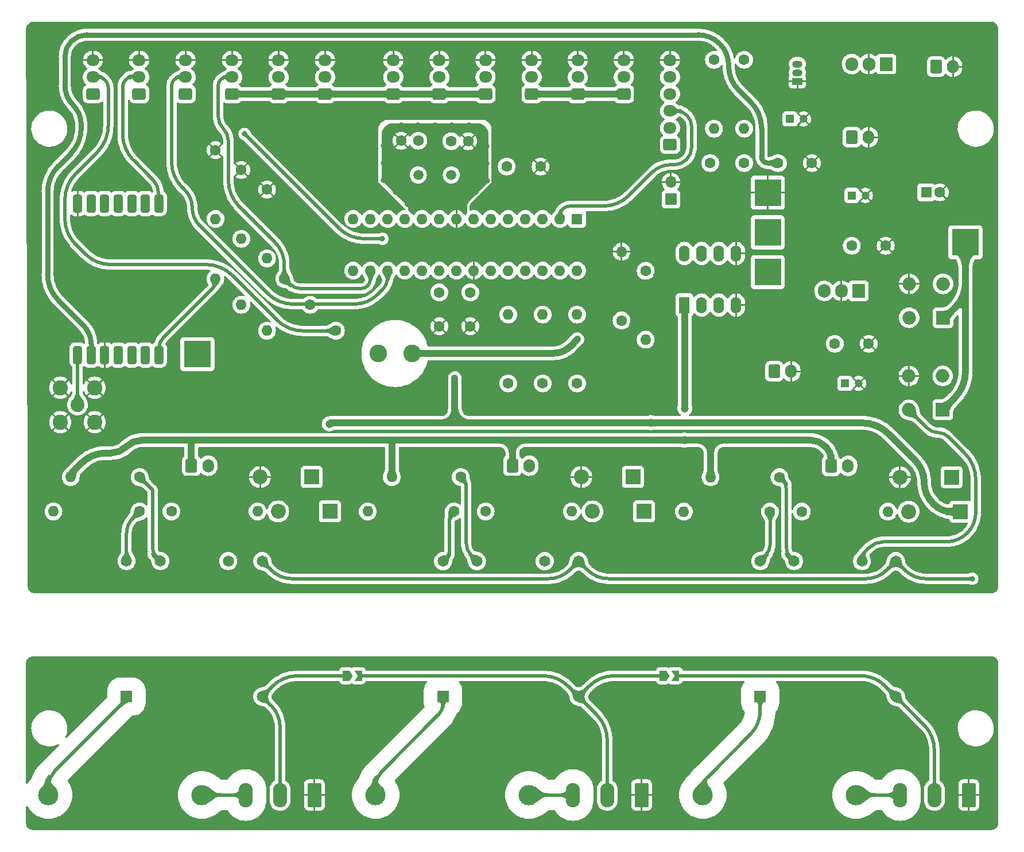
<source format=gbr>
%TF.GenerationSoftware,KiCad,Pcbnew,(6.0.7)*%
%TF.CreationDate,2022-08-20T21:34:52+02:00*%
%TF.ProjectId,3phaseDiverter-rounded,33706861-7365-4446-9976-65727465722d,1*%
%TF.SameCoordinates,Original*%
%TF.FileFunction,Copper,L2,Bot*%
%TF.FilePolarity,Positive*%
%FSLAX46Y46*%
G04 Gerber Fmt 4.6, Leading zero omitted, Abs format (unit mm)*
G04 Created by KiCad (PCBNEW (6.0.7)) date 2022-08-20 21:34:52*
%MOMM*%
%LPD*%
G01*
G04 APERTURE LIST*
G04 Aperture macros list*
%AMRoundRect*
0 Rectangle with rounded corners*
0 $1 Rounding radius*
0 $2 $3 $4 $5 $6 $7 $8 $9 X,Y pos of 4 corners*
0 Add a 4 corners polygon primitive as box body*
4,1,4,$2,$3,$4,$5,$6,$7,$8,$9,$2,$3,0*
0 Add four circle primitives for the rounded corners*
1,1,$1+$1,$2,$3*
1,1,$1+$1,$4,$5*
1,1,$1+$1,$6,$7*
1,1,$1+$1,$8,$9*
0 Add four rect primitives between the rounded corners*
20,1,$1+$1,$2,$3,$4,$5,0*
20,1,$1+$1,$4,$5,$6,$7,0*
20,1,$1+$1,$6,$7,$8,$9,0*
20,1,$1+$1,$8,$9,$2,$3,0*%
%AMFreePoly0*
4,1,6,1.000000,0.000000,0.500000,-0.750000,-0.500000,-0.750000,-0.500000,0.750000,0.500000,0.750000,1.000000,0.000000,1.000000,0.000000,$1*%
%AMFreePoly1*
4,1,6,0.500000,-0.750000,-0.650000,-0.750000,-0.150000,0.000000,-0.650000,0.750000,0.500000,0.750000,0.500000,-0.750000,0.500000,-0.750000,$1*%
G04 Aperture macros list end*
%TA.AperFunction,ComponentPad*%
%ADD10C,3.000000*%
%TD*%
%TA.AperFunction,ComponentPad*%
%ADD11RoundRect,0.250000X0.725000X-0.600000X0.725000X0.600000X-0.725000X0.600000X-0.725000X-0.600000X0*%
%TD*%
%TA.AperFunction,ComponentPad*%
%ADD12O,1.950000X1.700000*%
%TD*%
%TA.AperFunction,ComponentPad*%
%ADD13C,1.600000*%
%TD*%
%TA.AperFunction,ComponentPad*%
%ADD14R,4.000000X4.000000*%
%TD*%
%TA.AperFunction,ComponentPad*%
%ADD15R,1.200000X1.200000*%
%TD*%
%TA.AperFunction,ComponentPad*%
%ADD16C,1.200000*%
%TD*%
%TA.AperFunction,ComponentPad*%
%ADD17O,1.600000X1.600000*%
%TD*%
%TA.AperFunction,ComponentPad*%
%ADD18RoundRect,0.337500X-0.337500X1.012500X-0.337500X-1.012500X0.337500X-1.012500X0.337500X1.012500X0*%
%TD*%
%TA.AperFunction,ComponentPad*%
%ADD19R,1.600000X1.600000*%
%TD*%
%TA.AperFunction,ComponentPad*%
%ADD20R,2.200000X2.200000*%
%TD*%
%TA.AperFunction,ComponentPad*%
%ADD21O,2.200000X2.200000*%
%TD*%
%TA.AperFunction,ComponentPad*%
%ADD22R,2.000000X2.000000*%
%TD*%
%TA.AperFunction,ComponentPad*%
%ADD23O,2.000000X2.000000*%
%TD*%
%TA.AperFunction,ComponentPad*%
%ADD24R,1.500000X1.050000*%
%TD*%
%TA.AperFunction,ComponentPad*%
%ADD25O,1.500000X1.050000*%
%TD*%
%TA.AperFunction,ComponentPad*%
%ADD26C,1.500000*%
%TD*%
%TA.AperFunction,ComponentPad*%
%ADD27RoundRect,0.250000X-0.600000X-0.750000X0.600000X-0.750000X0.600000X0.750000X-0.600000X0.750000X0*%
%TD*%
%TA.AperFunction,ComponentPad*%
%ADD28O,1.700000X2.000000*%
%TD*%
%TA.AperFunction,ComponentPad*%
%ADD29R,1.651000X1.651000*%
%TD*%
%TA.AperFunction,ComponentPad*%
%ADD30C,1.651000*%
%TD*%
%TA.AperFunction,ComponentPad*%
%ADD31R,1.905000X2.000000*%
%TD*%
%TA.AperFunction,ComponentPad*%
%ADD32O,1.905000X2.000000*%
%TD*%
%TA.AperFunction,ComponentPad*%
%ADD33RoundRect,0.249999X0.790001X1.550001X-0.790001X1.550001X-0.790001X-1.550001X0.790001X-1.550001X0*%
%TD*%
%TA.AperFunction,ComponentPad*%
%ADD34O,2.080000X3.600000*%
%TD*%
%TA.AperFunction,ComponentPad*%
%ADD35R,1.700000X1.700000*%
%TD*%
%TA.AperFunction,ComponentPad*%
%ADD36O,1.700000X1.700000*%
%TD*%
%TA.AperFunction,ComponentPad*%
%ADD37R,1.600000X2.400000*%
%TD*%
%TA.AperFunction,ComponentPad*%
%ADD38O,1.600000X2.400000*%
%TD*%
%TA.AperFunction,ComponentPad*%
%ADD39C,2.600000*%
%TD*%
%TA.AperFunction,ComponentPad*%
%ADD40C,2.050000*%
%TD*%
%TA.AperFunction,ComponentPad*%
%ADD41C,2.250000*%
%TD*%
%TA.AperFunction,SMDPad,CuDef*%
%ADD42FreePoly0,0.000000*%
%TD*%
%TA.AperFunction,SMDPad,CuDef*%
%ADD43FreePoly1,0.000000*%
%TD*%
%TA.AperFunction,ViaPad*%
%ADD44C,0.800000*%
%TD*%
%TA.AperFunction,ViaPad*%
%ADD45C,1.200000*%
%TD*%
%TA.AperFunction,Conductor*%
%ADD46C,1.000000*%
%TD*%
%TA.AperFunction,Conductor*%
%ADD47C,0.500000*%
%TD*%
%TA.AperFunction,Conductor*%
%ADD48C,0.750000*%
%TD*%
G04 APERTURE END LIST*
D10*
%TO.P,FS3,1*%
%TO.N,Net-(FS3-Pad1)*%
X115700000Y-130087500D03*
%TO.P,FS3,2*%
%TO.N,Net-(FS3-Pad2)*%
X138300000Y-130087500D03*
%TD*%
D11*
%TO.P,J0,1,DTR*%
%TO.N,Net-(C8-Pad2)*%
X110854000Y-34130000D03*
D12*
%TO.P,J0,2,RXI*%
%TO.N,TX*%
X110854000Y-31630000D03*
%TO.P,J0,3,TXO*%
%TO.N,RX*%
X110854000Y-29130000D03*
%TO.P,J0,4,VCC*%
%TO.N,unconnected-(J0-Pad4)*%
X110854000Y-26630000D03*
%TO.P,J0,5,CTS*%
%TO.N,unconnected-(J0-Pad5)*%
X110854000Y-24130000D03*
%TO.P,J0,6,GND*%
%TO.N,GND*%
X110854000Y-21630000D03*
%TD*%
D13*
%TO.P,C13,1*%
%TO.N,AVCC*%
X76835000Y-55920000D03*
%TO.P,C13,2*%
%TO.N,GND*%
X76835000Y-60920000D03*
%TD*%
D14*
%TO.P,TP3,1,1*%
%TO.N,GND*%
X125272800Y-41198800D03*
%TD*%
D15*
%TO.P,C2,1*%
%TO.N,VCC*%
X137668000Y-41605200D03*
D16*
%TO.P,C2,2*%
%TO.N,GND*%
X139668000Y-41605200D03*
%TD*%
D13*
%TO.P,R20,1*%
%TO.N,Net-(CT2-Pad2)*%
X92075000Y-69342000D03*
D17*
%TO.P,R20,2*%
%TO.N,A3*%
X92075000Y-59182000D03*
%TD*%
D11*
%TO.P,J4,1,Pin_1*%
%TO.N,VCC*%
X90445098Y-26630000D03*
D12*
%TO.P,J4,2,Pin_2*%
%TO.N,/D4*%
X90445098Y-24130000D03*
%TO.P,J4,3,Pin_3*%
%TO.N,GND*%
X90445098Y-21630000D03*
%TD*%
D18*
%TO.P,RF1,ANT,ANT*%
%TO.N,Net-(CN9-Pad1)*%
X23464520Y-65151000D03*
%TO.P,RF1,CLK,DI05/CLK*%
%TO.N,unconnected-(RF1-PadCLK)*%
X27465020Y-42799000D03*
%TO.P,RF1,FFIT,DI01/FFIT*%
%TO.N,unconnected-(RF1-PadFFIT)*%
X29464000Y-42799000D03*
%TO.P,RF1,FFS,DI02/FFS*%
%TO.N,unconnected-(RF1-PadFFS)*%
X31462980Y-42799000D03*
%TO.P,RF1,GND,GND*%
%TO.N,GND*%
X27465020Y-65151000D03*
%TO.P,RF1,GND1,GND1*%
X23464520Y-42799000D03*
%TO.P,RF1,IRQ,DIO0/IRQ*%
%TO.N,/D2*%
X33461960Y-42799000D03*
%TO.P,RF1,NINT,DI03/NINT*%
%TO.N,unconnected-(RF1-PadNINT)*%
X29464000Y-65151000D03*
%TO.P,RF1,RST,RST*%
%TO.N,unconnected-(RF1-PadRST)*%
X25466040Y-42799000D03*
%TO.P,RF1,SCK,SCK*%
%TO.N,Net-(R13-Pad2)*%
X33461960Y-65151000D03*
%TO.P,RF1,SDI,SDI*%
%TO.N,Net-(R14-Pad2)*%
X31462980Y-65151000D03*
%TO.P,RF1,SDO,SDO*%
%TO.N,/D12*%
X35463480Y-42799000D03*
%TO.P,RF1,SEL,SEL*%
%TO.N,Net-(R15-Pad2)*%
X35463480Y-65151000D03*
%TO.P,RF1,VDD,VDD*%
%TO.N,+3.3V*%
X25466040Y-65151000D03*
%TD*%
D19*
%TO.P,IC1,1,PC6/~{RESET}*%
%TO.N,RESET*%
X97155000Y-45085000D03*
D17*
%TO.P,IC1,2,RXD/PD0*%
%TO.N,RX*%
X94615000Y-45085000D03*
%TO.P,IC1,3,TXD/PD1*%
%TO.N,TX*%
X92075000Y-45085000D03*
%TO.P,IC1,4,INT0/PD2*%
%TO.N,/D2*%
X89535000Y-45085000D03*
%TO.P,IC1,5,INT1/PD3*%
%TO.N,/D3*%
X86995000Y-45085000D03*
%TO.P,IC1,6,XCK/T0/PD4*%
%TO.N,/D4*%
X84455000Y-45085000D03*
%TO.P,IC1,7,VCC*%
%TO.N,VCC*%
X81915000Y-45085000D03*
%TO.P,IC1,8,GND*%
%TO.N,GND*%
X79375000Y-45085000D03*
%TO.P,IC1,9,PB6/XTAL1/TOSC1*%
%TO.N,Net-(C9-Pad2)*%
X76835000Y-45085000D03*
%TO.P,IC1,10,PB7/XTAL2/TOSC*%
%TO.N,Net-(C10-Pad2)*%
X74295000Y-45085000D03*
%TO.P,IC1,11,T1/PD5*%
%TO.N,/D5*%
X71755000Y-45085000D03*
%TO.P,IC1,12,AIN0/PD6*%
%TO.N,/D6*%
X69215000Y-45085000D03*
%TO.P,IC1,13,AIN1/PD7*%
%TO.N,/D7*%
X66675000Y-45085000D03*
%TO.P,IC1,14,ICP/PB0*%
%TO.N,/D8*%
X64135000Y-45085000D03*
%TO.P,IC1,15,OC1A/PB1*%
%TO.N,/D9*%
X64135000Y-52705000D03*
%TO.P,IC1,16,SS/OC1B/PB2*%
%TO.N,/D10*%
X66675000Y-52705000D03*
%TO.P,IC1,17,MOSI/OC2/PB3*%
%TO.N,/D11*%
X69215000Y-52705000D03*
%TO.P,IC1,18,MISO/PB4*%
%TO.N,/D12*%
X71755000Y-52705000D03*
%TO.P,IC1,19,SCK/PB5*%
%TO.N,/D13*%
X74295000Y-52705000D03*
%TO.P,IC1,20,AVCC*%
%TO.N,AVCC*%
X76835000Y-52705000D03*
%TO.P,IC1,21,AREF*%
%TO.N,Net-(C7-Pad2)*%
X79375000Y-52705000D03*
%TO.P,IC1,22,AGND*%
%TO.N,GND*%
X81915000Y-52705000D03*
%TO.P,IC1,23,ADC0/PC0*%
%TO.N,A0*%
X84455000Y-52705000D03*
%TO.P,IC1,24,ADC1/PC1*%
%TO.N,A1*%
X86995000Y-52705000D03*
%TO.P,IC1,25,ADC2/PC2*%
%TO.N,A2*%
X89535000Y-52705000D03*
%TO.P,IC1,26,ADC3/PC3*%
%TO.N,A3*%
X92075000Y-52705000D03*
%TO.P,IC1,27,ADC4/SDA/PC4*%
%TO.N,A4*%
X94615000Y-52705000D03*
%TO.P,IC1,28,ADC5/SDL/PC5*%
%TO.N,A5*%
X97155000Y-52705000D03*
%TD*%
D10*
%TO.P,FS1,1*%
%TO.N,Net-(FS1-Pad1)*%
X19180000Y-130087500D03*
%TO.P,FS1,2*%
%TO.N,Net-(FS1-Pad2)*%
X41780000Y-130087500D03*
%TD*%
D20*
%TO.P,D6,1,K*%
%TO.N,Net-(CT3-Pad2)*%
X152400000Y-83185000D03*
D21*
%TO.P,D6,2,A*%
%TO.N,GND*%
X144780000Y-83185000D03*
%TD*%
D13*
%TO.P,R1,1*%
%TO.N,VCC*%
X121793000Y-21590000D03*
D17*
%TO.P,R1,2*%
%TO.N,RESET*%
X121793000Y-31750000D03*
%TD*%
D10*
%TO.P,FS2,1*%
%TO.N,Net-(FS2-Pad1)*%
X67440000Y-130087500D03*
%TO.P,FS2,2*%
%TO.N,Net-(FS2-Pad2)*%
X90040000Y-130087500D03*
%TD*%
D13*
%TO.P,R6,1*%
%TO.N,Net-(R6-Pad1)*%
X78968600Y-88239600D03*
D17*
%TO.P,R6,2*%
%TO.N,VREF*%
X66268600Y-88239600D03*
%TD*%
D11*
%TO.P,J6,1,Pin_1*%
%TO.N,VCC*%
X76839166Y-26630000D03*
D12*
%TO.P,J6,2,Pin_2*%
%TO.N,/D6*%
X76839166Y-24130000D03*
%TO.P,J6,3,Pin_3*%
%TO.N,GND*%
X76839166Y-21630000D03*
%TD*%
D14*
%TO.P,TP0,1,1*%
%TO.N,UnregDC+*%
X154432000Y-48514000D03*
%TD*%
D13*
%TO.P,C12,1*%
%TO.N,+5V*%
X135168000Y-63500000D03*
%TO.P,C12,2*%
%TO.N,GND*%
X140168000Y-63500000D03*
%TD*%
D22*
%TO.P,BR1,1,+*%
%TO.N,UnregDC+*%
X151090000Y-73239000D03*
D23*
%TO.P,BR1,2*%
%TO.N,Net-(BR1-Pad2)*%
X151090000Y-68239000D03*
%TO.P,BR1,3,-*%
%TO.N,GND*%
X146090000Y-68239000D03*
%TO.P,BR1,4*%
%TO.N,Net-(BR1-Pad4)*%
X146090000Y-73239000D03*
%TD*%
D13*
%TO.P,R19,1*%
%TO.N,Net-(CT1-Pad2)*%
X86995000Y-69342000D03*
D17*
%TO.P,R19,2*%
%TO.N,A1*%
X86995000Y-59182000D03*
%TD*%
D24*
%TO.P,VR2,1,GND*%
%TO.N,GND*%
X129646000Y-24765000D03*
D25*
%TO.P,VR2,2,VI*%
%TO.N,VCC*%
X129646000Y-23495000D03*
%TO.P,VR2,3,VO*%
%TO.N,+3.3V*%
X129646000Y-22225000D03*
%TD*%
D13*
%TO.P,R7,1*%
%TO.N,Net-(R7-Pad1)*%
X125603000Y-88265000D03*
D17*
%TO.P,R7,2*%
%TO.N,VREF*%
X112903000Y-88265000D03*
%TD*%
D26*
%TO.P,X1,1,1*%
%TO.N,Net-(C9-Pad2)*%
X78599200Y-38582600D03*
%TO.P,X1,2,2*%
%TO.N,Net-(C10-Pad2)*%
X73719200Y-38582600D03*
%TD*%
D13*
%TO.P,R10,1*%
%TO.N,VREF*%
X130302000Y-88265000D03*
D17*
%TO.P,R10,2*%
%TO.N,Net-(CT3-Pad2)*%
X143002000Y-88265000D03*
%TD*%
D27*
%TO.P,CT2,1,Pin_1*%
%TO.N,VREF*%
X87604600Y-81491600D03*
D28*
%TO.P,CT2,2,Pin_2*%
%TO.N,Net-(CT2-Pad2)*%
X90104600Y-81491600D03*
%TD*%
D13*
%TO.P,R4,1*%
%TO.N,A4*%
X127000000Y-83185000D03*
D17*
%TO.P,R4,2*%
%TO.N,VREF*%
X116840000Y-83185000D03*
%TD*%
D29*
%TO.P,TXFR3,1,1*%
%TO.N,Net-(FS3-Pad1)*%
X124162925Y-115562400D03*
D30*
%TO.P,TXFR3,5,5*%
%TO.N,Net-(JP2-Pad2)*%
X144162926Y-115562400D03*
%TO.P,TXFR3,6,6*%
%TO.N,Net-(BR2-Pad2)*%
X144162926Y-95562399D03*
%TO.P,TXFR3,7,7*%
%TO.N,Net-(BR1-Pad4)*%
X139162926Y-95562399D03*
%TO.P,TXFR3,9,9*%
%TO.N,A4*%
X129162925Y-95562399D03*
%TO.P,TXFR3,10,10*%
%TO.N,Net-(R7-Pad1)*%
X124162925Y-95562399D03*
%TD*%
D11*
%TO.P,J11,1,Pin_1*%
%TO.N,VCC*%
X39403800Y-26630000D03*
D12*
%TO.P,J11,2,Pin_2*%
%TO.N,/D11*%
X39403800Y-24130000D03*
%TO.P,J11,3,Pin_3*%
%TO.N,GND*%
X39403800Y-21630000D03*
%TD*%
D13*
%TO.P,R5,1*%
%TO.N,Net-(R5-Pad1)*%
X32613600Y-88239600D03*
D17*
%TO.P,R5,2*%
%TO.N,VREF*%
X19913600Y-88239600D03*
%TD*%
D31*
%TO.P,VR1,1,IN*%
%TO.N,UnregDC+*%
X142748000Y-22225000D03*
D32*
%TO.P,VR1,2,GND*%
%TO.N,GND*%
X140208000Y-22225000D03*
%TO.P,VR1,3,OUT*%
%TO.N,VCC*%
X137668000Y-22225000D03*
%TD*%
D13*
%TO.P,C6,1*%
%TO.N,GND*%
X91770200Y-37338000D03*
%TO.P,C6,2*%
%TO.N,VCC*%
X86770200Y-37338000D03*
%TD*%
D29*
%TO.P,TXFR2,1,1*%
%TO.N,Net-(FS2-Pad1)*%
X77376125Y-115570000D03*
D30*
%TO.P,TXFR2,5,5*%
%TO.N,Net-(JP1-Pad2)*%
X97376126Y-115570000D03*
%TO.P,TXFR2,6,6*%
%TO.N,Net-(BR2-Pad2)*%
X97376126Y-95569999D03*
%TO.P,TXFR2,7,7*%
%TO.N,Net-(BR1-Pad2)*%
X92376126Y-95569999D03*
%TO.P,TXFR2,9,9*%
%TO.N,A2*%
X82376125Y-95569999D03*
%TO.P,TXFR2,10,10*%
%TO.N,Net-(R6-Pad1)*%
X77376125Y-95569999D03*
%TD*%
D11*
%TO.P,J7,1,Pin_1*%
%TO.N,VCC*%
X70036200Y-26630000D03*
D12*
%TO.P,J7,2,Pin_2*%
%TO.N,/D7*%
X70036200Y-24130000D03*
%TO.P,J7,3,Pin_3*%
%TO.N,GND*%
X70036200Y-21630000D03*
%TD*%
D20*
%TO.P,D2,1,K*%
%TO.N,Net-(CT1-Pad2)*%
X58013600Y-83159600D03*
D21*
%TO.P,D2,2,A*%
%TO.N,GND*%
X50393600Y-83159600D03*
%TD*%
D11*
%TO.P,J10,1,Pin_1*%
%TO.N,VCC*%
X46261800Y-26630000D03*
D12*
%TO.P,J10,2,Pin_2*%
%TO.N,/D10*%
X46261800Y-24130000D03*
%TO.P,J10,3,Pin_3*%
%TO.N,GND*%
X46261800Y-21630000D03*
%TD*%
D14*
%TO.P,TP4,1,1*%
%TO.N,+3.3V*%
X41148000Y-65024000D03*
%TD*%
D33*
%TO.P,PWR1,1,PE*%
%TO.N,Earth*%
X58420000Y-130087500D03*
D34*
%TO.P,PWR1,2,N*%
%TO.N,Net-(JP1-Pad1)*%
X53340000Y-130087500D03*
%TO.P,PWR1,3,L*%
%TO.N,Net-(FS1-Pad2)*%
X48260000Y-130087500D03*
%TD*%
D11*
%TO.P,J13,1,Pin_1*%
%TO.N,VCC*%
X25738600Y-26630000D03*
D12*
%TO.P,J13,2,Pin_2*%
%TO.N,/D13*%
X25738600Y-24130000D03*
%TO.P,J13,3,Pin_3*%
%TO.N,GND*%
X25738600Y-21630000D03*
%TD*%
D13*
%TO.P,R17,1*%
%TO.N,GND*%
X47625000Y-37846000D03*
D17*
%TO.P,R17,2*%
%TO.N,Net-(R14-Pad2)*%
X47625000Y-48006000D03*
%TD*%
D20*
%TO.P,D4,1,K*%
%TO.N,Net-(CT2-Pad2)*%
X105384600Y-83159600D03*
D21*
%TO.P,D4,2,A*%
%TO.N,GND*%
X97764600Y-83159600D03*
%TD*%
D13*
%TO.P,C7,1*%
%TO.N,GND*%
X81407000Y-60920000D03*
%TO.P,C7,2*%
%TO.N,Net-(C7-Pad2)*%
X81407000Y-55920000D03*
%TD*%
%TO.P,R8,1*%
%TO.N,VREF*%
X37312600Y-88239600D03*
D17*
%TO.P,R8,2*%
%TO.N,Net-(CT1-Pad2)*%
X50012600Y-88239600D03*
%TD*%
D11*
%TO.P,J9,1,Pin_1*%
%TO.N,VCC*%
X53119800Y-26630000D03*
D12*
%TO.P,J9,2,Pin_2*%
%TO.N,/D9*%
X53119800Y-24130000D03*
%TO.P,J9,3,Pin_3*%
%TO.N,GND*%
X53119800Y-21630000D03*
%TD*%
D27*
%TO.P,J14,1,Pin_1*%
%TO.N,+5V*%
X126238000Y-67564000D03*
D28*
%TO.P,J14,2,Pin_2*%
%TO.N,GND*%
X128738000Y-67564000D03*
%TD*%
D15*
%TO.P,C11,1*%
%TO.N,+5V*%
X136695401Y-69342000D03*
D16*
%TO.P,C11,2*%
%TO.N,GND*%
X138695401Y-69342000D03*
%TD*%
D35*
%TO.P,J1,1,Pin_1*%
%TO.N,Net-(C8-Pad2)*%
X110998000Y-42164000D03*
D36*
%TO.P,J1,2,Pin_2*%
%TO.N,GND*%
X110998000Y-39624000D03*
%TD*%
D13*
%TO.P,R18,1*%
%TO.N,GND*%
X43815000Y-34925000D03*
D17*
%TO.P,R18,2*%
%TO.N,Net-(R15-Pad2)*%
X43815000Y-45085000D03*
%TD*%
D13*
%TO.P,R16,1*%
%TO.N,GND*%
X51409600Y-40741600D03*
D17*
%TO.P,R16,2*%
%TO.N,Net-(R13-Pad2)*%
X51409600Y-50901600D03*
%TD*%
D31*
%TO.P,VR3,1,IN*%
%TO.N,UnregDC+*%
X138684000Y-55697000D03*
D32*
%TO.P,VR3,2,GND*%
%TO.N,GND*%
X136144000Y-55697000D03*
%TO.P,VR3,3,OUT*%
%TO.N,+5V*%
X133604000Y-55697000D03*
%TD*%
D33*
%TO.P,PWR2,1,PE*%
%TO.N,Earth*%
X106680000Y-130087500D03*
D34*
%TO.P,PWR2,2,N*%
%TO.N,Net-(JP1-Pad2)*%
X101600000Y-130087500D03*
%TO.P,PWR2,3,L*%
%TO.N,Net-(FS2-Pad2)*%
X96520000Y-130087500D03*
%TD*%
D13*
%TO.P,C10,1*%
%TO.N,GND*%
X71219200Y-33528000D03*
%TO.P,C10,2*%
%TO.N,Net-(C10-Pad2)*%
X73719200Y-33528000D03*
%TD*%
D14*
%TO.P,TP1,1,1*%
%TO.N,VREF*%
X125272800Y-52933600D03*
%TD*%
D33*
%TO.P,PWR3,1,PE*%
%TO.N,Earth*%
X154940000Y-130087500D03*
D34*
%TO.P,PWR3,2,N*%
%TO.N,Net-(JP2-Pad2)*%
X149860000Y-130087500D03*
%TO.P,PWR3,3,L*%
%TO.N,Net-(FS3-Pad2)*%
X144780000Y-130087500D03*
%TD*%
D14*
%TO.P,TP2,1,1*%
%TO.N,VCC*%
X125272800Y-47066200D03*
%TD*%
D13*
%TO.P,R9,1*%
%TO.N,VREF*%
X83667600Y-88239600D03*
D17*
%TO.P,R9,2*%
%TO.N,Net-(CT2-Pad2)*%
X96367600Y-88239600D03*
%TD*%
D11*
%TO.P,J2,1,Pin_1*%
%TO.N,VCC*%
X104051030Y-26630000D03*
D12*
%TO.P,J2,2,Pin_2*%
%TO.N,/D2*%
X104051030Y-24130000D03*
%TO.P,J2,3,Pin_3*%
%TO.N,GND*%
X104051030Y-21630000D03*
%TD*%
D13*
%TO.P,R22,1*%
%TO.N,VCC*%
X117348000Y-21590000D03*
D17*
%TO.P,R22,2*%
%TO.N,Net-(C8-Pad2)*%
X117348000Y-31750000D03*
%TD*%
D20*
%TO.P,D5,1,K*%
%TO.N,AVCC*%
X153670000Y-88265000D03*
D21*
%TO.P,D5,2,A*%
%TO.N,Net-(CT3-Pad2)*%
X146050000Y-88265000D03*
%TD*%
D27*
%TO.P,J30,1,Pin_1*%
%TO.N,VCC*%
X137668000Y-33020000D03*
D28*
%TO.P,J30,2,Pin_2*%
%TO.N,GND*%
X140168000Y-33020000D03*
%TD*%
D20*
%TO.P,D1,1,K*%
%TO.N,AVCC*%
X60680600Y-88239600D03*
D21*
%TO.P,D1,2,A*%
%TO.N,Net-(CT1-Pad2)*%
X53060600Y-88239600D03*
%TD*%
D37*
%TO.P,IC2,1*%
%TO.N,VREF*%
X112989200Y-57775000D03*
D38*
%TO.P,IC2,2,-*%
X115529200Y-57775000D03*
%TO.P,IC2,3,+*%
%TO.N,Net-(IC2-Pad3)*%
X118069200Y-57775000D03*
%TO.P,IC2,4,V-*%
%TO.N,GND*%
X120609200Y-57775000D03*
%TO.P,IC2,5,+*%
X120609200Y-50155000D03*
%TO.P,IC2,6,-*%
%TO.N,Net-(IC2-Pad6)*%
X118069200Y-50155000D03*
%TO.P,IC2,7*%
X115529200Y-50155000D03*
%TO.P,IC2,8,V+*%
%TO.N,VCC*%
X112989200Y-50155000D03*
%TD*%
D13*
%TO.P,C4,1*%
%TO.N,VCC*%
X137668000Y-49022000D03*
%TO.P,C4,2*%
%TO.N,GND*%
X142668000Y-49022000D03*
%TD*%
D27*
%TO.P,J20,1,Pin_1*%
%TO.N,UnregDC+*%
X150109000Y-22606000D03*
D28*
%TO.P,J20,2,Pin_2*%
%TO.N,GND*%
X152609000Y-22606000D03*
%TD*%
D11*
%TO.P,J3,1,Pin_1*%
%TO.N,VCC*%
X97248064Y-26630000D03*
D12*
%TO.P,J3,2,Pin_2*%
%TO.N,/D3*%
X97248064Y-24130000D03*
%TO.P,J3,3,Pin_3*%
%TO.N,GND*%
X97248064Y-21630000D03*
%TD*%
D27*
%TO.P,CT3,1,Pin_1*%
%TO.N,VREF*%
X134620000Y-81517000D03*
D28*
%TO.P,CT3,2,Pin_2*%
%TO.N,Net-(CT3-Pad2)*%
X137120000Y-81517000D03*
%TD*%
D13*
%TO.P,R14,1*%
%TO.N,/D11*%
X57785000Y-57734200D03*
D17*
%TO.P,R14,2*%
%TO.N,Net-(R14-Pad2)*%
X47625000Y-57734200D03*
%TD*%
D13*
%TO.P,R2,1*%
%TO.N,A0*%
X32613600Y-83159600D03*
D17*
%TO.P,R2,2*%
%TO.N,VREF*%
X22453600Y-83159600D03*
%TD*%
D19*
%TO.P,C1,1*%
%TO.N,UnregDC+*%
X148650888Y-41148000D03*
D13*
%TO.P,C1,2*%
%TO.N,GND*%
X150650888Y-41148000D03*
%TD*%
D29*
%TO.P,TXFR1,1,1*%
%TO.N,Net-(FS1-Pad1)*%
X30690925Y-115562400D03*
D30*
%TO.P,TXFR1,5,5*%
%TO.N,Net-(JP1-Pad1)*%
X50690926Y-115562400D03*
%TO.P,TXFR1,6,6*%
%TO.N,Net-(BR2-Pad2)*%
X50690926Y-95562399D03*
%TO.P,TXFR1,7,7*%
%TO.N,Net-(BR2-Pad4)*%
X45690926Y-95562399D03*
%TO.P,TXFR1,9,9*%
%TO.N,A0*%
X35690925Y-95562399D03*
%TO.P,TXFR1,10,10*%
%TO.N,Net-(R5-Pad1)*%
X30690925Y-95562399D03*
%TD*%
D13*
%TO.P,R11,1*%
%TO.N,Net-(IC2-Pad3)*%
X103708200Y-60071000D03*
D17*
%TO.P,R11,2*%
%TO.N,GND*%
X103708200Y-49911000D03*
%TD*%
D11*
%TO.P,J5,1,Pin_1*%
%TO.N,VCC*%
X83642132Y-26630000D03*
D12*
%TO.P,J5,2,Pin_2*%
%TO.N,/D5*%
X83642132Y-24130000D03*
%TO.P,J5,3,Pin_3*%
%TO.N,GND*%
X83642132Y-21630000D03*
%TD*%
D11*
%TO.P,J12,1,Pin_1*%
%TO.N,VCC*%
X32545800Y-26630000D03*
D12*
%TO.P,J12,2,Pin_2*%
%TO.N,/D12*%
X32545800Y-24130000D03*
%TO.P,J12,3,Pin_3*%
%TO.N,GND*%
X32545800Y-21630000D03*
%TD*%
D13*
%TO.P,C5,1*%
%TO.N,+3.3V*%
X126786000Y-36830000D03*
%TO.P,C5,2*%
%TO.N,GND*%
X131786000Y-36830000D03*
%TD*%
D15*
%TO.P,C3,1*%
%TO.N,+3.3V*%
X128567401Y-30327600D03*
D16*
%TO.P,C3,2*%
%TO.N,GND*%
X130567401Y-30327600D03*
%TD*%
D39*
%TO.P,L1,1,1*%
%TO.N,VCC*%
X72794253Y-64897000D03*
%TO.P,L1,2,2*%
%TO.N,AVCC*%
X67794253Y-64897000D03*
%TD*%
D13*
%TO.P,R12,1*%
%TO.N,VCC*%
X107264200Y-52730400D03*
D17*
%TO.P,R12,2*%
%TO.N,Net-(IC2-Pad3)*%
X107264200Y-62890400D03*
%TD*%
D11*
%TO.P,J8,1,Pin_1*%
%TO.N,VCC*%
X59977800Y-26630000D03*
D12*
%TO.P,J8,2,Pin_2*%
%TO.N,/D8*%
X59977800Y-24130000D03*
%TO.P,J8,3,Pin_3*%
%TO.N,GND*%
X59977800Y-21630000D03*
%TD*%
D13*
%TO.P,R13,1*%
%TO.N,/D13*%
X61569600Y-61569600D03*
D17*
%TO.P,R13,2*%
%TO.N,Net-(R13-Pad2)*%
X51409600Y-61569600D03*
%TD*%
D13*
%TO.P,C9,1*%
%TO.N,GND*%
X81099200Y-33604200D03*
%TO.P,C9,2*%
%TO.N,Net-(C9-Pad2)*%
X78599200Y-33604200D03*
%TD*%
D27*
%TO.P,CT1,1,Pin_1*%
%TO.N,VREF*%
X40253600Y-81491600D03*
D28*
%TO.P,CT1,2,Pin_2*%
%TO.N,Net-(CT1-Pad2)*%
X42753600Y-81491600D03*
%TD*%
D13*
%TO.P,C8,1*%
%TO.N,RESET*%
X121793000Y-36830000D03*
%TO.P,C8,2*%
%TO.N,Net-(C8-Pad2)*%
X116793000Y-36830000D03*
%TD*%
D22*
%TO.P,BR2,1,+*%
%TO.N,UnregDC+*%
X151130000Y-59650000D03*
D23*
%TO.P,BR2,2*%
%TO.N,Net-(BR2-Pad2)*%
X151130000Y-54650000D03*
%TO.P,BR2,3,-*%
%TO.N,GND*%
X146130000Y-54650000D03*
%TO.P,BR2,4*%
%TO.N,Net-(BR2-Pad4)*%
X146130000Y-59650000D03*
%TD*%
D40*
%TO.P,CN9,1,1*%
%TO.N,Net-(CN9-Pad1)*%
X23464520Y-72517000D03*
D41*
%TO.P,CN9,2,2*%
%TO.N,GND*%
X20924520Y-69977000D03*
X26004520Y-69977000D03*
X26004520Y-75057000D03*
X20924520Y-75057000D03*
%TD*%
D13*
%TO.P,R3,1*%
%TO.N,A2*%
X79984600Y-83159600D03*
D17*
%TO.P,R3,2*%
%TO.N,VREF*%
X69824600Y-83159600D03*
%TD*%
D13*
%TO.P,R15,1*%
%TO.N,/D10*%
X53949600Y-53898800D03*
D17*
%TO.P,R15,2*%
%TO.N,Net-(R15-Pad2)*%
X43789600Y-53898800D03*
%TD*%
D20*
%TO.P,D3,1,K*%
%TO.N,AVCC*%
X107035600Y-88239600D03*
D21*
%TO.P,D3,2,A*%
%TO.N,Net-(CT2-Pad2)*%
X99415600Y-88239600D03*
%TD*%
D13*
%TO.P,R21,1*%
%TO.N,Net-(CT3-Pad2)*%
X97155000Y-69342000D03*
D17*
%TO.P,R21,2*%
%TO.N,A5*%
X97155000Y-59182000D03*
%TD*%
D42*
%TO.P,JP2,1,A*%
%TO.N,Net-(JP1-Pad2)*%
X109842925Y-112471200D03*
D43*
%TO.P,JP2,2,B*%
%TO.N,Net-(JP2-Pad2)*%
X111685525Y-112471200D03*
%TD*%
D42*
%TO.P,JP1,1,A*%
%TO.N,Net-(JP1-Pad1)*%
X63106925Y-112471200D03*
D43*
%TO.P,JP1,2,B*%
%TO.N,Net-(JP1-Pad2)*%
X64949525Y-112471200D03*
%TD*%
D44*
%TO.N,Net-(BR2-Pad2)*%
X155448000Y-98171000D03*
%TO.N,VCC*%
X97180400Y-62839600D03*
%TO.N,GND*%
X83312000Y-31750000D03*
X72136000Y-42926000D03*
X73702332Y-31242000D03*
X63500000Y-35102800D03*
X83820000Y-34323866D03*
X82194400Y-41173400D03*
X71204666Y-31242000D03*
X68580000Y-36830000D03*
X79349600Y-42875200D03*
X76199998Y-31242000D03*
X81195330Y-31242000D03*
X80772000Y-42595800D03*
X68580000Y-34290000D03*
X78697664Y-31242000D03*
X89484200Y-31394400D03*
X83210400Y-28752800D03*
X70358000Y-41148000D03*
X83870800Y-39471600D03*
X83820000Y-36897732D03*
X69088000Y-31750000D03*
X68580000Y-39370000D03*
X73245500Y-42926000D03*
X58902600Y-35153600D03*
X77884500Y-42900600D03*
D45*
%TO.N,VREF*%
X113030000Y-73025000D03*
X113030000Y-77724000D03*
D44*
%TO.N,/D2*%
X48107600Y-32537400D03*
X68453000Y-48006000D03*
%TO.N,AVCC*%
X79121000Y-68580000D03*
D45*
X108051600Y-75133200D03*
X60604400Y-75311000D03*
%TD*%
D46*
%TO.N,VREF*%
X28370961Y-79628984D02*
G75*
G03*
X30670500Y-78676500I39J3251984D01*
G01*
X85720800Y-77724000D02*
G75*
G02*
X87604600Y-79607800I0J-1883800D01*
G01*
X87604600Y-79607800D02*
G75*
G02*
X89488400Y-77724000I1883800J0D01*
G01*
X30670489Y-78676489D02*
G75*
G02*
X32970038Y-77724000I2299511J-2299511D01*
G01*
X40253609Y-77950020D02*
G75*
G02*
X40319800Y-77790200I225991J20D01*
G01*
X114935000Y-77724000D02*
G75*
G02*
X116840000Y-79629000I0J-1905000D01*
G01*
X116840000Y-79629000D02*
G75*
G02*
X118745000Y-77724000I1905000J0D01*
G01*
X134620005Y-80509500D02*
G75*
G03*
X133907588Y-78789590I-2432305J0D01*
G01*
X131584764Y-77724015D02*
G75*
G02*
X133731000Y-78613000I36J-3035185D01*
G01*
X113034992Y-72892992D02*
G75*
G03*
X113040000Y-72880928I-12092J12092D01*
G01*
X69824582Y-77897442D02*
G75*
G03*
X69773800Y-77774800I-173382J42D01*
G01*
X40292379Y-77724051D02*
G75*
G02*
X40319800Y-77790200I21J-38749D01*
G01*
X40319794Y-77790194D02*
G75*
G02*
X40479620Y-77724000I159806J-159806D01*
G01*
X69651157Y-77724018D02*
G75*
G02*
X69773800Y-77774800I43J-173382D01*
G01*
X69773728Y-77774872D02*
G75*
G02*
X69794842Y-77724000I21072J21072D01*
G01*
X22453603Y-82931000D02*
G75*
G02*
X22615244Y-82540755I551897J0D01*
G01*
X24045254Y-81110739D02*
G75*
G02*
X27622500Y-79629000I3577246J-3577261D01*
G01*
X113039991Y-57861721D02*
G75*
G03*
X113014600Y-57800400I-86691J21D01*
G01*
X85720800Y-77724000D02*
X89488400Y-77724000D01*
X114935000Y-77724000D02*
X118745000Y-77724000D01*
X40292379Y-77724000D02*
X40479620Y-77724000D01*
X69651157Y-77724000D02*
X69794842Y-77724000D01*
%TO.N,VCC*%
X93668198Y-64896999D02*
G75*
G03*
X96151700Y-63868300I2J3512199D01*
G01*
D47*
%TO.N,Net-(FS3-Pad1)*%
X115700023Y-129113750D02*
G75*
G02*
X116388545Y-127451454I2350777J50D01*
G01*
X122708143Y-121131808D02*
G75*
G03*
X124162925Y-117619737I-3512043J3512108D01*
G01*
%TO.N,Net-(FS2-Pad1)*%
X67439981Y-128806875D02*
G75*
G02*
X68345538Y-126620711I3091719J-25D01*
G01*
X76661925Y-118304370D02*
G75*
G03*
X77376125Y-116580062I-1724325J1724270D01*
G01*
%TO.N,Net-(FS1-Pad1)*%
X19180049Y-128796250D02*
G75*
G02*
X20093051Y-126591948I3117351J50D01*
G01*
%TO.N,Net-(JP1-Pad2)*%
X92126753Y-112495034D02*
G75*
G02*
X95838619Y-114032495I47J-5249366D01*
G01*
X98917453Y-114028716D02*
G75*
G02*
X102638472Y-112487389I3721047J-3720984D01*
G01*
X65456589Y-112495777D02*
G75*
G02*
X65458550Y-112494989I1911J-1923D01*
G01*
X101599958Y-122047837D02*
G75*
G03*
X100006207Y-118200081I-5441558J37D01*
G01*
%TO.N,Net-(JP2-Pad2)*%
X138885917Y-112471186D02*
G75*
G02*
X142617325Y-114016801I-17J-5277014D01*
G01*
X149859958Y-123513437D02*
G75*
G03*
X148266207Y-119665681I-5441558J37D01*
G01*
%TO.N,Net-(JP1-Pad1)*%
X52224617Y-114028680D02*
G75*
G02*
X55927324Y-112494989I3702683J-3702720D01*
G01*
X53340019Y-120084652D02*
G75*
G03*
X52015462Y-116886938I-4522319J-48D01*
G01*
D46*
%TO.N,AVCC*%
X107964878Y-75183991D02*
G75*
G03*
X108026200Y-75158600I22J86691D01*
G01*
X60667899Y-75247499D02*
G75*
G02*
X60821202Y-75184000I153301J-153301D01*
G01*
X108138321Y-75183991D02*
G75*
G02*
X108077000Y-75158600I-21J86691D01*
G01*
X139224036Y-75183990D02*
G75*
G02*
X143071791Y-76777793I-36J-5441610D01*
G01*
X152273000Y-88264987D02*
G75*
G02*
X149888171Y-87277171I0J3372687D01*
G01*
X79121000Y-73184001D02*
G75*
G02*
X77121001Y-75184000I-2000000J1D01*
G01*
X81464141Y-75183954D02*
G75*
G02*
X79121000Y-73184001I-159041J2186254D01*
G01*
X148335992Y-83883500D02*
G75*
G03*
X147033862Y-80739862I-4445792J0D01*
G01*
X149606014Y-86994986D02*
G75*
G02*
X148336000Y-83928948I3066086J3066086D01*
G01*
X81464144Y-75184000D02*
X77121001Y-75184000D01*
D48*
%TO.N,+3.3V*%
X120925872Y-25980688D02*
G75*
G02*
X119507000Y-22555200I3425528J3425488D01*
G01*
X20643790Y-57092794D02*
G75*
G02*
X19050000Y-53245036I3847760J3847754D01*
G01*
X119507002Y-22416493D02*
G75*
G03*
X118186199Y-19227801I-4509502J-7D01*
G01*
X124637791Y-36550609D02*
G75*
G02*
X124358400Y-35876068I674509J674509D01*
G01*
X22796500Y-28257500D02*
G75*
G02*
X21590000Y-25344751I2912750J2912750D01*
G01*
X21590016Y-21159038D02*
G75*
G02*
X22542500Y-18859500I3251984J38D01*
G01*
X24002997Y-31170248D02*
G75*
G03*
X22796500Y-28257500I-4119257J-2D01*
G01*
X25466028Y-63533020D02*
G75*
G03*
X24321955Y-60770955I-3906128J20D01*
G01*
X114997506Y-17906998D02*
G75*
G02*
X118186199Y-19227801I-6J-4509502D01*
G01*
X125312331Y-36829987D02*
G75*
G02*
X124637800Y-36550600I-31J953887D01*
G01*
X22431457Y-35480547D02*
G75*
G03*
X24003000Y-31686500I-3794057J3794047D01*
G01*
X22542489Y-18859489D02*
G75*
G02*
X24842038Y-17907000I2299511J-2299511D01*
G01*
X19050002Y-41115963D02*
G75*
G02*
X20643792Y-37268207I5441548J3D01*
G01*
X124358410Y-31667163D02*
G75*
G03*
X122764606Y-27819408I-5441610J-37D01*
G01*
D47*
%TO.N,Net-(R15-Pad2)*%
X35463448Y-64183260D02*
G75*
G02*
X36147775Y-62531224I2336352J-40D01*
G01*
X43439379Y-55239638D02*
G75*
G03*
X43789600Y-54394100I-845579J845538D01*
G01*
%TO.N,Net-(R7-Pad1)*%
X124899534Y-94825808D02*
G75*
G03*
X125636125Y-93047489I-1778334J1778308D01*
G01*
%TO.N,Net-(R6-Pad1)*%
X77867555Y-95078554D02*
G75*
G03*
X78359000Y-93892126I-1186455J1186454D01*
G01*
X78359022Y-89280252D02*
G75*
G02*
X78663800Y-88544400I1040578J52D01*
G01*
%TO.N,Net-(R5-Pad1)*%
X30683200Y-91534998D02*
G75*
G02*
X31648400Y-89204800I3295400J-2D01*
G01*
%TO.N,A4*%
X128015991Y-84919420D02*
G75*
G03*
X127508000Y-83693000I-1734391J20D01*
G01*
X128593262Y-94992736D02*
G75*
G02*
X128016000Y-93599101I1393638J1393636D01*
G01*
%TO.N,A2*%
X81574058Y-94767940D02*
G75*
G02*
X80772000Y-92831586I1936342J1936340D01*
G01*
X80771993Y-84485815D02*
G75*
G03*
X80391000Y-83566000I-1300793J15D01*
G01*
%TO.N,A0*%
X34463500Y-85000010D02*
G75*
G02*
X34447282Y-84993282I0J22910D01*
G01*
X35117455Y-94988943D02*
G75*
G02*
X34544000Y-93604475I1384445J1384443D01*
G01*
X34463500Y-84999990D02*
G75*
G02*
X34479717Y-85006717I0J-22910D01*
G01*
X34543998Y-85121204D02*
G75*
G03*
X34508500Y-85035500I-121198J4D01*
G01*
%TO.N,/D13*%
X26429821Y-24129992D02*
G75*
G02*
X27533599Y-24587201I-21J-1561008D01*
G01*
X27990808Y-25690978D02*
G75*
G03*
X27533599Y-24587201I-1561008J-22D01*
G01*
X26397006Y-35197991D02*
G75*
G03*
X27990800Y-31350236I-3847766J3847761D01*
G01*
X42450036Y-51815990D02*
G75*
G02*
X46297791Y-53409793I-36J-5441610D01*
G01*
X56736963Y-61595010D02*
G75*
G02*
X52889208Y-60001206I37J5441610D01*
G01*
X21589960Y-42258963D02*
G75*
G02*
X23183793Y-38411208I5441540J-37D01*
G01*
X28415963Y-51816010D02*
G75*
G02*
X24568208Y-50222206I37J5441610D01*
G01*
X61526239Y-61595016D02*
G75*
G03*
X61556900Y-61582300I-39J43416D01*
G01*
X23183790Y-48837794D02*
G75*
G02*
X21590000Y-44990036I3847760J3847754D01*
G01*
%TO.N,/D12*%
X30124419Y-25553044D02*
G75*
G02*
X30541200Y-24546800I1422981J44D01*
G01*
X30541187Y-24546787D02*
G75*
G02*
X31547444Y-24130000I1006213J-1006213D01*
G01*
X31718190Y-36417194D02*
G75*
G02*
X30124400Y-32569436I3847760J3847754D01*
G01*
X35463446Y-41480740D02*
G75*
G03*
X34531329Y-39230329I-3182546J40D01*
G01*
%TO.N,/D11*%
X64228541Y-57658015D02*
G75*
G03*
X67754499Y-56197499I-41J4986515D01*
G01*
X55339963Y-57658010D02*
G75*
G02*
X51492208Y-56064206I37J5441610D01*
G01*
X40385988Y-43434000D02*
G75*
G03*
X39308368Y-40832370I-3679288J0D01*
G01*
X68496571Y-55455412D02*
G75*
G03*
X69215000Y-53721000I-1734371J1734412D01*
G01*
X38862000Y-40386000D02*
G75*
G02*
X37338000Y-36706738I3679260J3679260D01*
G01*
X41463622Y-46035638D02*
G75*
G02*
X40386000Y-43434000I2601678J2601638D01*
G01*
X37718995Y-24510995D02*
G75*
G02*
X38638815Y-24130000I919805J-919805D01*
G01*
X37338007Y-25430815D02*
G75*
G02*
X37719000Y-24511000I1300793J15D01*
G01*
%TO.N,/D10*%
X47313790Y-43249794D02*
G75*
G02*
X45720000Y-39402036I3847760J3847754D01*
G01*
X53962288Y-53886088D02*
G75*
G03*
X53975000Y-53855439I-30688J30688D01*
G01*
X66243188Y-54940188D02*
G75*
G03*
X66675000Y-53897742I-1042488J1042488D01*
G01*
X45719987Y-33589630D02*
G75*
G03*
X44958000Y-31750000I-2601587J30D01*
G01*
X53962300Y-53911500D02*
G75*
G02*
X53962300Y-53886100I12700J12700D01*
G01*
X53975011Y-51892200D02*
G75*
G03*
X52574080Y-48510080I-4783011J0D01*
G01*
X44957991Y-31750009D02*
G75*
G02*
X44196000Y-29910369I1839609J1839609D01*
G01*
X44576995Y-24510995D02*
G75*
G02*
X45496815Y-24130000I919805J-919805D01*
G01*
X56464509Y-55371995D02*
G75*
G02*
X54686201Y-54635399I-9J2514895D01*
G01*
X65200742Y-55372017D02*
G75*
G03*
X66243200Y-54940200I-42J1474317D01*
G01*
X44196007Y-25430815D02*
G75*
G02*
X44577000Y-24511000I1300793J15D01*
G01*
%TO.N,/D2*%
X65830163Y-48006010D02*
G75*
G02*
X61982408Y-46412206I37J5441610D01*
G01*
%TO.N,RX*%
X95034101Y-43599101D02*
G75*
G02*
X96045896Y-43180000I1011799J-1011799D01*
G01*
X94614988Y-44551600D02*
G75*
G02*
X94992171Y-43641030I1287712J0D01*
G01*
X114046002Y-31434594D02*
G75*
G03*
X113371000Y-29805000I-2304602J-6D01*
G01*
X100997036Y-43180010D02*
G75*
G03*
X104844792Y-41586207I-36J5441610D01*
G01*
X111444369Y-37083987D02*
G75*
G03*
X113284000Y-36322000I31J2601587D01*
G01*
X108224460Y-38206525D02*
G75*
G02*
X110934500Y-37084000I2710040J-2710075D01*
G01*
X111775000Y-29130003D02*
G75*
G02*
X113347245Y-29781245I0J-2223497D01*
G01*
X113284009Y-36322009D02*
G75*
G03*
X114046000Y-34482369I-1839609J1839609D01*
G01*
%TO.N,Net-(BR2-Pad2)*%
X55138712Y-98170987D02*
G75*
G02*
X51999026Y-96870499I-12J4440187D01*
G01*
X139709765Y-98170963D02*
G75*
G03*
X142858625Y-96866699I35J4453163D01*
G01*
X92935939Y-98171023D02*
G75*
G03*
X96075625Y-96870499I-39J4440223D01*
G01*
X148616086Y-98170997D02*
G75*
G02*
X145467227Y-96866698I14J4453197D01*
G01*
X101816312Y-98170987D02*
G75*
G02*
X98676626Y-96870499I-12J4440187D01*
G01*
%TO.N,Net-(BR1-Pad4)*%
X154689998Y-91443998D02*
G75*
G03*
X155956000Y-88387643I-3056398J3056398D01*
G01*
X150352500Y-76588991D02*
G75*
G02*
X148794765Y-75943765I0J2202991D01*
G01*
X150352500Y-76589009D02*
G75*
G02*
X151910234Y-77234234I0J-2202991D01*
G01*
X140117247Y-93664321D02*
G75*
G02*
X142421236Y-92710000I2303953J-2303979D01*
G01*
X155956010Y-83533963D02*
G75*
G03*
X154362206Y-79686208I-5441610J-37D01*
G01*
X151633643Y-92710017D02*
G75*
G03*
X154690010Y-91444010I-43J4322417D01*
G01*
X139162951Y-95090536D02*
G75*
G02*
X139496584Y-94285017I1139149J36D01*
G01*
D46*
%TO.N,UnregDC+*%
X152838200Y-71487285D02*
G75*
G03*
X154432000Y-67639536I-3847800J3847785D01*
G01*
X154432009Y-54515022D02*
G75*
G02*
X152928000Y-58146000I-5135009J22D01*
G01*
X152928008Y-58146005D02*
G75*
G02*
X154431999Y-58261913I722892J-435595D01*
G01*
X154432000Y-54515022D02*
X154432000Y-58261913D01*
D48*
%TO.N,+3.3V*%
X125312331Y-36830000D02*
X126786000Y-36830000D01*
X124358400Y-35876068D02*
X124358400Y-31667163D01*
X120925880Y-25980680D02*
X122764607Y-27819407D01*
X119507000Y-22555200D02*
X119507000Y-22416493D01*
X114997506Y-17907000D02*
X24842038Y-17907000D01*
X21590000Y-25344751D02*
X21590000Y-21159038D01*
X24003000Y-31170248D02*
X24003000Y-31686500D01*
X22431454Y-35480544D02*
X20643792Y-37268207D01*
X25466040Y-63533020D02*
X25466040Y-65151000D01*
X20643792Y-57092792D02*
X24321955Y-60770955D01*
X19050000Y-53245036D02*
X19050000Y-41115963D01*
D46*
%TO.N,UnregDC+*%
X152928000Y-58146000D02*
X151424000Y-59650000D01*
X154432000Y-54515022D02*
X154432000Y-48514000D01*
X154432000Y-67639536D02*
X154432000Y-58261913D01*
X152838207Y-71487292D02*
X151090000Y-73235500D01*
D47*
%TO.N,Net-(BR1-Pad4)*%
X140117262Y-93664336D02*
X139496583Y-94285016D01*
X151910234Y-77234234D02*
X154362207Y-79686207D01*
X139162926Y-95090536D02*
X139162926Y-95562399D01*
X155956000Y-88387643D02*
X155956000Y-83533963D01*
X148794765Y-75943765D02*
X146090000Y-73239000D01*
X142421236Y-92710000D02*
X151633643Y-92710000D01*
%TO.N,Net-(BR2-Pad2)*%
X55138712Y-98171000D02*
X92935939Y-98171000D01*
X155448000Y-98171000D02*
X148616086Y-98171000D01*
X97376126Y-95569999D02*
X98676626Y-96870499D01*
X144162926Y-95562399D02*
X145467226Y-96866699D01*
X139709765Y-98171000D02*
X101816312Y-98171000D01*
X97376126Y-95569999D02*
X96075625Y-96870499D01*
X51999026Y-96870499D02*
X50698526Y-95569999D01*
X144162926Y-95562399D02*
X142858625Y-96866699D01*
D46*
%TO.N,VCC*%
X70036200Y-26630000D02*
X76839166Y-26630000D01*
X76839166Y-26630000D02*
X83642132Y-26630000D01*
X59977800Y-26630000D02*
X53119800Y-26630000D01*
X53119800Y-26630000D02*
X46261800Y-26630000D01*
X97248064Y-26630000D02*
X90445098Y-26630000D01*
X93668198Y-64897000D02*
X72794253Y-64897000D01*
X70036200Y-26630000D02*
X59977800Y-26630000D01*
X97248064Y-26630000D02*
X104051030Y-26630000D01*
X96151700Y-63868300D02*
X97180400Y-62839600D01*
D47*
%TO.N,Net-(CN9-Pad1)*%
X23464520Y-65151000D02*
X23464520Y-72517000D01*
D46*
%TO.N,VREF*%
X113035000Y-72893000D02*
X113030000Y-72898000D01*
X116840000Y-79629000D02*
X116840000Y-83185000D01*
X40253600Y-77950020D02*
X40253600Y-81491600D01*
X69824600Y-77897442D02*
X69824600Y-83159600D01*
X87604600Y-79607800D02*
X87604600Y-81491600D01*
X113040000Y-72880928D02*
X113040000Y-57861721D01*
X113014600Y-57800400D02*
X112989200Y-57775000D01*
X22453600Y-82931000D02*
X22453600Y-83159600D01*
X32970038Y-77724000D02*
X40292379Y-77724000D01*
X40479620Y-77724000D02*
X69651157Y-77724000D01*
X85720800Y-77724000D02*
X69794842Y-77724000D01*
X134620000Y-80509500D02*
X134620000Y-81517000D01*
X118745000Y-77724000D02*
X131584764Y-77724000D01*
X89488400Y-77724000D02*
X113030000Y-77724000D01*
X114935000Y-77724000D02*
X113030000Y-77724000D01*
X28370961Y-79629000D02*
X27622500Y-79629000D01*
X22615244Y-82540755D02*
X24045257Y-81110742D01*
X133907589Y-78789589D02*
X133731000Y-78613000D01*
D47*
%TO.N,Net-(FS1-Pad1)*%
X19180000Y-128796250D02*
X19180000Y-130087500D01*
X20093051Y-126591948D02*
X30690925Y-115994075D01*
%TO.N,Net-(FS1-Pad2)*%
X41780000Y-130087500D02*
X48260000Y-130087500D01*
%TO.N,Net-(FS2-Pad1)*%
X68345538Y-126620711D02*
X76661902Y-118304347D01*
X77376125Y-116580062D02*
X77376125Y-115570000D01*
X67440000Y-128806875D02*
X67440000Y-130087500D01*
%TO.N,Net-(FS2-Pad2)*%
X90302500Y-130087500D02*
X96520000Y-130087500D01*
%TO.N,Net-(FS3-Pad1)*%
X124162925Y-117619737D02*
X124162925Y-115562400D01*
X116388545Y-127451454D02*
X122708167Y-121131832D01*
X115700000Y-129113750D02*
X115700000Y-130087500D01*
%TO.N,Net-(FS3-Pad2)*%
X138300000Y-130087500D02*
X144780000Y-130087500D01*
%TO.N,RX*%
X104844792Y-41586207D02*
X108224467Y-38206532D01*
X114046000Y-31434594D02*
X114046000Y-34482369D01*
X95034099Y-43599099D02*
X94992170Y-43641029D01*
X111444369Y-37084000D02*
X110934500Y-37084000D01*
X94615000Y-44551600D02*
X94615000Y-45085000D01*
X96045896Y-43180000D02*
X100997036Y-43180000D01*
X111775000Y-29130000D02*
X110854000Y-29130000D01*
X113371000Y-29805000D02*
X113347245Y-29781245D01*
%TO.N,/D2*%
X61982407Y-46412207D02*
X48107600Y-32537400D01*
X68453000Y-48006000D02*
X65830163Y-48006000D01*
%TO.N,/D10*%
X53962300Y-53911500D02*
X54686200Y-54635400D01*
X66675000Y-53897742D02*
X66675000Y-52705000D01*
X56464509Y-55372000D02*
X65200742Y-55372000D01*
X45720000Y-39402036D02*
X45720000Y-33589630D01*
X53975000Y-53855439D02*
X53975000Y-51892200D01*
X45496815Y-24130000D02*
X46261800Y-24130000D01*
X44196000Y-29910369D02*
X44196000Y-25430815D01*
X47313792Y-43249792D02*
X52574080Y-48510080D01*
%TO.N,/D11*%
X69215000Y-53721000D02*
X69215000Y-52705000D01*
X67754499Y-56197499D02*
X68496579Y-55455420D01*
X64228541Y-57658000D02*
X55339963Y-57658000D01*
X51492207Y-56064207D02*
X41463630Y-46035630D01*
X38638815Y-24130000D02*
X39403800Y-24130000D01*
X37338000Y-36706738D02*
X37338000Y-25430815D01*
X39308369Y-40832369D02*
X38862000Y-40386000D01*
%TO.N,/D12*%
X35463480Y-41480740D02*
X35463480Y-42799000D01*
X30124400Y-25553044D02*
X30124400Y-32569436D01*
X31547444Y-24130000D02*
X32545800Y-24130000D01*
X31718192Y-36417192D02*
X34531329Y-39230329D01*
%TO.N,/D13*%
X42450036Y-51816000D02*
X28415963Y-51816000D01*
X27990800Y-25690978D02*
X27990800Y-31350236D01*
X26397007Y-35197992D02*
X23183792Y-38411207D01*
X21590000Y-42258963D02*
X21590000Y-44990036D01*
X61556900Y-61582300D02*
X61569600Y-61569600D01*
X24568207Y-50222207D02*
X23183792Y-48837792D01*
X46297792Y-53409792D02*
X52889207Y-60001207D01*
X26429821Y-24130000D02*
X25738600Y-24130000D01*
X56736963Y-61595000D02*
X61526239Y-61595000D01*
%TO.N,A0*%
X34544000Y-93604475D02*
X34544000Y-85121204D01*
X35117462Y-94988936D02*
X35690925Y-95562399D01*
X34479717Y-85006717D02*
X34508500Y-85035500D01*
X34447282Y-84993282D02*
X32613600Y-83159600D01*
%TO.N,A2*%
X80772000Y-92831586D02*
X80772000Y-84485815D01*
X80391000Y-83566000D02*
X80010000Y-83185000D01*
X81574062Y-94767936D02*
X82376125Y-95569999D01*
%TO.N,A4*%
X128016000Y-84919420D02*
X128016000Y-93599101D01*
X128593262Y-94992736D02*
X129170525Y-95569999D01*
X127508000Y-83693000D02*
X127000000Y-83185000D01*
%TO.N,Net-(R5-Pad1)*%
X31648400Y-89204800D02*
X32613600Y-88239600D01*
X30683200Y-91534998D02*
X30683200Y-95554674D01*
%TO.N,Net-(R6-Pad1)*%
X77867562Y-95078561D02*
X77376125Y-95569999D01*
X78359000Y-93892126D02*
X78359000Y-89280252D01*
X78663800Y-88544400D02*
X78968600Y-88239600D01*
%TO.N,Net-(R7-Pad1)*%
X125636125Y-93047489D02*
X125636125Y-88298125D01*
X124899525Y-94825799D02*
X124162925Y-95562399D01*
%TO.N,Net-(R15-Pad2)*%
X35463480Y-64183260D02*
X35463480Y-65151000D01*
X36147775Y-62531224D02*
X43439370Y-55239629D01*
X43789600Y-54394100D02*
X43789600Y-53898800D01*
D46*
%TO.N,AVCC*%
X108077000Y-75158600D02*
X108051600Y-75133200D01*
X60821202Y-75184000D02*
X77121001Y-75184000D01*
X148336000Y-83883500D02*
X148336000Y-83928948D01*
X149888171Y-87277171D02*
X149606000Y-86995000D01*
X79121000Y-73184001D02*
X79121000Y-68580000D01*
X107964878Y-75184000D02*
X81464144Y-75184000D01*
X108026200Y-75158600D02*
X108051600Y-75133200D01*
X60604400Y-75311000D02*
X60667900Y-75247500D01*
X108138321Y-75184000D02*
X139224036Y-75184000D01*
X152273000Y-88265000D02*
X153670000Y-88265000D01*
X143071792Y-76777792D02*
X147033862Y-80739862D01*
D47*
%TO.N,Net-(JP1-Pad1)*%
X50690926Y-115562400D02*
X52224631Y-114028694D01*
X55927324Y-112494989D02*
X63284736Y-112494989D01*
X50690926Y-115562400D02*
X52015463Y-116886937D01*
X53340000Y-120084652D02*
X53340000Y-130087500D01*
%TO.N,Net-(JP2-Pad2)*%
X149860000Y-123513437D02*
X149860000Y-130087500D01*
X142617326Y-114016800D02*
X144162926Y-115562400D01*
X138885917Y-112471200D02*
X112191800Y-112471200D01*
X148266207Y-119665681D02*
X144162926Y-115562400D01*
%TO.N,Net-(JP1-Pad2)*%
X98917431Y-114028694D02*
X97376126Y-115570000D01*
X92126753Y-112494989D02*
X65458550Y-112494989D01*
X102638472Y-112487389D02*
X109826736Y-112487389D01*
X65456605Y-112495794D02*
X65455800Y-112496600D01*
X97376126Y-115570000D02*
X100006207Y-118200081D01*
X95838620Y-114032494D02*
X97376126Y-115570000D01*
X101600000Y-122047837D02*
X101600000Y-130087500D01*
%TD*%
%TA.AperFunction,Conductor*%
%TO.N,Net-(JP2-Pad2)*%
G36*
X144443591Y-115281735D02*
G01*
X144601997Y-115284832D01*
X144934302Y-115291328D01*
X144942506Y-115294916D01*
X144945233Y-115299512D01*
X144992195Y-115448641D01*
X144992363Y-115449229D01*
X145028532Y-115589265D01*
X145028619Y-115589625D01*
X145057120Y-115716800D01*
X145083417Y-115834635D01*
X145083452Y-115834768D01*
X145083456Y-115834784D01*
X145106491Y-115922039D01*
X145112992Y-115946666D01*
X145151366Y-116056589D01*
X145204058Y-116168103D01*
X145276589Y-116284906D01*
X145276770Y-116285139D01*
X145276771Y-116285140D01*
X145359743Y-116391759D01*
X145374478Y-116410694D01*
X145374659Y-116410888D01*
X145374661Y-116410891D01*
X145495563Y-116540904D01*
X145498687Y-116549296D01*
X145495268Y-116557144D01*
X145157670Y-116894742D01*
X145149397Y-116898169D01*
X145141430Y-116895037D01*
X145011417Y-116774135D01*
X145011414Y-116774133D01*
X145011220Y-116773952D01*
X144885432Y-116676063D01*
X144768629Y-116603532D01*
X144768347Y-116603399D01*
X144768342Y-116603396D01*
X144657388Y-116550969D01*
X144657115Y-116550840D01*
X144656827Y-116550739D01*
X144656821Y-116550737D01*
X144601610Y-116531463D01*
X144547192Y-116512466D01*
X144522565Y-116505965D01*
X144435310Y-116482930D01*
X144435294Y-116482926D01*
X144435161Y-116482891D01*
X144429982Y-116481735D01*
X144317337Y-116456596D01*
X144317326Y-116456594D01*
X144190151Y-116428093D01*
X144189800Y-116428008D01*
X144140758Y-116415342D01*
X144049755Y-116391837D01*
X144049167Y-116391669D01*
X143991695Y-116373571D01*
X143900037Y-116344706D01*
X143893176Y-116338953D01*
X143891854Y-116333776D01*
X143882306Y-115845392D01*
X143871068Y-115270542D01*
X144443591Y-115281735D01*
G37*
%TD.AperFunction*%
%TD*%
%TA.AperFunction,Conductor*%
%TO.N,Net-(JP1-Pad2)*%
G36*
X98370870Y-114237658D02*
G01*
X98708467Y-114575255D01*
X98711894Y-114583528D01*
X98708762Y-114591495D01*
X98587850Y-114721519D01*
X98587839Y-114721531D01*
X98587678Y-114721705D01*
X98587536Y-114721888D01*
X98587533Y-114721891D01*
X98534533Y-114789997D01*
X98489789Y-114847493D01*
X98417258Y-114964296D01*
X98364566Y-115075810D01*
X98326192Y-115185733D01*
X98296617Y-115297764D01*
X98296586Y-115297903D01*
X98270322Y-115415588D01*
X98270320Y-115415599D01*
X98241821Y-115542767D01*
X98241734Y-115543125D01*
X98205485Y-115683473D01*
X98155907Y-115840908D01*
X97095675Y-115861635D01*
X97093348Y-115861680D01*
X97091714Y-115861041D01*
X97085085Y-115854412D01*
X97084446Y-115852778D01*
X97105218Y-114790219D01*
X97262652Y-114740640D01*
X97376125Y-114711332D01*
X97403000Y-114704391D01*
X97403351Y-114704306D01*
X97530526Y-114675805D01*
X97530537Y-114675803D01*
X97648222Y-114649539D01*
X97648221Y-114649539D01*
X97648361Y-114649508D01*
X97648494Y-114649473D01*
X97648510Y-114649469D01*
X97760153Y-114619996D01*
X97760392Y-114619933D01*
X97814810Y-114600936D01*
X97870021Y-114581662D01*
X97870027Y-114581660D01*
X97870315Y-114581559D01*
X97883656Y-114575255D01*
X97981542Y-114529003D01*
X97981547Y-114529000D01*
X97981829Y-114528867D01*
X98098632Y-114456336D01*
X98224420Y-114358447D01*
X98354630Y-114237363D01*
X98363022Y-114234239D01*
X98370870Y-114237658D01*
G37*
%TD.AperFunction*%
%TD*%
%TA.AperFunction,Conductor*%
%TO.N,Net-(JP1-Pad2)*%
G36*
X98155907Y-115299092D02*
G01*
X98205485Y-115456526D01*
X98234793Y-115570000D01*
X98235165Y-115571440D01*
X98241732Y-115596865D01*
X98241819Y-115597225D01*
X98270320Y-115724400D01*
X98296617Y-115842235D01*
X98296652Y-115842368D01*
X98296656Y-115842384D01*
X98319691Y-115929639D01*
X98326192Y-115954266D01*
X98364566Y-116064189D01*
X98417258Y-116175703D01*
X98489789Y-116292506D01*
X98489970Y-116292739D01*
X98489971Y-116292740D01*
X98572943Y-116399359D01*
X98587678Y-116418294D01*
X98587859Y-116418488D01*
X98587861Y-116418491D01*
X98708763Y-116548504D01*
X98711887Y-116556896D01*
X98708468Y-116564744D01*
X98370870Y-116902342D01*
X98362597Y-116905769D01*
X98354630Y-116902637D01*
X98224617Y-116781735D01*
X98224614Y-116781733D01*
X98224420Y-116781552D01*
X98098632Y-116683663D01*
X97981829Y-116611132D01*
X97981547Y-116610999D01*
X97981542Y-116610996D01*
X97870588Y-116558569D01*
X97870315Y-116558440D01*
X97870027Y-116558339D01*
X97870021Y-116558337D01*
X97814810Y-116539063D01*
X97760392Y-116520066D01*
X97735765Y-116513565D01*
X97648510Y-116490530D01*
X97648494Y-116490526D01*
X97648361Y-116490491D01*
X97643182Y-116489335D01*
X97530537Y-116464196D01*
X97530526Y-116464194D01*
X97403351Y-116435693D01*
X97403000Y-116435608D01*
X97353958Y-116422942D01*
X97262955Y-116399437D01*
X97262367Y-116399269D01*
X97113238Y-116352306D01*
X97106376Y-116346552D01*
X97105054Y-116341375D01*
X97095720Y-115863962D01*
X97084268Y-115278142D01*
X98155907Y-115299092D01*
G37*
%TD.AperFunction*%
%TD*%
%TA.AperFunction,Conductor*%
%TO.N,Net-(JP1-Pad2)*%
G36*
X96397622Y-114237363D02*
G01*
X96527831Y-114358447D01*
X96653619Y-114456336D01*
X96770422Y-114528867D01*
X96770704Y-114529000D01*
X96770709Y-114529003D01*
X96868597Y-114575256D01*
X96881936Y-114581559D01*
X96882224Y-114581660D01*
X96882230Y-114581662D01*
X96937441Y-114600936D01*
X96991859Y-114619933D01*
X96992098Y-114619996D01*
X97103741Y-114649469D01*
X97103757Y-114649473D01*
X97103890Y-114649508D01*
X97104030Y-114649539D01*
X97104029Y-114649539D01*
X97221714Y-114675803D01*
X97221725Y-114675805D01*
X97348900Y-114704306D01*
X97349251Y-114704391D01*
X97376125Y-114711332D01*
X97489599Y-114740640D01*
X97647034Y-114790219D01*
X97667984Y-115861858D01*
X96792312Y-115844739D01*
X96604750Y-115841072D01*
X96596546Y-115837484D01*
X96593819Y-115832888D01*
X96546856Y-115683758D01*
X96546688Y-115683170D01*
X96510519Y-115543134D01*
X96510430Y-115542767D01*
X96481931Y-115415599D01*
X96481929Y-115415588D01*
X96455665Y-115297903D01*
X96455634Y-115297764D01*
X96426059Y-115185733D01*
X96387685Y-115075810D01*
X96334993Y-114964296D01*
X96262462Y-114847493D01*
X96217343Y-114789515D01*
X96164732Y-114721909D01*
X96164729Y-114721906D01*
X96164573Y-114721705D01*
X96159274Y-114716006D01*
X96043489Y-114591496D01*
X96040365Y-114583104D01*
X96043784Y-114575256D01*
X96381382Y-114237658D01*
X96389655Y-114234231D01*
X96397622Y-114237363D01*
G37*
%TD.AperFunction*%
%TD*%
%TA.AperFunction,Conductor*%
%TO.N,+3.3V*%
G36*
X126443212Y-36115696D02*
G01*
X127177231Y-36821567D01*
X127180819Y-36829771D01*
X127177231Y-36838433D01*
X126738026Y-37260795D01*
X126443212Y-37544304D01*
X126434873Y-37547569D01*
X126429922Y-37546362D01*
X126305564Y-37484952D01*
X126305495Y-37484917D01*
X126250212Y-37457164D01*
X126189315Y-37426593D01*
X126172430Y-37418364D01*
X126083454Y-37375000D01*
X126083434Y-37374991D01*
X126083373Y-37374961D01*
X125982567Y-37330093D01*
X125881724Y-37292025D01*
X125775675Y-37260795D01*
X125775436Y-37260745D01*
X125775432Y-37260744D01*
X125659470Y-37236486D01*
X125659464Y-37236485D01*
X125659249Y-37236440D01*
X125659031Y-37236411D01*
X125659024Y-37236410D01*
X125595899Y-37228068D01*
X125527275Y-37218998D01*
X125374582Y-37208505D01*
X125374446Y-37208502D01*
X125374439Y-37208502D01*
X125207470Y-37205225D01*
X125199266Y-37201636D01*
X125196000Y-37193527D01*
X125196000Y-36466473D01*
X125199427Y-36458200D01*
X125207470Y-36454775D01*
X125374439Y-36451497D01*
X125374446Y-36451497D01*
X125374582Y-36451494D01*
X125527275Y-36441001D01*
X125595899Y-36431931D01*
X125659024Y-36423589D01*
X125659031Y-36423588D01*
X125659249Y-36423559D01*
X125659464Y-36423514D01*
X125659470Y-36423513D01*
X125775432Y-36399255D01*
X125775436Y-36399254D01*
X125775675Y-36399204D01*
X125881724Y-36367974D01*
X125982567Y-36329906D01*
X126083373Y-36285038D01*
X126083434Y-36285008D01*
X126083454Y-36284999D01*
X126189243Y-36233441D01*
X126189315Y-36233406D01*
X126250212Y-36202835D01*
X126305495Y-36175082D01*
X126305564Y-36175047D01*
X126429922Y-36113638D01*
X126438857Y-36113048D01*
X126443212Y-36115696D01*
G37*
%TD.AperFunction*%
%TD*%
%TA.AperFunction,Conductor*%
%TO.N,+3.3V*%
G36*
X25837738Y-63809427D02*
G01*
X25841164Y-63817574D01*
X25842642Y-63956045D01*
X25847769Y-64085878D01*
X25856904Y-64199331D01*
X25870528Y-64300237D01*
X25889124Y-64392427D01*
X25913172Y-64479734D01*
X25943156Y-64565990D01*
X25979558Y-64655028D01*
X25979596Y-64655111D01*
X25979602Y-64655126D01*
X26022851Y-64750663D01*
X26022858Y-64750678D01*
X26070047Y-64849463D01*
X26070521Y-64858405D01*
X26067923Y-64862616D01*
X25474473Y-65479731D01*
X25466269Y-65483319D01*
X25457607Y-65479731D01*
X24864157Y-64862616D01*
X24860892Y-64854277D01*
X24862033Y-64849463D01*
X24909221Y-64750678D01*
X24909228Y-64750663D01*
X24952477Y-64655126D01*
X24952483Y-64655111D01*
X24952521Y-64655028D01*
X24988923Y-64565990D01*
X25018907Y-64479734D01*
X25042955Y-64392427D01*
X25061551Y-64300237D01*
X25075175Y-64199331D01*
X25084310Y-64085878D01*
X25089437Y-63956045D01*
X25090916Y-63817574D01*
X25094431Y-63809339D01*
X25102615Y-63806000D01*
X25829465Y-63806000D01*
X25837738Y-63809427D01*
G37*
%TD.AperFunction*%
%TD*%
%TA.AperFunction,Conductor*%
%TO.N,UnregDC+*%
G36*
X152337197Y-58045898D02*
G01*
X153028022Y-58736723D01*
X153031449Y-58744996D01*
X153028114Y-58753176D01*
X152864986Y-58920008D01*
X152864947Y-58920049D01*
X152864907Y-58920090D01*
X152722238Y-59074351D01*
X152602990Y-59212775D01*
X152501959Y-59340449D01*
X152413938Y-59462462D01*
X152333721Y-59583900D01*
X152333686Y-59583957D01*
X152333682Y-59583963D01*
X152256104Y-59709851D01*
X152175880Y-59845404D01*
X152175858Y-59845441D01*
X152087881Y-59995583D01*
X152087844Y-59995646D01*
X151990979Y-60158617D01*
X151983806Y-60163978D01*
X151978737Y-60164133D01*
X151654940Y-60102577D01*
X150723171Y-59925441D01*
X150715683Y-59920529D01*
X150713956Y-59911314D01*
X150907242Y-59074351D01*
X151001553Y-58665968D01*
X151006754Y-58658678D01*
X151011441Y-58656999D01*
X151088143Y-58647002D01*
X151167650Y-58636640D01*
X151246108Y-58624954D01*
X151314444Y-58614775D01*
X151314456Y-58614773D01*
X151314583Y-58614754D01*
X151448040Y-58589186D01*
X151529655Y-58567795D01*
X151571630Y-58556794D01*
X151571634Y-58556793D01*
X151571881Y-58556728D01*
X151689964Y-58514177D01*
X151690229Y-58514050D01*
X151690240Y-58514045D01*
X151772578Y-58474463D01*
X151806149Y-58458325D01*
X151924296Y-58385966D01*
X152048263Y-58293896D01*
X152181909Y-58178908D01*
X152182007Y-58178814D01*
X152182017Y-58178805D01*
X152320827Y-58045725D01*
X152329171Y-58042474D01*
X152337197Y-58045898D01*
G37*
%TD.AperFunction*%
%TD*%
%TA.AperFunction,Conductor*%
%TO.N,UnregDC+*%
G36*
X154440433Y-47522769D02*
G01*
X156226133Y-49379678D01*
X156229398Y-49388017D01*
X156228042Y-49393260D01*
X156040710Y-49747318D01*
X156040327Y-49747986D01*
X155851904Y-50053622D01*
X155851616Y-50054067D01*
X155669822Y-50321051D01*
X155669744Y-50321164D01*
X155498731Y-50566094D01*
X155342704Y-50805532D01*
X155205820Y-51056118D01*
X155092194Y-51334555D01*
X155005940Y-51657546D01*
X154951170Y-52041793D01*
X154951158Y-52042083D01*
X154932465Y-52492785D01*
X154928698Y-52500909D01*
X154920775Y-52504000D01*
X153943225Y-52504000D01*
X153934952Y-52500573D01*
X153931535Y-52492785D01*
X153912841Y-52042083D01*
X153912829Y-52041793D01*
X153858059Y-51657546D01*
X153771805Y-51334555D01*
X153658179Y-51056118D01*
X153521295Y-50805532D01*
X153365268Y-50566094D01*
X153194255Y-50321164D01*
X153194177Y-50321051D01*
X153012383Y-50054067D01*
X153012095Y-50053622D01*
X152823672Y-49747986D01*
X152823289Y-49747318D01*
X152635958Y-49393260D01*
X152635118Y-49384344D01*
X152637867Y-49379678D01*
X154423567Y-47522769D01*
X154431771Y-47519181D01*
X154440433Y-47522769D01*
G37*
%TD.AperFunction*%
%TD*%
%TA.AperFunction,Conductor*%
%TO.N,UnregDC+*%
G36*
X152151728Y-71482945D02*
G01*
X152842556Y-72173773D01*
X152845983Y-72182046D01*
X152842690Y-72190183D01*
X152695597Y-72342161D01*
X152568045Y-72485400D01*
X152463842Y-72616177D01*
X152378787Y-72739042D01*
X152308681Y-72858544D01*
X152249326Y-72979231D01*
X152196523Y-73105653D01*
X152146072Y-73242359D01*
X152146052Y-73242418D01*
X152093774Y-73393897D01*
X152038073Y-73557081D01*
X152032157Y-73563803D01*
X152027258Y-73564998D01*
X151245941Y-73582221D01*
X150749493Y-73593165D01*
X150741146Y-73589921D01*
X150737537Y-73581268D01*
X150737815Y-73564998D01*
X150751898Y-72739223D01*
X150759332Y-72303380D01*
X150762899Y-72295167D01*
X150767196Y-72292526D01*
X150930470Y-72235900D01*
X151060998Y-72190183D01*
X151082058Y-72182807D01*
X151218798Y-72131701D01*
X151345253Y-72078358D01*
X151465989Y-72018555D01*
X151521847Y-71985629D01*
X151585378Y-71948181D01*
X151585389Y-71948174D01*
X151585567Y-71948069D01*
X151708552Y-71862674D01*
X151839509Y-71758148D01*
X151982999Y-71630266D01*
X152112735Y-71504673D01*
X152135317Y-71482812D01*
X152143645Y-71479520D01*
X152151728Y-71482945D01*
G37*
%TD.AperFunction*%
%TD*%
%TA.AperFunction,Conductor*%
%TO.N,Net-(BR1-Pad4)*%
G36*
X139497836Y-93946983D02*
G01*
X139835326Y-94284473D01*
X139838753Y-94292746D01*
X139835921Y-94300378D01*
X139799345Y-94342877D01*
X139761759Y-94386548D01*
X139761485Y-94387019D01*
X139761485Y-94387020D01*
X139756703Y-94395261D01*
X139709289Y-94476962D01*
X139682096Y-94564606D01*
X139682052Y-94565305D01*
X139681601Y-94572486D01*
X139676684Y-94650696D01*
X139689559Y-94736444D01*
X139696003Y-94756620D01*
X139717126Y-94822761D01*
X139717130Y-94822771D01*
X139717224Y-94823066D01*
X139717352Y-94823358D01*
X139717353Y-94823360D01*
X139733940Y-94861127D01*
X139756183Y-94911775D01*
X139756258Y-94911923D01*
X139756262Y-94911931D01*
X139802902Y-95003708D01*
X139802942Y-95003786D01*
X139853963Y-95100235D01*
X139854055Y-95100413D01*
X139902116Y-95195160D01*
X139902803Y-95204089D01*
X139900115Y-95208563D01*
X139173641Y-95964007D01*
X139165437Y-95967595D01*
X139157098Y-95964330D01*
X139155113Y-95961811D01*
X138819305Y-95388551D01*
X138583704Y-94986355D01*
X138582479Y-94977484D01*
X138585397Y-94972299D01*
X138693132Y-94861127D01*
X138693144Y-94861114D01*
X138693214Y-94861042D01*
X138693269Y-94860982D01*
X138693289Y-94860960D01*
X138787622Y-94756774D01*
X138787638Y-94756756D01*
X138787693Y-94756695D01*
X138804841Y-94736444D01*
X138868018Y-94661834D01*
X138868085Y-94661752D01*
X138939700Y-94572486D01*
X138939736Y-94572440D01*
X139008021Y-94484954D01*
X139008044Y-94484925D01*
X139078424Y-94395346D01*
X139078556Y-94395181D01*
X139156341Y-94299775D01*
X139156547Y-94299529D01*
X139247200Y-94194369D01*
X139247439Y-94194100D01*
X139356401Y-94075291D01*
X139356640Y-94075038D01*
X139481179Y-93947095D01*
X139489405Y-93943557D01*
X139497836Y-93946983D01*
G37*
%TD.AperFunction*%
%TD*%
%TA.AperFunction,Conductor*%
%TO.N,Net-(BR1-Pad4)*%
G36*
X147026152Y-72910660D02*
G01*
X147034356Y-72914248D01*
X147037106Y-72918917D01*
X147094536Y-73105579D01*
X147094739Y-73106328D01*
X147135854Y-73280251D01*
X147135963Y-73280763D01*
X147165786Y-73438995D01*
X147191612Y-73585788D01*
X147220758Y-73725331D01*
X147260585Y-73862056D01*
X147260706Y-73862344D01*
X147260709Y-73862354D01*
X147308476Y-73976542D01*
X147318453Y-74000392D01*
X147401724Y-74144769D01*
X147517758Y-74299616D01*
X147666322Y-74461108D01*
X147669400Y-74469514D01*
X147665983Y-74477300D01*
X147328300Y-74814983D01*
X147320027Y-74818410D01*
X147312108Y-74815322D01*
X147150616Y-74666758D01*
X146995769Y-74550724D01*
X146995465Y-74550549D01*
X146995461Y-74550546D01*
X146854707Y-74469365D01*
X146851392Y-74467453D01*
X146827542Y-74457476D01*
X146713354Y-74409709D01*
X146713344Y-74409706D01*
X146713056Y-74409585D01*
X146576331Y-74369758D01*
X146436788Y-74340612D01*
X146436685Y-74340594D01*
X146436665Y-74340590D01*
X146290106Y-74314805D01*
X146289966Y-74314780D01*
X146190551Y-74296043D01*
X146131763Y-74284963D01*
X146131264Y-74284857D01*
X145957328Y-74243739D01*
X145956579Y-74243536D01*
X145952174Y-74242181D01*
X145769916Y-74186105D01*
X145763018Y-74180398D01*
X145761660Y-74175152D01*
X145736685Y-72897612D01*
X145739950Y-72889273D01*
X145748612Y-72885685D01*
X147026152Y-72910660D01*
G37*
%TD.AperFunction*%
%TD*%
%TA.AperFunction,Conductor*%
%TO.N,Net-(BR2-Pad2)*%
G36*
X155279418Y-97816552D02*
G01*
X155639231Y-98162567D01*
X155642819Y-98170771D01*
X155639231Y-98179433D01*
X155279418Y-98525448D01*
X155271079Y-98528713D01*
X155266381Y-98527627D01*
X155246962Y-98518611D01*
X155214699Y-98503631D01*
X155160386Y-98481177D01*
X155108751Y-98463160D01*
X155108596Y-98463117D01*
X155108589Y-98463115D01*
X155091058Y-98458274D01*
X155057838Y-98449099D01*
X155050859Y-98447683D01*
X155005874Y-98438554D01*
X155005870Y-98438553D01*
X155005691Y-98438517D01*
X154950354Y-98430933D01*
X154950192Y-98430919D01*
X154950188Y-98430919D01*
X154889992Y-98425878D01*
X154889994Y-98425878D01*
X154889873Y-98425868D01*
X154822290Y-98422844D01*
X154745651Y-98421381D01*
X154669648Y-98421051D01*
X154661391Y-98417588D01*
X154658000Y-98409351D01*
X154658000Y-97932649D01*
X154661427Y-97924376D01*
X154669648Y-97920949D01*
X154745651Y-97920618D01*
X154822290Y-97919155D01*
X154889873Y-97916131D01*
X154905568Y-97914817D01*
X154950188Y-97911080D01*
X154950192Y-97911080D01*
X154950354Y-97911066D01*
X155005691Y-97903482D01*
X155005870Y-97903446D01*
X155005874Y-97903445D01*
X155057626Y-97892943D01*
X155057625Y-97892943D01*
X155057838Y-97892900D01*
X155091058Y-97883725D01*
X155108589Y-97878884D01*
X155108596Y-97878882D01*
X155108751Y-97878839D01*
X155160386Y-97860822D01*
X155214699Y-97838368D01*
X155214839Y-97838303D01*
X155266381Y-97814373D01*
X155275328Y-97813997D01*
X155279418Y-97816552D01*
G37*
%TD.AperFunction*%
%TD*%
%TA.AperFunction,Conductor*%
%TO.N,Net-(BR2-Pad2)*%
G36*
X97376024Y-95283845D02*
G01*
X97376126Y-95283847D01*
X97376134Y-95283847D01*
X97667761Y-95289548D01*
X97954742Y-95295158D01*
X98147501Y-95298927D01*
X98155705Y-95302515D01*
X98158432Y-95307111D01*
X98205395Y-95456240D01*
X98205563Y-95456828D01*
X98241732Y-95596864D01*
X98241819Y-95597224D01*
X98270320Y-95724399D01*
X98296617Y-95842234D01*
X98326192Y-95954265D01*
X98364566Y-96064188D01*
X98417258Y-96175702D01*
X98489789Y-96292505D01*
X98489970Y-96292738D01*
X98489971Y-96292739D01*
X98572943Y-96399358D01*
X98587678Y-96418293D01*
X98587859Y-96418487D01*
X98587861Y-96418490D01*
X98708763Y-96548503D01*
X98711887Y-96556895D01*
X98708468Y-96564743D01*
X98370870Y-96902341D01*
X98362597Y-96905768D01*
X98354630Y-96902636D01*
X98224617Y-96781734D01*
X98224614Y-96781732D01*
X98224420Y-96781551D01*
X98098632Y-96683662D01*
X97981829Y-96611131D01*
X97981547Y-96610998D01*
X97981542Y-96610995D01*
X97870588Y-96558568D01*
X97870315Y-96558439D01*
X97870027Y-96558338D01*
X97870021Y-96558336D01*
X97814810Y-96539062D01*
X97760392Y-96520065D01*
X97735765Y-96513564D01*
X97648510Y-96490529D01*
X97648494Y-96490525D01*
X97648361Y-96490490D01*
X97643182Y-96489334D01*
X97530537Y-96464195D01*
X97530526Y-96464193D01*
X97425839Y-96440732D01*
X97403351Y-96435692D01*
X97403000Y-96435607D01*
X97376126Y-96428666D01*
X97262652Y-96399358D01*
X97105218Y-96349780D01*
X97084446Y-95287223D01*
X97085001Y-95285805D01*
X97091208Y-95279351D01*
X97096124Y-95278373D01*
X97376024Y-95283845D01*
G37*
%TD.AperFunction*%
%TD*%
%TA.AperFunction,Conductor*%
%TO.N,Net-(BR2-Pad2)*%
G36*
X144162824Y-95276245D02*
G01*
X144162926Y-95276247D01*
X144162934Y-95276247D01*
X144454561Y-95281948D01*
X144741542Y-95287558D01*
X144934301Y-95291327D01*
X144942505Y-95294915D01*
X144945232Y-95299511D01*
X144992195Y-95448640D01*
X144992363Y-95449228D01*
X145028532Y-95589264D01*
X145028619Y-95589624D01*
X145057120Y-95716799D01*
X145083417Y-95834634D01*
X145112992Y-95946665D01*
X145151366Y-96056588D01*
X145204058Y-96168102D01*
X145276589Y-96284905D01*
X145276770Y-96285138D01*
X145276771Y-96285139D01*
X145359743Y-96391758D01*
X145374478Y-96410693D01*
X145374659Y-96410887D01*
X145374661Y-96410890D01*
X145495563Y-96540903D01*
X145498687Y-96549295D01*
X145495268Y-96557143D01*
X145157670Y-96894741D01*
X145149397Y-96898168D01*
X145141430Y-96895036D01*
X145011417Y-96774134D01*
X145011414Y-96774132D01*
X145011220Y-96773951D01*
X144885432Y-96676062D01*
X144768629Y-96603531D01*
X144768347Y-96603398D01*
X144768342Y-96603395D01*
X144657388Y-96550968D01*
X144657115Y-96550839D01*
X144656827Y-96550738D01*
X144656821Y-96550736D01*
X144601610Y-96531462D01*
X144547192Y-96512465D01*
X144522565Y-96505964D01*
X144435310Y-96482929D01*
X144435294Y-96482925D01*
X144435161Y-96482890D01*
X144429982Y-96481734D01*
X144317337Y-96456595D01*
X144317326Y-96456593D01*
X144212639Y-96433132D01*
X144190151Y-96428092D01*
X144189800Y-96428007D01*
X144162926Y-96421066D01*
X144049452Y-96391758D01*
X143892018Y-96342180D01*
X143871246Y-95279623D01*
X143871801Y-95278205D01*
X143878008Y-95271751D01*
X143882924Y-95270773D01*
X144162824Y-95276245D01*
G37*
%TD.AperFunction*%
%TD*%
%TA.AperFunction,Conductor*%
%TO.N,Net-(BR2-Pad2)*%
G36*
X97664467Y-95281638D02*
G01*
X97667251Y-95285805D01*
X97667806Y-95287223D01*
X97647034Y-96349780D01*
X97489599Y-96399358D01*
X97376126Y-96428666D01*
X97349251Y-96435607D01*
X97348900Y-96435692D01*
X97326412Y-96440732D01*
X97221725Y-96464193D01*
X97221714Y-96464195D01*
X97109069Y-96489334D01*
X97103890Y-96490490D01*
X97103757Y-96490525D01*
X97103741Y-96490529D01*
X97016486Y-96513564D01*
X96991859Y-96520065D01*
X96937441Y-96539062D01*
X96882230Y-96558336D01*
X96882224Y-96558338D01*
X96881936Y-96558439D01*
X96881663Y-96558568D01*
X96770709Y-96610995D01*
X96770704Y-96610998D01*
X96770422Y-96611131D01*
X96653619Y-96683662D01*
X96527831Y-96781551D01*
X96527657Y-96781712D01*
X96527645Y-96781723D01*
X96397621Y-96902635D01*
X96389229Y-96905759D01*
X96381381Y-96902340D01*
X96043784Y-96564743D01*
X96040357Y-96556470D01*
X96043489Y-96548503D01*
X96164390Y-96418490D01*
X96164392Y-96418487D01*
X96164573Y-96418293D01*
X96179309Y-96399358D01*
X96262280Y-96292739D01*
X96262281Y-96292738D01*
X96262462Y-96292505D01*
X96334993Y-96175702D01*
X96387685Y-96064188D01*
X96426059Y-95954265D01*
X96455634Y-95842234D01*
X96481931Y-95724399D01*
X96510432Y-95597224D01*
X96510519Y-95596864D01*
X96546688Y-95456828D01*
X96546856Y-95456240D01*
X96593819Y-95307111D01*
X96599573Y-95300249D01*
X96604750Y-95298927D01*
X96770002Y-95295696D01*
X97376118Y-95283847D01*
X97376126Y-95283847D01*
X97376228Y-95283845D01*
X97656128Y-95278373D01*
X97664467Y-95281638D01*
G37*
%TD.AperFunction*%
%TD*%
%TA.AperFunction,Conductor*%
%TO.N,Net-(BR2-Pad2)*%
G36*
X51462308Y-95291327D02*
G01*
X51470512Y-95294915D01*
X51473236Y-95299504D01*
X51520656Y-95449749D01*
X51520821Y-95450322D01*
X51557521Y-95591268D01*
X51557607Y-95591616D01*
X51586713Y-95719561D01*
X51613679Y-95838042D01*
X51643990Y-95950657D01*
X51683164Y-96061149D01*
X51736718Y-96173263D01*
X51810171Y-96290741D01*
X51909041Y-96417327D01*
X51909201Y-96417499D01*
X51909202Y-96417500D01*
X52031154Y-96548503D01*
X52034283Y-96556893D01*
X52030863Y-96564748D01*
X51693275Y-96902336D01*
X51685002Y-96905763D01*
X51677030Y-96902627D01*
X51546027Y-96780675D01*
X51546026Y-96780674D01*
X51545854Y-96780514D01*
X51419268Y-96681644D01*
X51344385Y-96634823D01*
X51302072Y-96608367D01*
X51302068Y-96608365D01*
X51301790Y-96608191D01*
X51189676Y-96554637D01*
X51148009Y-96539864D01*
X51079391Y-96515536D01*
X51079382Y-96515533D01*
X51079184Y-96515463D01*
X51078984Y-96515409D01*
X51078977Y-96515407D01*
X50966678Y-96485181D01*
X50966664Y-96485177D01*
X50966569Y-96485152D01*
X50848088Y-96458186D01*
X50720143Y-96429080D01*
X50719795Y-96428994D01*
X50578849Y-96392294D01*
X50578276Y-96392129D01*
X50428031Y-96344709D01*
X50421172Y-96338951D01*
X50419854Y-96333781D01*
X50399306Y-95282706D01*
X50402571Y-95274367D01*
X50411233Y-95270779D01*
X51462308Y-95291327D01*
G37*
%TD.AperFunction*%
%TD*%
%TA.AperFunction,Conductor*%
%TO.N,Net-(BR2-Pad2)*%
G36*
X144451267Y-95274038D02*
G01*
X144454051Y-95278205D01*
X144454606Y-95279623D01*
X144433834Y-96342180D01*
X144276399Y-96391758D01*
X144162926Y-96421066D01*
X144136051Y-96428007D01*
X144135700Y-96428092D01*
X144113212Y-96433132D01*
X144008525Y-96456593D01*
X144008514Y-96456595D01*
X143895869Y-96481734D01*
X143890690Y-96482890D01*
X143890557Y-96482925D01*
X143890541Y-96482929D01*
X143803286Y-96505964D01*
X143778659Y-96512465D01*
X143724241Y-96531462D01*
X143669030Y-96550736D01*
X143669024Y-96550738D01*
X143668736Y-96550839D01*
X143668463Y-96550968D01*
X143557509Y-96603395D01*
X143557504Y-96603398D01*
X143557222Y-96603531D01*
X143440419Y-96676062D01*
X143314631Y-96773951D01*
X143314457Y-96774112D01*
X143314445Y-96774123D01*
X143184421Y-96895035D01*
X143176029Y-96898159D01*
X143168181Y-96894740D01*
X142830584Y-96557143D01*
X142827157Y-96548870D01*
X142830289Y-96540903D01*
X142951190Y-96410890D01*
X142951192Y-96410887D01*
X142951373Y-96410693D01*
X142966109Y-96391758D01*
X143049080Y-96285139D01*
X143049081Y-96285138D01*
X143049262Y-96284905D01*
X143121793Y-96168102D01*
X143174485Y-96056588D01*
X143212859Y-95946665D01*
X143242434Y-95834634D01*
X143268731Y-95716799D01*
X143297232Y-95589624D01*
X143297319Y-95589264D01*
X143333488Y-95449228D01*
X143333656Y-95448640D01*
X143380619Y-95299511D01*
X143386373Y-95292649D01*
X143391550Y-95291327D01*
X143556802Y-95288096D01*
X144162918Y-95276247D01*
X144162926Y-95276247D01*
X144163028Y-95276245D01*
X144442928Y-95270773D01*
X144451267Y-95274038D01*
G37*
%TD.AperFunction*%
%TD*%
%TA.AperFunction,Conductor*%
%TO.N,VCC*%
G36*
X90822893Y-25868437D02*
G01*
X90945719Y-25926345D01*
X90945743Y-25926356D01*
X90945807Y-25926386D01*
X90945881Y-25926418D01*
X90945894Y-25926424D01*
X90990638Y-25945851D01*
X91064313Y-25977840D01*
X91064412Y-25977877D01*
X91064425Y-25977883D01*
X91175483Y-26020115D01*
X91175490Y-26020118D01*
X91175652Y-26020179D01*
X91220432Y-26034202D01*
X91284164Y-26054160D01*
X91284176Y-26054163D01*
X91284357Y-26054220D01*
X91394961Y-26080781D01*
X91511996Y-26100680D01*
X91512156Y-26100698D01*
X91512159Y-26100698D01*
X91594903Y-26109782D01*
X91639994Y-26114733D01*
X91640107Y-26114740D01*
X91640117Y-26114741D01*
X91783375Y-26123753D01*
X91783384Y-26123753D01*
X91783489Y-26123760D01*
X91887483Y-26126823D01*
X91946937Y-26128574D01*
X91946953Y-26128574D01*
X91947013Y-26128576D01*
X92123487Y-26129912D01*
X92131734Y-26133402D01*
X92135098Y-26141612D01*
X92135098Y-27118388D01*
X92131671Y-27126661D01*
X92123487Y-27130088D01*
X91947013Y-27131423D01*
X91946953Y-27131425D01*
X91946937Y-27131425D01*
X91887483Y-27133176D01*
X91783489Y-27136239D01*
X91783384Y-27136246D01*
X91783375Y-27136246D01*
X91640117Y-27145258D01*
X91640107Y-27145259D01*
X91639994Y-27145266D01*
X91594903Y-27150217D01*
X91512159Y-27159301D01*
X91512156Y-27159301D01*
X91511996Y-27159319D01*
X91394961Y-27179218D01*
X91284357Y-27205779D01*
X91284176Y-27205836D01*
X91284164Y-27205839D01*
X91220432Y-27225797D01*
X91175652Y-27239820D01*
X91175490Y-27239881D01*
X91175483Y-27239884D01*
X91064425Y-27282116D01*
X91064412Y-27282122D01*
X91064313Y-27282159D01*
X90990638Y-27314148D01*
X90945894Y-27333575D01*
X90945881Y-27333581D01*
X90945807Y-27333613D01*
X90945743Y-27333643D01*
X90945719Y-27333654D01*
X90822893Y-27391563D01*
X90813949Y-27391991D01*
X90809794Y-27389413D01*
X90028867Y-26638433D01*
X90025279Y-26630229D01*
X90028867Y-26621567D01*
X90527962Y-26141612D01*
X90809794Y-25870587D01*
X90818133Y-25867322D01*
X90822893Y-25868437D01*
G37*
%TD.AperFunction*%
%TD*%
%TA.AperFunction,Conductor*%
%TO.N,VCC*%
G36*
X76474469Y-25870587D02*
G01*
X76837487Y-26219684D01*
X76837489Y-26219685D01*
X77264166Y-26630000D01*
X76839166Y-27038702D01*
X76532535Y-27333575D01*
X76474470Y-27389413D01*
X76466131Y-27392678D01*
X76461371Y-27391563D01*
X76338544Y-27333654D01*
X76338520Y-27333643D01*
X76338456Y-27333613D01*
X76338382Y-27333581D01*
X76338369Y-27333575D01*
X76293625Y-27314148D01*
X76219950Y-27282159D01*
X76219851Y-27282122D01*
X76219838Y-27282116D01*
X76108780Y-27239884D01*
X76108773Y-27239881D01*
X76108611Y-27239820D01*
X76063831Y-27225797D01*
X76000099Y-27205839D01*
X76000087Y-27205836D01*
X75999906Y-27205779D01*
X75889302Y-27179218D01*
X75772267Y-27159319D01*
X75772107Y-27159301D01*
X75772104Y-27159301D01*
X75689360Y-27150217D01*
X75644269Y-27145266D01*
X75644156Y-27145259D01*
X75644146Y-27145258D01*
X75500888Y-27136246D01*
X75500879Y-27136246D01*
X75500774Y-27136239D01*
X75396780Y-27133176D01*
X75337326Y-27131425D01*
X75337310Y-27131425D01*
X75337250Y-27131423D01*
X75160777Y-27130088D01*
X75152531Y-27126598D01*
X75149166Y-27118388D01*
X75149166Y-26141612D01*
X75152593Y-26133339D01*
X75160777Y-26129912D01*
X75337250Y-26128576D01*
X75337310Y-26128574D01*
X75337326Y-26128574D01*
X75396780Y-26126823D01*
X75500774Y-26123760D01*
X75500879Y-26123753D01*
X75500888Y-26123753D01*
X75644146Y-26114741D01*
X75644156Y-26114740D01*
X75644269Y-26114733D01*
X75689360Y-26109782D01*
X75772104Y-26100698D01*
X75772107Y-26100698D01*
X75772267Y-26100680D01*
X75889302Y-26080781D01*
X75999906Y-26054220D01*
X76000087Y-26054163D01*
X76000099Y-26054160D01*
X76063831Y-26034202D01*
X76108611Y-26020179D01*
X76108773Y-26020118D01*
X76108780Y-26020115D01*
X76219838Y-25977883D01*
X76219851Y-25977877D01*
X76219950Y-25977840D01*
X76293625Y-25945851D01*
X76338369Y-25926424D01*
X76338382Y-25926418D01*
X76338456Y-25926386D01*
X76338520Y-25926356D01*
X76338544Y-25926345D01*
X76461370Y-25868437D01*
X76470314Y-25868009D01*
X76474469Y-25870587D01*
G37*
%TD.AperFunction*%
%TD*%
%TA.AperFunction,Conductor*%
%TO.N,VCC*%
G36*
X70413995Y-25868437D02*
G01*
X70536821Y-25926345D01*
X70536845Y-25926356D01*
X70536909Y-25926386D01*
X70536983Y-25926418D01*
X70536996Y-25926424D01*
X70581740Y-25945851D01*
X70655415Y-25977840D01*
X70655514Y-25977877D01*
X70655527Y-25977883D01*
X70766585Y-26020115D01*
X70766592Y-26020118D01*
X70766754Y-26020179D01*
X70811534Y-26034202D01*
X70875266Y-26054160D01*
X70875278Y-26054163D01*
X70875459Y-26054220D01*
X70986063Y-26080781D01*
X71103098Y-26100680D01*
X71103258Y-26100698D01*
X71103261Y-26100698D01*
X71186005Y-26109782D01*
X71231096Y-26114733D01*
X71231209Y-26114740D01*
X71231219Y-26114741D01*
X71374477Y-26123753D01*
X71374486Y-26123753D01*
X71374591Y-26123760D01*
X71478585Y-26126823D01*
X71538039Y-26128574D01*
X71538055Y-26128574D01*
X71538115Y-26128576D01*
X71714589Y-26129912D01*
X71722836Y-26133402D01*
X71726200Y-26141612D01*
X71726200Y-27118388D01*
X71722773Y-27126661D01*
X71714589Y-27130088D01*
X71538115Y-27131423D01*
X71538055Y-27131425D01*
X71538039Y-27131425D01*
X71478585Y-27133176D01*
X71374591Y-27136239D01*
X71374486Y-27136246D01*
X71374477Y-27136246D01*
X71231219Y-27145258D01*
X71231209Y-27145259D01*
X71231096Y-27145266D01*
X71186005Y-27150217D01*
X71103261Y-27159301D01*
X71103258Y-27159301D01*
X71103098Y-27159319D01*
X70986063Y-27179218D01*
X70875459Y-27205779D01*
X70875278Y-27205836D01*
X70875266Y-27205839D01*
X70811534Y-27225797D01*
X70766754Y-27239820D01*
X70766592Y-27239881D01*
X70766585Y-27239884D01*
X70655527Y-27282116D01*
X70655514Y-27282122D01*
X70655415Y-27282159D01*
X70581740Y-27314148D01*
X70536996Y-27333575D01*
X70536983Y-27333581D01*
X70536909Y-27333613D01*
X70536845Y-27333643D01*
X70536821Y-27333654D01*
X70413995Y-27391563D01*
X70405051Y-27391991D01*
X70400896Y-27389413D01*
X69611200Y-26630000D01*
X70036200Y-26221298D01*
X70400896Y-25870587D01*
X70409235Y-25867322D01*
X70413995Y-25868437D01*
G37*
%TD.AperFunction*%
%TD*%
%TA.AperFunction,Conductor*%
%TO.N,VCC*%
G36*
X77216961Y-25868437D02*
G01*
X77339787Y-25926345D01*
X77339811Y-25926356D01*
X77339875Y-25926386D01*
X77339949Y-25926418D01*
X77339962Y-25926424D01*
X77384706Y-25945851D01*
X77458381Y-25977840D01*
X77458480Y-25977877D01*
X77458493Y-25977883D01*
X77569551Y-26020115D01*
X77569558Y-26020118D01*
X77569720Y-26020179D01*
X77614500Y-26034202D01*
X77678232Y-26054160D01*
X77678244Y-26054163D01*
X77678425Y-26054220D01*
X77789029Y-26080781D01*
X77906064Y-26100680D01*
X77906224Y-26100698D01*
X77906227Y-26100698D01*
X77988971Y-26109782D01*
X78034062Y-26114733D01*
X78034175Y-26114740D01*
X78034185Y-26114741D01*
X78177443Y-26123753D01*
X78177452Y-26123753D01*
X78177557Y-26123760D01*
X78281551Y-26126823D01*
X78341005Y-26128574D01*
X78341021Y-26128574D01*
X78341081Y-26128576D01*
X78517555Y-26129912D01*
X78525802Y-26133402D01*
X78529166Y-26141612D01*
X78529166Y-27118388D01*
X78525739Y-27126661D01*
X78517555Y-27130088D01*
X78341081Y-27131423D01*
X78341021Y-27131425D01*
X78341005Y-27131425D01*
X78281551Y-27133176D01*
X78177557Y-27136239D01*
X78177452Y-27136246D01*
X78177443Y-27136246D01*
X78034185Y-27145258D01*
X78034175Y-27145259D01*
X78034062Y-27145266D01*
X77988971Y-27150217D01*
X77906227Y-27159301D01*
X77906224Y-27159301D01*
X77906064Y-27159319D01*
X77789029Y-27179218D01*
X77678425Y-27205779D01*
X77678244Y-27205836D01*
X77678232Y-27205839D01*
X77614500Y-27225797D01*
X77569720Y-27239820D01*
X77569558Y-27239881D01*
X77569551Y-27239884D01*
X77458493Y-27282116D01*
X77458480Y-27282122D01*
X77458381Y-27282159D01*
X77384706Y-27314148D01*
X77339962Y-27333575D01*
X77339949Y-27333581D01*
X77339875Y-27333613D01*
X77339811Y-27333643D01*
X77339787Y-27333654D01*
X77216961Y-27391563D01*
X77208017Y-27391991D01*
X77203862Y-27389413D01*
X76414166Y-26630000D01*
X76839166Y-26221298D01*
X77203862Y-25870587D01*
X77212201Y-25867322D01*
X77216961Y-25868437D01*
G37*
%TD.AperFunction*%
%TD*%
%TA.AperFunction,Conductor*%
%TO.N,VCC*%
G36*
X83277435Y-25870587D02*
G01*
X84058363Y-26621567D01*
X84061951Y-26629771D01*
X84058363Y-26638433D01*
X83277436Y-27389413D01*
X83269097Y-27392678D01*
X83264337Y-27391563D01*
X83141510Y-27333654D01*
X83141486Y-27333643D01*
X83141422Y-27333613D01*
X83141348Y-27333581D01*
X83141335Y-27333575D01*
X83096591Y-27314148D01*
X83022916Y-27282159D01*
X83022817Y-27282122D01*
X83022804Y-27282116D01*
X82911746Y-27239884D01*
X82911739Y-27239881D01*
X82911577Y-27239820D01*
X82866797Y-27225797D01*
X82803065Y-27205839D01*
X82803053Y-27205836D01*
X82802872Y-27205779D01*
X82692268Y-27179218D01*
X82575233Y-27159319D01*
X82575073Y-27159301D01*
X82575070Y-27159301D01*
X82492326Y-27150217D01*
X82447235Y-27145266D01*
X82447122Y-27145259D01*
X82447112Y-27145258D01*
X82303854Y-27136246D01*
X82303845Y-27136246D01*
X82303740Y-27136239D01*
X82199746Y-27133176D01*
X82140292Y-27131425D01*
X82140276Y-27131425D01*
X82140216Y-27131423D01*
X81963743Y-27130088D01*
X81955497Y-27126598D01*
X81952132Y-27118388D01*
X81952132Y-26141612D01*
X81955559Y-26133339D01*
X81963743Y-26129912D01*
X82140216Y-26128576D01*
X82140276Y-26128574D01*
X82140292Y-26128574D01*
X82199746Y-26126823D01*
X82303740Y-26123760D01*
X82303845Y-26123753D01*
X82303854Y-26123753D01*
X82447112Y-26114741D01*
X82447122Y-26114740D01*
X82447235Y-26114733D01*
X82492326Y-26109782D01*
X82575070Y-26100698D01*
X82575073Y-26100698D01*
X82575233Y-26100680D01*
X82692268Y-26080781D01*
X82802872Y-26054220D01*
X82803053Y-26054163D01*
X82803065Y-26054160D01*
X82866797Y-26034202D01*
X82911577Y-26020179D01*
X82911739Y-26020118D01*
X82911746Y-26020115D01*
X83022804Y-25977883D01*
X83022817Y-25977877D01*
X83022916Y-25977840D01*
X83096591Y-25945851D01*
X83141335Y-25926424D01*
X83141348Y-25926418D01*
X83141422Y-25926386D01*
X83141486Y-25926356D01*
X83141510Y-25926345D01*
X83264336Y-25868437D01*
X83273280Y-25868009D01*
X83277435Y-25870587D01*
G37*
%TD.AperFunction*%
%TD*%
%TA.AperFunction,Conductor*%
%TO.N,VCC*%
G36*
X53497595Y-25868437D02*
G01*
X53620421Y-25926345D01*
X53620445Y-25926356D01*
X53620509Y-25926386D01*
X53620583Y-25926418D01*
X53620596Y-25926424D01*
X53665340Y-25945851D01*
X53739015Y-25977840D01*
X53739114Y-25977877D01*
X53739127Y-25977883D01*
X53850185Y-26020115D01*
X53850192Y-26020118D01*
X53850354Y-26020179D01*
X53895134Y-26034202D01*
X53958866Y-26054160D01*
X53958878Y-26054163D01*
X53959059Y-26054220D01*
X54069663Y-26080781D01*
X54186698Y-26100680D01*
X54186858Y-26100698D01*
X54186861Y-26100698D01*
X54269605Y-26109782D01*
X54314696Y-26114733D01*
X54314809Y-26114740D01*
X54314819Y-26114741D01*
X54458077Y-26123753D01*
X54458086Y-26123753D01*
X54458191Y-26123760D01*
X54562185Y-26126823D01*
X54621639Y-26128574D01*
X54621655Y-26128574D01*
X54621715Y-26128576D01*
X54798189Y-26129912D01*
X54806436Y-26133402D01*
X54809800Y-26141612D01*
X54809800Y-27118388D01*
X54806373Y-27126661D01*
X54798189Y-27130088D01*
X54621715Y-27131423D01*
X54621655Y-27131425D01*
X54621639Y-27131425D01*
X54562185Y-27133176D01*
X54458191Y-27136239D01*
X54458086Y-27136246D01*
X54458077Y-27136246D01*
X54314819Y-27145258D01*
X54314809Y-27145259D01*
X54314696Y-27145266D01*
X54269605Y-27150217D01*
X54186861Y-27159301D01*
X54186858Y-27159301D01*
X54186698Y-27159319D01*
X54069663Y-27179218D01*
X53959059Y-27205779D01*
X53958878Y-27205836D01*
X53958866Y-27205839D01*
X53895134Y-27225797D01*
X53850354Y-27239820D01*
X53850192Y-27239881D01*
X53850185Y-27239884D01*
X53739127Y-27282116D01*
X53739114Y-27282122D01*
X53739015Y-27282159D01*
X53665340Y-27314148D01*
X53620596Y-27333575D01*
X53620583Y-27333581D01*
X53620509Y-27333613D01*
X53620445Y-27333643D01*
X53620421Y-27333654D01*
X53497595Y-27391563D01*
X53488651Y-27391991D01*
X53484496Y-27389413D01*
X52694800Y-26630000D01*
X53119800Y-26221298D01*
X53484496Y-25870587D01*
X53492835Y-25867322D01*
X53497595Y-25868437D01*
G37*
%TD.AperFunction*%
%TD*%
%TA.AperFunction,Conductor*%
%TO.N,VCC*%
G36*
X59613103Y-25870587D02*
G01*
X59976121Y-26219684D01*
X59976123Y-26219685D01*
X60402800Y-26630000D01*
X59977800Y-27038702D01*
X59671169Y-27333575D01*
X59613104Y-27389413D01*
X59604765Y-27392678D01*
X59600005Y-27391563D01*
X59477178Y-27333654D01*
X59477154Y-27333643D01*
X59477090Y-27333613D01*
X59477016Y-27333581D01*
X59477003Y-27333575D01*
X59432259Y-27314148D01*
X59358584Y-27282159D01*
X59358485Y-27282122D01*
X59358472Y-27282116D01*
X59247414Y-27239884D01*
X59247407Y-27239881D01*
X59247245Y-27239820D01*
X59202465Y-27225797D01*
X59138733Y-27205839D01*
X59138721Y-27205836D01*
X59138540Y-27205779D01*
X59027936Y-27179218D01*
X58910901Y-27159319D01*
X58910741Y-27159301D01*
X58910738Y-27159301D01*
X58827994Y-27150217D01*
X58782903Y-27145266D01*
X58782790Y-27145259D01*
X58782780Y-27145258D01*
X58639522Y-27136246D01*
X58639513Y-27136246D01*
X58639408Y-27136239D01*
X58535414Y-27133176D01*
X58475960Y-27131425D01*
X58475944Y-27131425D01*
X58475884Y-27131423D01*
X58299411Y-27130088D01*
X58291165Y-27126598D01*
X58287800Y-27118388D01*
X58287800Y-26141612D01*
X58291227Y-26133339D01*
X58299411Y-26129912D01*
X58475884Y-26128576D01*
X58475944Y-26128574D01*
X58475960Y-26128574D01*
X58535414Y-26126823D01*
X58639408Y-26123760D01*
X58639513Y-26123753D01*
X58639522Y-26123753D01*
X58782780Y-26114741D01*
X58782790Y-26114740D01*
X58782903Y-26114733D01*
X58827994Y-26109782D01*
X58910738Y-26100698D01*
X58910741Y-26100698D01*
X58910901Y-26100680D01*
X59027936Y-26080781D01*
X59138540Y-26054220D01*
X59138721Y-26054163D01*
X59138733Y-26054160D01*
X59202465Y-26034202D01*
X59247245Y-26020179D01*
X59247407Y-26020118D01*
X59247414Y-26020115D01*
X59358472Y-25977883D01*
X59358485Y-25977877D01*
X59358584Y-25977840D01*
X59432259Y-25945851D01*
X59477003Y-25926424D01*
X59477016Y-25926418D01*
X59477090Y-25926386D01*
X59477154Y-25926356D01*
X59477178Y-25926345D01*
X59600004Y-25868437D01*
X59608948Y-25868009D01*
X59613103Y-25870587D01*
G37*
%TD.AperFunction*%
%TD*%
%TA.AperFunction,Conductor*%
%TO.N,VCC*%
G36*
X46639595Y-25868437D02*
G01*
X46762421Y-25926345D01*
X46762445Y-25926356D01*
X46762509Y-25926386D01*
X46762583Y-25926418D01*
X46762596Y-25926424D01*
X46807340Y-25945851D01*
X46881015Y-25977840D01*
X46881114Y-25977877D01*
X46881127Y-25977883D01*
X46992185Y-26020115D01*
X46992192Y-26020118D01*
X46992354Y-26020179D01*
X47037134Y-26034202D01*
X47100866Y-26054160D01*
X47100878Y-26054163D01*
X47101059Y-26054220D01*
X47211663Y-26080781D01*
X47328698Y-26100680D01*
X47328858Y-26100698D01*
X47328861Y-26100698D01*
X47411605Y-26109782D01*
X47456696Y-26114733D01*
X47456809Y-26114740D01*
X47456819Y-26114741D01*
X47600077Y-26123753D01*
X47600086Y-26123753D01*
X47600191Y-26123760D01*
X47704185Y-26126823D01*
X47763639Y-26128574D01*
X47763655Y-26128574D01*
X47763715Y-26128576D01*
X47940189Y-26129912D01*
X47948436Y-26133402D01*
X47951800Y-26141612D01*
X47951800Y-27118388D01*
X47948373Y-27126661D01*
X47940189Y-27130088D01*
X47763715Y-27131423D01*
X47763655Y-27131425D01*
X47763639Y-27131425D01*
X47704185Y-27133176D01*
X47600191Y-27136239D01*
X47600086Y-27136246D01*
X47600077Y-27136246D01*
X47456819Y-27145258D01*
X47456809Y-27145259D01*
X47456696Y-27145266D01*
X47411605Y-27150217D01*
X47328861Y-27159301D01*
X47328858Y-27159301D01*
X47328698Y-27159319D01*
X47211663Y-27179218D01*
X47101059Y-27205779D01*
X47100878Y-27205836D01*
X47100866Y-27205839D01*
X47037134Y-27225797D01*
X46992354Y-27239820D01*
X46992192Y-27239881D01*
X46992185Y-27239884D01*
X46881127Y-27282116D01*
X46881114Y-27282122D01*
X46881015Y-27282159D01*
X46807340Y-27314148D01*
X46762596Y-27333575D01*
X46762583Y-27333581D01*
X46762509Y-27333613D01*
X46762445Y-27333643D01*
X46762421Y-27333654D01*
X46639595Y-27391563D01*
X46630651Y-27391991D01*
X46626496Y-27389413D01*
X45845569Y-26638433D01*
X45841981Y-26630229D01*
X45845569Y-26621567D01*
X46344664Y-26141612D01*
X46626496Y-25870587D01*
X46634835Y-25867322D01*
X46639595Y-25868437D01*
G37*
%TD.AperFunction*%
%TD*%
%TA.AperFunction,Conductor*%
%TO.N,VCC*%
G36*
X52755103Y-25870587D02*
G01*
X53118121Y-26219684D01*
X53118123Y-26219685D01*
X53544800Y-26630000D01*
X53119800Y-27038702D01*
X52813169Y-27333575D01*
X52755104Y-27389413D01*
X52746765Y-27392678D01*
X52742005Y-27391563D01*
X52619178Y-27333654D01*
X52619154Y-27333643D01*
X52619090Y-27333613D01*
X52619016Y-27333581D01*
X52619003Y-27333575D01*
X52574259Y-27314148D01*
X52500584Y-27282159D01*
X52500485Y-27282122D01*
X52500472Y-27282116D01*
X52389414Y-27239884D01*
X52389407Y-27239881D01*
X52389245Y-27239820D01*
X52344465Y-27225797D01*
X52280733Y-27205839D01*
X52280721Y-27205836D01*
X52280540Y-27205779D01*
X52169936Y-27179218D01*
X52052901Y-27159319D01*
X52052741Y-27159301D01*
X52052738Y-27159301D01*
X51969994Y-27150217D01*
X51924903Y-27145266D01*
X51924790Y-27145259D01*
X51924780Y-27145258D01*
X51781522Y-27136246D01*
X51781513Y-27136246D01*
X51781408Y-27136239D01*
X51677414Y-27133176D01*
X51617960Y-27131425D01*
X51617944Y-27131425D01*
X51617884Y-27131423D01*
X51441411Y-27130088D01*
X51433165Y-27126598D01*
X51429800Y-27118388D01*
X51429800Y-26141612D01*
X51433227Y-26133339D01*
X51441411Y-26129912D01*
X51617884Y-26128576D01*
X51617944Y-26128574D01*
X51617960Y-26128574D01*
X51677414Y-26126823D01*
X51781408Y-26123760D01*
X51781513Y-26123753D01*
X51781522Y-26123753D01*
X51924780Y-26114741D01*
X51924790Y-26114740D01*
X51924903Y-26114733D01*
X51969994Y-26109782D01*
X52052738Y-26100698D01*
X52052741Y-26100698D01*
X52052901Y-26100680D01*
X52169936Y-26080781D01*
X52280540Y-26054220D01*
X52280721Y-26054163D01*
X52280733Y-26054160D01*
X52344465Y-26034202D01*
X52389245Y-26020179D01*
X52389407Y-26020118D01*
X52389414Y-26020115D01*
X52500472Y-25977883D01*
X52500485Y-25977877D01*
X52500584Y-25977840D01*
X52574259Y-25945851D01*
X52619003Y-25926424D01*
X52619016Y-25926418D01*
X52619090Y-25926386D01*
X52619154Y-25926356D01*
X52619178Y-25926345D01*
X52742004Y-25868437D01*
X52750948Y-25868009D01*
X52755103Y-25870587D01*
G37*
%TD.AperFunction*%
%TD*%
%TA.AperFunction,Conductor*%
%TO.N,Net-(JP1-Pad2)*%
G36*
X101847061Y-128020927D02*
G01*
X101850477Y-128028702D01*
X101860234Y-128257616D01*
X101889436Y-128456944D01*
X101935358Y-128624242D01*
X101995750Y-128768268D01*
X102068362Y-128897780D01*
X102150945Y-129021537D01*
X102150981Y-129021587D01*
X102150993Y-129021605D01*
X102241194Y-129148218D01*
X102241289Y-129148353D01*
X102336868Y-129286588D01*
X102337177Y-129287059D01*
X102435815Y-129445519D01*
X102436216Y-129446216D01*
X102532026Y-129626689D01*
X102532879Y-129635603D01*
X102530126Y-129640283D01*
X101608433Y-130598731D01*
X101600229Y-130602319D01*
X101591567Y-130598731D01*
X100669875Y-129640284D01*
X100666610Y-129631946D01*
X100667974Y-129626689D01*
X100763783Y-129446216D01*
X100764184Y-129445519D01*
X100862822Y-129287059D01*
X100863131Y-129286588D01*
X100958710Y-129148353D01*
X100958805Y-129148218D01*
X101049006Y-129021605D01*
X101049018Y-129021587D01*
X101049054Y-129021537D01*
X101131637Y-128897780D01*
X101204249Y-128768268D01*
X101264641Y-128624242D01*
X101310563Y-128456944D01*
X101339765Y-128257616D01*
X101349523Y-128028702D01*
X101353299Y-128020582D01*
X101361212Y-128017500D01*
X101838788Y-128017500D01*
X101847061Y-128020927D01*
G37*
%TD.AperFunction*%
%TD*%
%TA.AperFunction,Conductor*%
%TO.N,VCC*%
G36*
X96883367Y-25870587D02*
G01*
X97246385Y-26219684D01*
X97246387Y-26219685D01*
X97673064Y-26630000D01*
X97248064Y-27038702D01*
X96941433Y-27333575D01*
X96883368Y-27389413D01*
X96875029Y-27392678D01*
X96870269Y-27391563D01*
X96747442Y-27333654D01*
X96747418Y-27333643D01*
X96747354Y-27333613D01*
X96747280Y-27333581D01*
X96747267Y-27333575D01*
X96702523Y-27314148D01*
X96628848Y-27282159D01*
X96628749Y-27282122D01*
X96628736Y-27282116D01*
X96517678Y-27239884D01*
X96517671Y-27239881D01*
X96517509Y-27239820D01*
X96472729Y-27225797D01*
X96408997Y-27205839D01*
X96408985Y-27205836D01*
X96408804Y-27205779D01*
X96298200Y-27179218D01*
X96181165Y-27159319D01*
X96181005Y-27159301D01*
X96181002Y-27159301D01*
X96098258Y-27150217D01*
X96053167Y-27145266D01*
X96053054Y-27145259D01*
X96053044Y-27145258D01*
X95909786Y-27136246D01*
X95909777Y-27136246D01*
X95909672Y-27136239D01*
X95805678Y-27133176D01*
X95746224Y-27131425D01*
X95746208Y-27131425D01*
X95746148Y-27131423D01*
X95569675Y-27130088D01*
X95561429Y-27126598D01*
X95558064Y-27118388D01*
X95558064Y-26141612D01*
X95561491Y-26133339D01*
X95569675Y-26129912D01*
X95746148Y-26128576D01*
X95746208Y-26128574D01*
X95746224Y-26128574D01*
X95805678Y-26126823D01*
X95909672Y-26123760D01*
X95909777Y-26123753D01*
X95909786Y-26123753D01*
X96053044Y-26114741D01*
X96053054Y-26114740D01*
X96053167Y-26114733D01*
X96098258Y-26109782D01*
X96181002Y-26100698D01*
X96181005Y-26100698D01*
X96181165Y-26100680D01*
X96298200Y-26080781D01*
X96408804Y-26054220D01*
X96408985Y-26054163D01*
X96408997Y-26054160D01*
X96472729Y-26034202D01*
X96517509Y-26020179D01*
X96517671Y-26020118D01*
X96517678Y-26020115D01*
X96628736Y-25977883D01*
X96628749Y-25977877D01*
X96628848Y-25977840D01*
X96702523Y-25945851D01*
X96747267Y-25926424D01*
X96747280Y-25926418D01*
X96747354Y-25926386D01*
X96747418Y-25926356D01*
X96747442Y-25926345D01*
X96870268Y-25868437D01*
X96879212Y-25868009D01*
X96883367Y-25870587D01*
G37*
%TD.AperFunction*%
%TD*%
%TA.AperFunction,Conductor*%
%TO.N,VCC*%
G36*
X69671503Y-25870587D02*
G01*
X70034521Y-26219684D01*
X70034523Y-26219685D01*
X70461200Y-26630000D01*
X70036200Y-27038702D01*
X69729569Y-27333575D01*
X69671504Y-27389413D01*
X69663165Y-27392678D01*
X69658405Y-27391563D01*
X69535578Y-27333654D01*
X69535554Y-27333643D01*
X69535490Y-27333613D01*
X69535416Y-27333581D01*
X69535403Y-27333575D01*
X69490659Y-27314148D01*
X69416984Y-27282159D01*
X69416885Y-27282122D01*
X69416872Y-27282116D01*
X69305814Y-27239884D01*
X69305807Y-27239881D01*
X69305645Y-27239820D01*
X69260865Y-27225797D01*
X69197133Y-27205839D01*
X69197121Y-27205836D01*
X69196940Y-27205779D01*
X69086336Y-27179218D01*
X68969301Y-27159319D01*
X68969141Y-27159301D01*
X68969138Y-27159301D01*
X68886394Y-27150217D01*
X68841303Y-27145266D01*
X68841190Y-27145259D01*
X68841180Y-27145258D01*
X68697922Y-27136246D01*
X68697913Y-27136246D01*
X68697808Y-27136239D01*
X68593814Y-27133176D01*
X68534360Y-27131425D01*
X68534344Y-27131425D01*
X68534284Y-27131423D01*
X68357811Y-27130088D01*
X68349565Y-27126598D01*
X68346200Y-27118388D01*
X68346200Y-26141612D01*
X68349627Y-26133339D01*
X68357811Y-26129912D01*
X68534284Y-26128576D01*
X68534344Y-26128574D01*
X68534360Y-26128574D01*
X68593814Y-26126823D01*
X68697808Y-26123760D01*
X68697913Y-26123753D01*
X68697922Y-26123753D01*
X68841180Y-26114741D01*
X68841190Y-26114740D01*
X68841303Y-26114733D01*
X68886394Y-26109782D01*
X68969138Y-26100698D01*
X68969141Y-26100698D01*
X68969301Y-26100680D01*
X69086336Y-26080781D01*
X69196940Y-26054220D01*
X69197121Y-26054163D01*
X69197133Y-26054160D01*
X69260865Y-26034202D01*
X69305645Y-26020179D01*
X69305807Y-26020118D01*
X69305814Y-26020115D01*
X69416872Y-25977883D01*
X69416885Y-25977877D01*
X69416984Y-25977840D01*
X69490659Y-25945851D01*
X69535403Y-25926424D01*
X69535416Y-25926418D01*
X69535490Y-25926386D01*
X69535554Y-25926356D01*
X69535578Y-25926345D01*
X69658404Y-25868437D01*
X69667348Y-25868009D01*
X69671503Y-25870587D01*
G37*
%TD.AperFunction*%
%TD*%
%TA.AperFunction,Conductor*%
%TO.N,VCC*%
G36*
X60355595Y-25868437D02*
G01*
X60478421Y-25926345D01*
X60478445Y-25926356D01*
X60478509Y-25926386D01*
X60478583Y-25926418D01*
X60478596Y-25926424D01*
X60523340Y-25945851D01*
X60597015Y-25977840D01*
X60597114Y-25977877D01*
X60597127Y-25977883D01*
X60708185Y-26020115D01*
X60708192Y-26020118D01*
X60708354Y-26020179D01*
X60753134Y-26034202D01*
X60816866Y-26054160D01*
X60816878Y-26054163D01*
X60817059Y-26054220D01*
X60927663Y-26080781D01*
X61044698Y-26100680D01*
X61044858Y-26100698D01*
X61044861Y-26100698D01*
X61127605Y-26109782D01*
X61172696Y-26114733D01*
X61172809Y-26114740D01*
X61172819Y-26114741D01*
X61316077Y-26123753D01*
X61316086Y-26123753D01*
X61316191Y-26123760D01*
X61420185Y-26126823D01*
X61479639Y-26128574D01*
X61479655Y-26128574D01*
X61479715Y-26128576D01*
X61656189Y-26129912D01*
X61664436Y-26133402D01*
X61667800Y-26141612D01*
X61667800Y-27118388D01*
X61664373Y-27126661D01*
X61656189Y-27130088D01*
X61479715Y-27131423D01*
X61479655Y-27131425D01*
X61479639Y-27131425D01*
X61420185Y-27133176D01*
X61316191Y-27136239D01*
X61316086Y-27136246D01*
X61316077Y-27136246D01*
X61172819Y-27145258D01*
X61172809Y-27145259D01*
X61172696Y-27145266D01*
X61127605Y-27150217D01*
X61044861Y-27159301D01*
X61044858Y-27159301D01*
X61044698Y-27159319D01*
X60927663Y-27179218D01*
X60817059Y-27205779D01*
X60816878Y-27205836D01*
X60816866Y-27205839D01*
X60753134Y-27225797D01*
X60708354Y-27239820D01*
X60708192Y-27239881D01*
X60708185Y-27239884D01*
X60597127Y-27282116D01*
X60597114Y-27282122D01*
X60597015Y-27282159D01*
X60523340Y-27314148D01*
X60478596Y-27333575D01*
X60478583Y-27333581D01*
X60478509Y-27333613D01*
X60478445Y-27333643D01*
X60478421Y-27333654D01*
X60355595Y-27391563D01*
X60346651Y-27391991D01*
X60342496Y-27389413D01*
X59552800Y-26630000D01*
X59977800Y-26221298D01*
X60342496Y-25870587D01*
X60350835Y-25867322D01*
X60355595Y-25868437D01*
G37*
%TD.AperFunction*%
%TD*%
%TA.AperFunction,Conductor*%
%TO.N,VCC*%
G36*
X103686333Y-25870587D02*
G01*
X104467261Y-26621567D01*
X104470849Y-26629771D01*
X104467261Y-26638433D01*
X103686334Y-27389413D01*
X103677995Y-27392678D01*
X103673235Y-27391563D01*
X103550408Y-27333654D01*
X103550384Y-27333643D01*
X103550320Y-27333613D01*
X103550246Y-27333581D01*
X103550233Y-27333575D01*
X103505489Y-27314148D01*
X103431814Y-27282159D01*
X103431715Y-27282122D01*
X103431702Y-27282116D01*
X103320644Y-27239884D01*
X103320637Y-27239881D01*
X103320475Y-27239820D01*
X103275695Y-27225797D01*
X103211963Y-27205839D01*
X103211951Y-27205836D01*
X103211770Y-27205779D01*
X103101166Y-27179218D01*
X102984131Y-27159319D01*
X102983971Y-27159301D01*
X102983968Y-27159301D01*
X102901224Y-27150217D01*
X102856133Y-27145266D01*
X102856020Y-27145259D01*
X102856010Y-27145258D01*
X102712752Y-27136246D01*
X102712743Y-27136246D01*
X102712638Y-27136239D01*
X102608644Y-27133176D01*
X102549190Y-27131425D01*
X102549174Y-27131425D01*
X102549114Y-27131423D01*
X102372641Y-27130088D01*
X102364395Y-27126598D01*
X102361030Y-27118388D01*
X102361030Y-26141612D01*
X102364457Y-26133339D01*
X102372641Y-26129912D01*
X102549114Y-26128576D01*
X102549174Y-26128574D01*
X102549190Y-26128574D01*
X102608644Y-26126823D01*
X102712638Y-26123760D01*
X102712743Y-26123753D01*
X102712752Y-26123753D01*
X102856010Y-26114741D01*
X102856020Y-26114740D01*
X102856133Y-26114733D01*
X102901224Y-26109782D01*
X102983968Y-26100698D01*
X102983971Y-26100698D01*
X102984131Y-26100680D01*
X103101166Y-26080781D01*
X103211770Y-26054220D01*
X103211951Y-26054163D01*
X103211963Y-26054160D01*
X103275695Y-26034202D01*
X103320475Y-26020179D01*
X103320637Y-26020118D01*
X103320644Y-26020115D01*
X103431702Y-25977883D01*
X103431715Y-25977877D01*
X103431814Y-25977840D01*
X103505489Y-25945851D01*
X103550233Y-25926424D01*
X103550246Y-25926418D01*
X103550320Y-25926386D01*
X103550384Y-25926356D01*
X103550408Y-25926345D01*
X103673234Y-25868437D01*
X103682178Y-25868009D01*
X103686333Y-25870587D01*
G37*
%TD.AperFunction*%
%TD*%
%TA.AperFunction,Conductor*%
%TO.N,VCC*%
G36*
X97625859Y-25868437D02*
G01*
X97748685Y-25926345D01*
X97748709Y-25926356D01*
X97748773Y-25926386D01*
X97748847Y-25926418D01*
X97748860Y-25926424D01*
X97793604Y-25945851D01*
X97867279Y-25977840D01*
X97867378Y-25977877D01*
X97867391Y-25977883D01*
X97978449Y-26020115D01*
X97978456Y-26020118D01*
X97978618Y-26020179D01*
X98023398Y-26034202D01*
X98087130Y-26054160D01*
X98087142Y-26054163D01*
X98087323Y-26054220D01*
X98197927Y-26080781D01*
X98314962Y-26100680D01*
X98315122Y-26100698D01*
X98315125Y-26100698D01*
X98397869Y-26109782D01*
X98442960Y-26114733D01*
X98443073Y-26114740D01*
X98443083Y-26114741D01*
X98586341Y-26123753D01*
X98586350Y-26123753D01*
X98586455Y-26123760D01*
X98690449Y-26126823D01*
X98749903Y-26128574D01*
X98749919Y-26128574D01*
X98749979Y-26128576D01*
X98926453Y-26129912D01*
X98934700Y-26133402D01*
X98938064Y-26141612D01*
X98938064Y-27118388D01*
X98934637Y-27126661D01*
X98926453Y-27130088D01*
X98749979Y-27131423D01*
X98749919Y-27131425D01*
X98749903Y-27131425D01*
X98690449Y-27133176D01*
X98586455Y-27136239D01*
X98586350Y-27136246D01*
X98586341Y-27136246D01*
X98443083Y-27145258D01*
X98443073Y-27145259D01*
X98442960Y-27145266D01*
X98397869Y-27150217D01*
X98315125Y-27159301D01*
X98315122Y-27159301D01*
X98314962Y-27159319D01*
X98197927Y-27179218D01*
X98087323Y-27205779D01*
X98087142Y-27205836D01*
X98087130Y-27205839D01*
X98023398Y-27225797D01*
X97978618Y-27239820D01*
X97978456Y-27239881D01*
X97978449Y-27239884D01*
X97867391Y-27282116D01*
X97867378Y-27282122D01*
X97867279Y-27282159D01*
X97793604Y-27314148D01*
X97748860Y-27333575D01*
X97748847Y-27333581D01*
X97748773Y-27333613D01*
X97748709Y-27333643D01*
X97748685Y-27333654D01*
X97625859Y-27391563D01*
X97616915Y-27391991D01*
X97612760Y-27389413D01*
X96823064Y-26630000D01*
X97248064Y-26221298D01*
X97612760Y-25870587D01*
X97621099Y-25867322D01*
X97625859Y-25868437D01*
G37*
%TD.AperFunction*%
%TD*%
%TA.AperFunction,Conductor*%
%TO.N,Net-(CN9-Pad1)*%
G36*
X23472953Y-64822269D02*
G01*
X24066245Y-65439220D01*
X24069510Y-65447558D01*
X24068234Y-65452646D01*
X24012658Y-65561570D01*
X24012472Y-65561920D01*
X23956702Y-65662562D01*
X23905064Y-65752585D01*
X23858275Y-65836768D01*
X23816964Y-65920053D01*
X23781757Y-66007383D01*
X23781683Y-66007635D01*
X23781679Y-66007645D01*
X23755123Y-66097469D01*
X23753281Y-66103700D01*
X23732165Y-66213947D01*
X23719035Y-66343066D01*
X23719029Y-66343275D01*
X23714855Y-66484645D01*
X23711185Y-66492814D01*
X23703160Y-66496000D01*
X23225880Y-66496000D01*
X23217607Y-66492573D01*
X23214185Y-66484645D01*
X23210010Y-66343275D01*
X23210004Y-66343066D01*
X23196874Y-66213947D01*
X23175758Y-66103700D01*
X23173916Y-66097469D01*
X23147360Y-66007645D01*
X23147356Y-66007635D01*
X23147282Y-66007383D01*
X23112075Y-65920053D01*
X23070764Y-65836768D01*
X23023975Y-65752585D01*
X22972337Y-65662562D01*
X22916567Y-65561920D01*
X22916381Y-65561570D01*
X22860806Y-65452646D01*
X22860099Y-65443720D01*
X22862794Y-65439221D01*
X23456087Y-64822269D01*
X23464291Y-64818681D01*
X23472953Y-64822269D01*
G37*
%TD.AperFunction*%
%TD*%
%TA.AperFunction,Conductor*%
%TO.N,Net-(CN9-Pad1)*%
G36*
X23711574Y-70475427D02*
G01*
X23714991Y-70483208D01*
X23724496Y-70709142D01*
X23752979Y-70906131D01*
X23797802Y-71071580D01*
X23856798Y-71214104D01*
X23927799Y-71342316D01*
X24008637Y-71464832D01*
X24097146Y-71590266D01*
X24191009Y-71727016D01*
X24191286Y-71727439D01*
X24288304Y-71884019D01*
X24288682Y-71884677D01*
X24383054Y-72062730D01*
X24383900Y-72071644D01*
X24381150Y-72076317D01*
X23472953Y-73020731D01*
X23464749Y-73024319D01*
X23456087Y-73020731D01*
X22547890Y-72076318D01*
X22544626Y-72067980D01*
X22545986Y-72062730D01*
X22640357Y-71884677D01*
X22640735Y-71884019D01*
X22737753Y-71727439D01*
X22738030Y-71727016D01*
X22831893Y-71590266D01*
X22920402Y-71464832D01*
X23001240Y-71342316D01*
X23072241Y-71214104D01*
X23131237Y-71071580D01*
X23176060Y-70906131D01*
X23204543Y-70709142D01*
X23214049Y-70483207D01*
X23217820Y-70475086D01*
X23225738Y-70472000D01*
X23703301Y-70472000D01*
X23711574Y-70475427D01*
G37*
%TD.AperFunction*%
%TD*%
%TA.AperFunction,Conductor*%
%TO.N,VREF*%
G36*
X117336620Y-81598427D02*
G01*
X117340047Y-81606652D01*
X117340719Y-81771690D01*
X117343537Y-81926198D01*
X117349439Y-82062462D01*
X117349447Y-82062566D01*
X117359399Y-82184250D01*
X117359413Y-82184420D01*
X117374444Y-82296009D01*
X117395519Y-82401170D01*
X117423626Y-82503840D01*
X117459750Y-82607957D01*
X117459808Y-82608098D01*
X117459810Y-82608103D01*
X117504822Y-82717324D01*
X117504831Y-82717344D01*
X117504879Y-82717461D01*
X117504935Y-82717582D01*
X117504936Y-82717584D01*
X117556631Y-82829027D01*
X117557003Y-82837974D01*
X117554450Y-82842060D01*
X116848433Y-83576231D01*
X116840229Y-83579819D01*
X116831567Y-83576231D01*
X116125550Y-82842060D01*
X116122285Y-82833721D01*
X116123369Y-82829027D01*
X116175063Y-82717584D01*
X116175064Y-82717582D01*
X116175120Y-82717461D01*
X116175168Y-82717344D01*
X116175177Y-82717324D01*
X116220189Y-82608103D01*
X116220191Y-82608098D01*
X116220249Y-82607957D01*
X116256373Y-82503840D01*
X116284480Y-82401170D01*
X116305555Y-82296009D01*
X116320586Y-82184420D01*
X116320600Y-82184250D01*
X116330552Y-82062566D01*
X116330560Y-82062462D01*
X116336462Y-81926198D01*
X116339280Y-81771690D01*
X116339953Y-81606652D01*
X116343414Y-81598393D01*
X116351653Y-81595000D01*
X117328347Y-81595000D01*
X117336620Y-81598427D01*
G37*
%TD.AperFunction*%
%TD*%
%TA.AperFunction,Conductor*%
%TO.N,VREF*%
G36*
X40750261Y-79805027D02*
G01*
X40753688Y-79813211D01*
X40755023Y-79989684D01*
X40759839Y-80153208D01*
X40768866Y-80296703D01*
X40782919Y-80424701D01*
X40802818Y-80541736D01*
X40829379Y-80652340D01*
X40863420Y-80761045D01*
X40905759Y-80872384D01*
X40957213Y-80990890D01*
X40957243Y-80990954D01*
X40957254Y-80990978D01*
X41015163Y-81113805D01*
X41015591Y-81122749D01*
X41013013Y-81126904D01*
X40262033Y-81907831D01*
X40253829Y-81911419D01*
X40245167Y-81907831D01*
X39494187Y-81126903D01*
X39490922Y-81118564D01*
X39492037Y-81113804D01*
X39549945Y-80990978D01*
X39549956Y-80990954D01*
X39549986Y-80990890D01*
X39601440Y-80872384D01*
X39643779Y-80761045D01*
X39677820Y-80652340D01*
X39704381Y-80541736D01*
X39724280Y-80424701D01*
X39738333Y-80296703D01*
X39747360Y-80153208D01*
X39752176Y-79989684D01*
X39753512Y-79813211D01*
X39757002Y-79804964D01*
X39765212Y-79801600D01*
X40741988Y-79801600D01*
X40750261Y-79805027D01*
G37*
%TD.AperFunction*%
%TD*%
%TA.AperFunction,Conductor*%
%TO.N,VREF*%
G36*
X70321220Y-81573027D02*
G01*
X70324647Y-81581252D01*
X70325319Y-81746290D01*
X70328137Y-81900798D01*
X70334039Y-82037062D01*
X70334047Y-82037166D01*
X70343999Y-82158850D01*
X70344013Y-82159020D01*
X70359044Y-82270609D01*
X70380119Y-82375770D01*
X70408226Y-82478440D01*
X70444350Y-82582557D01*
X70444408Y-82582698D01*
X70444410Y-82582703D01*
X70489422Y-82691924D01*
X70489431Y-82691944D01*
X70489479Y-82692061D01*
X70489535Y-82692182D01*
X70489536Y-82692184D01*
X70541231Y-82803627D01*
X70541603Y-82812574D01*
X70539050Y-82816660D01*
X69833033Y-83550831D01*
X69824829Y-83554419D01*
X69816167Y-83550831D01*
X69110150Y-82816660D01*
X69106885Y-82808321D01*
X69107969Y-82803627D01*
X69159663Y-82692184D01*
X69159664Y-82692182D01*
X69159720Y-82692061D01*
X69159768Y-82691944D01*
X69159777Y-82691924D01*
X69204789Y-82582703D01*
X69204791Y-82582698D01*
X69204849Y-82582557D01*
X69240973Y-82478440D01*
X69269080Y-82375770D01*
X69290155Y-82270609D01*
X69305186Y-82159020D01*
X69305200Y-82158850D01*
X69315152Y-82037166D01*
X69315160Y-82037062D01*
X69321062Y-81900798D01*
X69323880Y-81746290D01*
X69324553Y-81581252D01*
X69328014Y-81572993D01*
X69336253Y-81569600D01*
X70312947Y-81569600D01*
X70321220Y-81573027D01*
G37*
%TD.AperFunction*%
%TD*%
%TA.AperFunction,Conductor*%
%TO.N,VREF*%
G36*
X88101261Y-79805027D02*
G01*
X88104688Y-79813211D01*
X88106023Y-79989684D01*
X88110839Y-80153208D01*
X88119866Y-80296703D01*
X88133919Y-80424701D01*
X88153818Y-80541736D01*
X88180379Y-80652340D01*
X88214420Y-80761045D01*
X88256759Y-80872384D01*
X88308213Y-80990890D01*
X88308243Y-80990954D01*
X88308254Y-80990978D01*
X88366163Y-81113805D01*
X88366591Y-81122749D01*
X88364013Y-81126904D01*
X87613033Y-81907831D01*
X87604829Y-81911419D01*
X87596167Y-81907831D01*
X86845187Y-81126903D01*
X86841922Y-81118564D01*
X86843037Y-81113804D01*
X86900945Y-80990978D01*
X86900956Y-80990954D01*
X86900986Y-80990890D01*
X86952440Y-80872384D01*
X86994779Y-80761045D01*
X87028820Y-80652340D01*
X87055381Y-80541736D01*
X87075280Y-80424701D01*
X87089333Y-80296703D01*
X87098360Y-80153208D01*
X87103176Y-79989684D01*
X87104512Y-79813211D01*
X87108002Y-79804964D01*
X87116212Y-79801600D01*
X88092988Y-79801600D01*
X88101261Y-79805027D01*
G37*
%TD.AperFunction*%
%TD*%
%TA.AperFunction,Conductor*%
%TO.N,VREF*%
G36*
X113536469Y-71821427D02*
G01*
X113539896Y-71829803D01*
X113538787Y-71956079D01*
X113535840Y-72083987D01*
X113532196Y-72201985D01*
X113528891Y-72310334D01*
X113526962Y-72409294D01*
X113527445Y-72499126D01*
X113531377Y-72580092D01*
X113539795Y-72652452D01*
X113553735Y-72716466D01*
X113553873Y-72716842D01*
X113553874Y-72716846D01*
X113571671Y-72765404D01*
X113571301Y-72774351D01*
X113568985Y-72777678D01*
X113033636Y-73316329D01*
X113025373Y-73319781D01*
X113016771Y-73316051D01*
X112499444Y-72760047D01*
X112496318Y-72751656D01*
X112497155Y-72747712D01*
X112509567Y-72716846D01*
X112516197Y-72700358D01*
X112531580Y-72637921D01*
X112541507Y-72567082D01*
X112546951Y-72487627D01*
X112548885Y-72399343D01*
X112548283Y-72302015D01*
X112546120Y-72195431D01*
X112543369Y-72079376D01*
X112541006Y-71953726D01*
X112541004Y-71953593D01*
X112540087Y-71829787D01*
X112543453Y-71821488D01*
X112551787Y-71818000D01*
X113528196Y-71818000D01*
X113536469Y-71821427D01*
G37*
%TD.AperFunction*%
%TD*%
%TA.AperFunction,Conductor*%
%TO.N,VREF*%
G36*
X112972848Y-57384021D02*
G01*
X113723922Y-58072015D01*
X113727708Y-58080131D01*
X113726918Y-58084896D01*
X113694255Y-58168595D01*
X113680318Y-58204307D01*
X113640245Y-58320518D01*
X113608617Y-58430309D01*
X113584436Y-58537926D01*
X113566709Y-58647616D01*
X113566693Y-58647767D01*
X113566691Y-58647782D01*
X113554453Y-58763482D01*
X113554438Y-58763626D01*
X113546627Y-58890202D01*
X113546622Y-58890349D01*
X113546622Y-58890360D01*
X113545779Y-58917802D01*
X113542281Y-59031592D01*
X113542280Y-59031660D01*
X113542280Y-59031669D01*
X113540404Y-59192010D01*
X113540404Y-59192042D01*
X113540381Y-59202802D01*
X113540026Y-59364126D01*
X113536581Y-59372391D01*
X113528326Y-59375800D01*
X112551638Y-59375800D01*
X112543365Y-59372373D01*
X112539938Y-59364162D01*
X112539079Y-59203007D01*
X112539078Y-59202962D01*
X112539078Y-59202898D01*
X112538831Y-59192042D01*
X112535625Y-59051516D01*
X112535623Y-59051417D01*
X112528602Y-58917673D01*
X112516980Y-58797982D01*
X112511579Y-58763763D01*
X112499757Y-58688875D01*
X112499723Y-58688658D01*
X112475796Y-58586017D01*
X112444167Y-58486375D01*
X112421685Y-58430496D01*
X112403873Y-58386225D01*
X112403869Y-58386215D01*
X112403801Y-58386047D01*
X112353664Y-58281348D01*
X112296520Y-58175622D01*
X112295601Y-58166715D01*
X112297883Y-58162499D01*
X112956016Y-57385089D01*
X112963977Y-57380989D01*
X112972848Y-57384021D01*
G37*
%TD.AperFunction*%
%TD*%
%TA.AperFunction,Conductor*%
%TO.N,VREF*%
G36*
X135116661Y-79830427D02*
G01*
X135120088Y-79838611D01*
X135121423Y-80015084D01*
X135126239Y-80178608D01*
X135135266Y-80322103D01*
X135149319Y-80450101D01*
X135169218Y-80567136D01*
X135195779Y-80677740D01*
X135229820Y-80786445D01*
X135272159Y-80897784D01*
X135323613Y-81016290D01*
X135323643Y-81016354D01*
X135323654Y-81016378D01*
X135381563Y-81139205D01*
X135381991Y-81148149D01*
X135379413Y-81152304D01*
X134628433Y-81933231D01*
X134620229Y-81936819D01*
X134611567Y-81933231D01*
X133860587Y-81152303D01*
X133857322Y-81143964D01*
X133858437Y-81139204D01*
X133916345Y-81016378D01*
X133916356Y-81016354D01*
X133916386Y-81016290D01*
X133967840Y-80897784D01*
X134010179Y-80786445D01*
X134044220Y-80677740D01*
X134070781Y-80567136D01*
X134090680Y-80450101D01*
X134104733Y-80322103D01*
X134113760Y-80178608D01*
X134118576Y-80015084D01*
X134119912Y-79838611D01*
X134123402Y-79830364D01*
X134131612Y-79827000D01*
X135108388Y-79827000D01*
X135116661Y-79830427D01*
G37*
%TD.AperFunction*%
%TD*%
%TA.AperFunction,Conductor*%
%TO.N,VREF*%
G36*
X112770473Y-77186899D02*
G01*
X112773830Y-77189157D01*
X113330000Y-77724000D01*
X113030000Y-78012496D01*
X113028408Y-78014027D01*
X112773831Y-78258841D01*
X112765492Y-78262106D01*
X112761521Y-78261328D01*
X112714745Y-78243337D01*
X112714740Y-78243335D01*
X112714367Y-78243192D01*
X112713976Y-78243101D01*
X112713973Y-78243100D01*
X112652563Y-78228795D01*
X112652560Y-78228794D01*
X112652279Y-78228729D01*
X112651991Y-78228692D01*
X112651987Y-78228691D01*
X112628961Y-78225712D01*
X112581969Y-78219631D01*
X112581768Y-78219619D01*
X112581758Y-78219618D01*
X112503358Y-78214929D01*
X112503351Y-78214929D01*
X112503205Y-78214920D01*
X112415752Y-78213618D01*
X112319378Y-78214747D01*
X112213850Y-78217327D01*
X112099003Y-78220380D01*
X112098932Y-78220382D01*
X111974408Y-78222932D01*
X111974375Y-78222932D01*
X111906016Y-78223475D01*
X111851793Y-78223906D01*
X111843493Y-78220545D01*
X111840000Y-78212206D01*
X111840000Y-77235794D01*
X111843427Y-77227521D01*
X111851793Y-77224094D01*
X111914208Y-77224589D01*
X111974375Y-77225067D01*
X111974408Y-77225067D01*
X112098932Y-77227617D01*
X112099003Y-77227619D01*
X112213850Y-77230672D01*
X112319378Y-77233252D01*
X112415752Y-77234381D01*
X112503205Y-77233079D01*
X112503351Y-77233070D01*
X112503358Y-77233070D01*
X112581758Y-77228381D01*
X112581768Y-77228380D01*
X112581969Y-77228368D01*
X112628961Y-77222287D01*
X112651987Y-77219308D01*
X112651991Y-77219307D01*
X112652279Y-77219270D01*
X112652560Y-77219205D01*
X112652563Y-77219204D01*
X112713973Y-77204899D01*
X112713976Y-77204898D01*
X112714367Y-77204807D01*
X112714740Y-77204664D01*
X112714745Y-77204662D01*
X112736165Y-77196424D01*
X112761522Y-77186671D01*
X112770473Y-77186899D01*
G37*
%TD.AperFunction*%
%TD*%
%TA.AperFunction,Conductor*%
%TO.N,VREF*%
G36*
X113298476Y-77186670D02*
G01*
X113324957Y-77196855D01*
X113345254Y-77204662D01*
X113345259Y-77204664D01*
X113345632Y-77204807D01*
X113346023Y-77204898D01*
X113346026Y-77204899D01*
X113407436Y-77219204D01*
X113407439Y-77219205D01*
X113407720Y-77219270D01*
X113408008Y-77219307D01*
X113408012Y-77219308D01*
X113431038Y-77222287D01*
X113478030Y-77228368D01*
X113478231Y-77228380D01*
X113478241Y-77228381D01*
X113556641Y-77233070D01*
X113556648Y-77233070D01*
X113556794Y-77233079D01*
X113644247Y-77234381D01*
X113740621Y-77233252D01*
X113846149Y-77230672D01*
X113960996Y-77227619D01*
X113961067Y-77227617D01*
X114085591Y-77225067D01*
X114085624Y-77225067D01*
X114145734Y-77224590D01*
X114208207Y-77224094D01*
X114216507Y-77227455D01*
X114220000Y-77235794D01*
X114220000Y-78212206D01*
X114216573Y-78220479D01*
X114208207Y-78223906D01*
X114153909Y-78223475D01*
X114085624Y-78222932D01*
X114085591Y-78222932D01*
X113961067Y-78220382D01*
X113960996Y-78220380D01*
X113846149Y-78217327D01*
X113740621Y-78214747D01*
X113644247Y-78213618D01*
X113556794Y-78214920D01*
X113556648Y-78214929D01*
X113556641Y-78214929D01*
X113478241Y-78219618D01*
X113478231Y-78219619D01*
X113478030Y-78219631D01*
X113431038Y-78225712D01*
X113408012Y-78228691D01*
X113408008Y-78228692D01*
X113407720Y-78228729D01*
X113407439Y-78228794D01*
X113407436Y-78228795D01*
X113346026Y-78243100D01*
X113346023Y-78243101D01*
X113345632Y-78243192D01*
X113345259Y-78243335D01*
X113345254Y-78243337D01*
X113298479Y-78261328D01*
X113289527Y-78261100D01*
X113286169Y-78258841D01*
X113031679Y-78014110D01*
X113031678Y-78014110D01*
X112730000Y-77724000D01*
X113030000Y-77435504D01*
X113286170Y-77189158D01*
X113294508Y-77185893D01*
X113298476Y-77186670D01*
G37*
%TD.AperFunction*%
%TD*%
%TA.AperFunction,Conductor*%
%TO.N,VREF*%
G36*
X22963965Y-81501569D02*
G01*
X23654603Y-82192207D01*
X23658030Y-82200480D01*
X23654729Y-82208626D01*
X23565823Y-82300296D01*
X23483421Y-82392548D01*
X23483315Y-82392682D01*
X23483313Y-82392684D01*
X23424585Y-82466713D01*
X23414743Y-82479119D01*
X23358989Y-82562021D01*
X23358866Y-82562251D01*
X23358860Y-82562260D01*
X23352535Y-82574038D01*
X23315357Y-82643265D01*
X23283046Y-82724860D01*
X23261254Y-82808818D01*
X23249180Y-82897150D01*
X23246024Y-82991865D01*
X23246036Y-82992113D01*
X23246036Y-82992119D01*
X23250607Y-83087117D01*
X23247582Y-83095545D01*
X23243849Y-83098290D01*
X22319931Y-83527383D01*
X22310984Y-83527760D01*
X22304207Y-83521282D01*
X21971519Y-82724860D01*
X21911627Y-82581483D01*
X21911600Y-82572529D01*
X21914372Y-82568485D01*
X21921429Y-82561793D01*
X22021613Y-82466783D01*
X22021684Y-82466713D01*
X22121399Y-82368375D01*
X22121430Y-82368344D01*
X22212249Y-82275347D01*
X22298351Y-82184416D01*
X22384017Y-82092176D01*
X22473528Y-81995254D01*
X22571165Y-81890275D01*
X22681210Y-81773864D01*
X22807942Y-81642647D01*
X22947374Y-81501615D01*
X22955625Y-81498142D01*
X22963965Y-81501569D01*
G37*
%TD.AperFunction*%
%TD*%
%TA.AperFunction,Conductor*%
%TO.N,Net-(FS1-Pad1)*%
G36*
X19307145Y-127041712D02*
G01*
X19644620Y-127379187D01*
X19648047Y-127387460D01*
X19645514Y-127394730D01*
X19473674Y-127611431D01*
X19399885Y-127817189D01*
X19413602Y-128009321D01*
X19497806Y-128193314D01*
X19635473Y-128374657D01*
X19809582Y-128558836D01*
X19809665Y-128558919D01*
X20002984Y-128751214D01*
X20003217Y-128751452D01*
X20198707Y-128957305D01*
X20199338Y-128958027D01*
X20260537Y-129034183D01*
X20379834Y-129182635D01*
X20380757Y-129183962D01*
X20525416Y-129425996D01*
X20526719Y-129434855D01*
X20523807Y-129440106D01*
X19192827Y-130824162D01*
X19190715Y-130826358D01*
X19182511Y-130829946D01*
X19174172Y-130826681D01*
X19172187Y-130824162D01*
X18818123Y-130219738D01*
X18123641Y-129034182D01*
X18122416Y-129025312D01*
X18124999Y-129020487D01*
X18305130Y-128818266D01*
X18305370Y-128817997D01*
X18440090Y-128621357D01*
X18440255Y-128621036D01*
X18440259Y-128621030D01*
X18536933Y-128433389D01*
X18536936Y-128433382D01*
X18537065Y-128433132D01*
X18560250Y-128374657D01*
X18609800Y-128249684D01*
X18609806Y-128249667D01*
X18609859Y-128249534D01*
X18672036Y-128066777D01*
X18737040Y-127881419D01*
X18737310Y-127880722D01*
X18818566Y-127689180D01*
X18819087Y-127688107D01*
X18930186Y-127486261D01*
X18930919Y-127485098D01*
X19085488Y-127268926D01*
X19086319Y-127267892D01*
X19290189Y-127042143D01*
X19298277Y-127038300D01*
X19307145Y-127041712D01*
G37*
%TD.AperFunction*%
%TD*%
%TA.AperFunction,Conductor*%
%TO.N,Net-(FS1-Pad1)*%
G36*
X30859800Y-115195315D02*
G01*
X31109084Y-115866643D01*
X31193186Y-116093129D01*
X31225746Y-116180815D01*
X31225414Y-116189764D01*
X31222118Y-116193998D01*
X31092320Y-116298545D01*
X31084855Y-116304558D01*
X31084237Y-116305023D01*
X30954328Y-116396201D01*
X30953731Y-116396593D01*
X30833667Y-116470349D01*
X30833225Y-116470608D01*
X30718997Y-116534064D01*
X30718843Y-116534147D01*
X30606978Y-116594123D01*
X30606898Y-116594166D01*
X30507922Y-116649654D01*
X30493514Y-116657731D01*
X30493400Y-116657802D01*
X30493392Y-116657807D01*
X30375183Y-116731698D01*
X30375175Y-116731703D01*
X30375030Y-116731794D01*
X30374891Y-116731894D01*
X30374885Y-116731898D01*
X30361865Y-116741261D01*
X30247719Y-116823346D01*
X30107839Y-116939385D01*
X30036574Y-117006694D01*
X29959912Y-117079100D01*
X29951544Y-117082289D01*
X29943605Y-117078867D01*
X29605999Y-116741261D01*
X29602572Y-116732988D01*
X29605633Y-116725098D01*
X29706311Y-116614865D01*
X29706536Y-116614619D01*
X29721391Y-116594166D01*
X29734019Y-116576777D01*
X29786562Y-116504432D01*
X29842023Y-116400003D01*
X29861872Y-116342048D01*
X29876626Y-116298972D01*
X29876627Y-116298969D01*
X29876772Y-116298545D01*
X29894663Y-116197269D01*
X29899549Y-116093385D01*
X29899468Y-116091310D01*
X29895289Y-115984221D01*
X29895288Y-115984200D01*
X29895284Y-115984106D01*
X29885720Y-115866643D01*
X29874725Y-115738376D01*
X29874703Y-115738083D01*
X29866612Y-115604315D01*
X29869533Y-115595850D01*
X29873793Y-115592808D01*
X30844334Y-115188587D01*
X30853288Y-115188570D01*
X30859800Y-115195315D01*
G37*
%TD.AperFunction*%
%TD*%
%TA.AperFunction,Conductor*%
%TO.N,Net-(FS1-Pad2)*%
G36*
X42441354Y-128741573D02*
G01*
X42712433Y-128888409D01*
X42713292Y-128888924D01*
X42945191Y-129041864D01*
X42945787Y-129042284D01*
X43145247Y-129193406D01*
X43145508Y-129193610D01*
X43326053Y-129338630D01*
X43326069Y-129338643D01*
X43501032Y-129473078D01*
X43501041Y-129473084D01*
X43501211Y-129473215D01*
X43684410Y-129592929D01*
X43684722Y-129593082D01*
X43684727Y-129593085D01*
X43888819Y-129693275D01*
X43889277Y-129693500D01*
X43889686Y-129693631D01*
X43889690Y-129693633D01*
X44054659Y-129746626D01*
X44129423Y-129770643D01*
X44418460Y-129820071D01*
X44418803Y-129820088D01*
X44758879Y-129836949D01*
X44766973Y-129840782D01*
X44770000Y-129848635D01*
X44770000Y-130326365D01*
X44766573Y-130334638D01*
X44758879Y-130338051D01*
X44423410Y-130354683D01*
X44418460Y-130354928D01*
X44129423Y-130404356D01*
X44129023Y-130404484D01*
X44129025Y-130404484D01*
X43889690Y-130481366D01*
X43889686Y-130481368D01*
X43889277Y-130481499D01*
X43888892Y-130481688D01*
X43684727Y-130581914D01*
X43684722Y-130581917D01*
X43684410Y-130582070D01*
X43501211Y-130701784D01*
X43501041Y-130701915D01*
X43501032Y-130701921D01*
X43326069Y-130836356D01*
X43145508Y-130981389D01*
X43145249Y-130981591D01*
X42945787Y-131132715D01*
X42945191Y-131133135D01*
X42713296Y-131286072D01*
X42712433Y-131286590D01*
X42533664Y-131383425D01*
X42441353Y-131433427D01*
X42432446Y-131434354D01*
X42427670Y-131431572D01*
X41439907Y-130481688D01*
X41038769Y-130095933D01*
X41035181Y-130087729D01*
X41038769Y-130079067D01*
X41308076Y-129820088D01*
X42117117Y-129042072D01*
X42427670Y-128743428D01*
X42436009Y-128740163D01*
X42441354Y-128741573D01*
G37*
%TD.AperFunction*%
%TD*%
%TA.AperFunction,Conductor*%
%TO.N,Net-(FS1-Pad2)*%
G36*
X47812783Y-129157374D02*
G01*
X48509342Y-129827221D01*
X48771231Y-130079067D01*
X48774819Y-130087271D01*
X48771231Y-130095933D01*
X47812784Y-131017625D01*
X47804446Y-131020890D01*
X47799189Y-131019526D01*
X47618716Y-130923716D01*
X47618019Y-130923315D01*
X47459559Y-130824677D01*
X47459088Y-130824368D01*
X47320853Y-130728789D01*
X47320718Y-130728694D01*
X47194105Y-130638493D01*
X47194087Y-130638481D01*
X47194037Y-130638445D01*
X47070280Y-130555862D01*
X46940768Y-130483250D01*
X46940471Y-130483126D01*
X46940466Y-130483123D01*
X46797096Y-130423006D01*
X46797090Y-130423004D01*
X46796742Y-130422858D01*
X46629444Y-130376936D01*
X46629092Y-130376884D01*
X46629090Y-130376884D01*
X46430417Y-130347778D01*
X46430415Y-130347778D01*
X46430116Y-130347734D01*
X46429815Y-130347721D01*
X46429813Y-130347721D01*
X46201202Y-130337977D01*
X46193082Y-130334201D01*
X46190000Y-130326288D01*
X46190000Y-129848712D01*
X46193427Y-129840439D01*
X46201202Y-129837023D01*
X46429813Y-129827278D01*
X46429815Y-129827278D01*
X46430116Y-129827265D01*
X46430415Y-129827221D01*
X46430417Y-129827221D01*
X46629090Y-129798115D01*
X46629092Y-129798115D01*
X46629444Y-129798063D01*
X46796742Y-129752141D01*
X46797090Y-129751995D01*
X46797096Y-129751993D01*
X46940466Y-129691876D01*
X46940471Y-129691873D01*
X46940768Y-129691749D01*
X47070280Y-129619137D01*
X47194037Y-129536554D01*
X47194087Y-129536518D01*
X47194105Y-129536506D01*
X47320718Y-129446305D01*
X47320853Y-129446210D01*
X47459088Y-129350631D01*
X47459559Y-129350322D01*
X47618019Y-129251684D01*
X47618716Y-129251283D01*
X47799189Y-129155474D01*
X47808103Y-129154621D01*
X47812783Y-129157374D01*
G37*
%TD.AperFunction*%
%TD*%
%TA.AperFunction,Conductor*%
%TO.N,Net-(FS2-Pad1)*%
G36*
X77384558Y-115166019D02*
G01*
X78113247Y-115923767D01*
X78116512Y-115932106D01*
X78115190Y-115937283D01*
X78042949Y-116075939D01*
X78042652Y-116076474D01*
X77969203Y-116201075D01*
X77969017Y-116201380D01*
X77899238Y-116311469D01*
X77834510Y-116413385D01*
X77776206Y-116513516D01*
X77725612Y-116618378D01*
X77725513Y-116618655D01*
X77684127Y-116734187D01*
X77684125Y-116734195D01*
X77684019Y-116734490D01*
X77652714Y-116868369D01*
X77632987Y-117026533D01*
X77632977Y-117026800D01*
X77632977Y-117026804D01*
X77626534Y-117204225D01*
X77622809Y-117212368D01*
X77614842Y-117215500D01*
X77137408Y-117215500D01*
X77129135Y-117212073D01*
X77125716Y-117204225D01*
X77119272Y-117026804D01*
X77119272Y-117026800D01*
X77119262Y-117026533D01*
X77099535Y-116868369D01*
X77068230Y-116734490D01*
X77068124Y-116734195D01*
X77068122Y-116734187D01*
X77026736Y-116618655D01*
X77026637Y-116618378D01*
X76976043Y-116513516D01*
X76917739Y-116413385D01*
X76853011Y-116311469D01*
X76783232Y-116201380D01*
X76783046Y-116201075D01*
X76709597Y-116076474D01*
X76709300Y-116075939D01*
X76637060Y-115937283D01*
X76636276Y-115928363D01*
X76639003Y-115923767D01*
X77367692Y-115166019D01*
X77375896Y-115162431D01*
X77384558Y-115166019D01*
G37*
%TD.AperFunction*%
%TD*%
%TA.AperFunction,Conductor*%
%TO.N,Net-(FS2-Pad1)*%
G36*
X67582159Y-127047924D02*
G01*
X67919642Y-127385407D01*
X67923069Y-127393680D01*
X67920533Y-127400954D01*
X67749337Y-127616607D01*
X67675139Y-127821630D01*
X67687615Y-128013259D01*
X67688043Y-128014213D01*
X67688043Y-128014214D01*
X67729801Y-128107341D01*
X67769958Y-128196898D01*
X67770342Y-128197412D01*
X67770343Y-128197413D01*
X67905172Y-128377702D01*
X67905177Y-128377708D01*
X67905361Y-128377954D01*
X68077015Y-128561831D01*
X68267994Y-128753815D01*
X68268217Y-128754045D01*
X68461524Y-128959327D01*
X68462147Y-128960045D01*
X68640916Y-129183823D01*
X68641824Y-129185134D01*
X68785428Y-129425998D01*
X68786722Y-129434859D01*
X68783812Y-129440100D01*
X67450715Y-130826358D01*
X67442511Y-130829946D01*
X67434172Y-130826681D01*
X67432187Y-130824162D01*
X66471664Y-129184447D01*
X66383648Y-129034194D01*
X66382423Y-129025324D01*
X66385019Y-129020485D01*
X66565701Y-128818290D01*
X66565946Y-128818016D01*
X66566151Y-128817720D01*
X66566155Y-128817715D01*
X66701655Y-128622090D01*
X66701854Y-128621803D01*
X66800476Y-128434311D01*
X66875224Y-128251649D01*
X66939512Y-128069926D01*
X66960144Y-128013259D01*
X67006625Y-127885597D01*
X67006896Y-127884919D01*
X67090121Y-127694268D01*
X67090638Y-127693228D01*
X67203406Y-127492067D01*
X67204126Y-127490940D01*
X67359917Y-127275144D01*
X67360731Y-127274138D01*
X67565214Y-127048343D01*
X67573307Y-127044511D01*
X67582159Y-127047924D01*
G37*
%TD.AperFunction*%
%TD*%
%TA.AperFunction,Conductor*%
%TO.N,Net-(FS2-Pad2)*%
G36*
X90701351Y-128741567D02*
G01*
X90973709Y-128888931D01*
X90974569Y-128889445D01*
X91207669Y-129042698D01*
X91208285Y-129043132D01*
X91408852Y-129194362D01*
X91409107Y-129194560D01*
X91590775Y-129339581D01*
X91767020Y-129474028D01*
X91767203Y-129474147D01*
X91767212Y-129474153D01*
X91892710Y-129555527D01*
X91951357Y-129593554D01*
X92157429Y-129693910D01*
X92398881Y-129770851D01*
X92399282Y-129770919D01*
X92399286Y-129770920D01*
X92689008Y-129820071D01*
X92689011Y-129820071D01*
X92689357Y-129820130D01*
X92865201Y-129828779D01*
X93031375Y-129836953D01*
X93039470Y-129840782D01*
X93042500Y-129848639D01*
X93042500Y-130326361D01*
X93039073Y-130334634D01*
X93031375Y-130338047D01*
X92879066Y-130345538D01*
X92689357Y-130354869D01*
X92689011Y-130354928D01*
X92689008Y-130354928D01*
X92399286Y-130404079D01*
X92399282Y-130404080D01*
X92398881Y-130404148D01*
X92157429Y-130481089D01*
X91951357Y-130581445D01*
X91951052Y-130581643D01*
X91767212Y-130700846D01*
X91767203Y-130700852D01*
X91767020Y-130700971D01*
X91590775Y-130835418D01*
X91590736Y-130835449D01*
X91590722Y-130835460D01*
X91409107Y-130980439D01*
X91408852Y-130980637D01*
X91208285Y-131131867D01*
X91207669Y-131132301D01*
X90974569Y-131285554D01*
X90973709Y-131286068D01*
X90701351Y-131433433D01*
X90692444Y-131434356D01*
X90687675Y-131431577D01*
X89298769Y-130095933D01*
X89295181Y-130087729D01*
X89298769Y-130079067D01*
X89699285Y-129693910D01*
X90687674Y-128743423D01*
X90696012Y-128740159D01*
X90701351Y-128741567D01*
G37*
%TD.AperFunction*%
%TD*%
%TA.AperFunction,Conductor*%
%TO.N,Net-(FS2-Pad2)*%
G36*
X96072783Y-129157374D02*
G01*
X96769342Y-129827221D01*
X97031231Y-130079067D01*
X97034819Y-130087271D01*
X97031231Y-130095933D01*
X96072784Y-131017625D01*
X96064446Y-131020890D01*
X96059189Y-131019526D01*
X95878716Y-130923716D01*
X95878019Y-130923315D01*
X95719559Y-130824677D01*
X95719088Y-130824368D01*
X95580853Y-130728789D01*
X95580718Y-130728694D01*
X95454105Y-130638493D01*
X95454087Y-130638481D01*
X95454037Y-130638445D01*
X95330280Y-130555862D01*
X95200768Y-130483250D01*
X95200471Y-130483126D01*
X95200466Y-130483123D01*
X95057096Y-130423006D01*
X95057090Y-130423004D01*
X95056742Y-130422858D01*
X94889444Y-130376936D01*
X94889092Y-130376884D01*
X94889090Y-130376884D01*
X94690417Y-130347778D01*
X94690415Y-130347778D01*
X94690116Y-130347734D01*
X94689815Y-130347721D01*
X94689813Y-130347721D01*
X94461202Y-130337977D01*
X94453082Y-130334201D01*
X94450000Y-130326288D01*
X94450000Y-129848712D01*
X94453427Y-129840439D01*
X94461202Y-129837023D01*
X94689813Y-129827278D01*
X94689815Y-129827278D01*
X94690116Y-129827265D01*
X94690415Y-129827221D01*
X94690417Y-129827221D01*
X94889090Y-129798115D01*
X94889092Y-129798115D01*
X94889444Y-129798063D01*
X95056742Y-129752141D01*
X95057090Y-129751995D01*
X95057096Y-129751993D01*
X95200466Y-129691876D01*
X95200471Y-129691873D01*
X95200768Y-129691749D01*
X95330280Y-129619137D01*
X95454037Y-129536554D01*
X95454087Y-129536518D01*
X95454105Y-129536506D01*
X95580718Y-129446305D01*
X95580853Y-129446210D01*
X95719088Y-129350631D01*
X95719559Y-129350322D01*
X95878019Y-129251684D01*
X95878716Y-129251283D01*
X96059189Y-129155474D01*
X96068103Y-129154621D01*
X96072783Y-129157374D01*
G37*
%TD.AperFunction*%
%TD*%
%TA.AperFunction,Conductor*%
%TO.N,Net-(FS3-Pad1)*%
G36*
X124171358Y-115158419D02*
G01*
X124900047Y-115916167D01*
X124903312Y-115924506D01*
X124901990Y-115929683D01*
X124829749Y-116068339D01*
X124829452Y-116068874D01*
X124756003Y-116193475D01*
X124755817Y-116193780D01*
X124686038Y-116303869D01*
X124621310Y-116405785D01*
X124563006Y-116505916D01*
X124512412Y-116610778D01*
X124512313Y-116611055D01*
X124470927Y-116726587D01*
X124470925Y-116726595D01*
X124470819Y-116726890D01*
X124439514Y-116860769D01*
X124419787Y-117018933D01*
X124419777Y-117019200D01*
X124419777Y-117019204D01*
X124413334Y-117196625D01*
X124409609Y-117204768D01*
X124401642Y-117207900D01*
X123924208Y-117207900D01*
X123915935Y-117204473D01*
X123912516Y-117196625D01*
X123906072Y-117019204D01*
X123906072Y-117019200D01*
X123906062Y-117018933D01*
X123886335Y-116860769D01*
X123855030Y-116726890D01*
X123854924Y-116726595D01*
X123854922Y-116726587D01*
X123813536Y-116611055D01*
X123813437Y-116610778D01*
X123762843Y-116505916D01*
X123704539Y-116405785D01*
X123639811Y-116303869D01*
X123570032Y-116193780D01*
X123569846Y-116193475D01*
X123496397Y-116068874D01*
X123496100Y-116068339D01*
X123423860Y-115929683D01*
X123423076Y-115920763D01*
X123425803Y-115916167D01*
X124154492Y-115158419D01*
X124162696Y-115154831D01*
X124171358Y-115158419D01*
G37*
%TD.AperFunction*%
%TD*%
%TA.AperFunction,Conductor*%
%TO.N,Net-(FS3-Pad1)*%
G36*
X116275815Y-127227356D02*
G01*
X116613478Y-127565019D01*
X116616905Y-127573292D01*
X116614220Y-127580749D01*
X116459039Y-127768325D01*
X116371156Y-127952795D01*
X116346647Y-128129391D01*
X116346788Y-128130253D01*
X116346788Y-128130256D01*
X116351922Y-128161644D01*
X116374803Y-128301550D01*
X116444915Y-128472705D01*
X116546275Y-128646292D01*
X116546388Y-128646458D01*
X116668167Y-128825740D01*
X116668172Y-128825747D01*
X116799804Y-129014370D01*
X116799991Y-129014647D01*
X116803762Y-129020454D01*
X116930506Y-129215633D01*
X116930954Y-129216383D01*
X117045871Y-129426129D01*
X117046841Y-129435031D01*
X117044043Y-129439861D01*
X115710715Y-130826358D01*
X115702511Y-130829946D01*
X115694172Y-130826681D01*
X115692187Y-130824162D01*
X114643851Y-129034541D01*
X114642626Y-129025670D01*
X114645574Y-129020454D01*
X114845582Y-128815567D01*
X114845598Y-128815550D01*
X114845640Y-128815507D01*
X115016754Y-128630733D01*
X115162253Y-128465103D01*
X115162256Y-128465099D01*
X115162274Y-128465079D01*
X115291680Y-128311238D01*
X115291708Y-128311205D01*
X115414689Y-128161624D01*
X115540711Y-128009013D01*
X115540817Y-128008886D01*
X115679448Y-127845831D01*
X115679603Y-127845653D01*
X115840440Y-127664704D01*
X115840568Y-127664564D01*
X116033191Y-127458295D01*
X116033353Y-127458124D01*
X116259181Y-127227444D01*
X116267418Y-127223930D01*
X116275815Y-127227356D01*
G37*
%TD.AperFunction*%
%TD*%
%TA.AperFunction,Conductor*%
%TO.N,Net-(FS3-Pad2)*%
G36*
X138961354Y-128741573D02*
G01*
X139232433Y-128888409D01*
X139233292Y-128888924D01*
X139465191Y-129041864D01*
X139465787Y-129042284D01*
X139665247Y-129193406D01*
X139665508Y-129193610D01*
X139846053Y-129338630D01*
X139846069Y-129338643D01*
X140021032Y-129473078D01*
X140021041Y-129473084D01*
X140021211Y-129473215D01*
X140204410Y-129592929D01*
X140204722Y-129593082D01*
X140204727Y-129593085D01*
X140408819Y-129693275D01*
X140409277Y-129693500D01*
X140409686Y-129693631D01*
X140409690Y-129693633D01*
X140574659Y-129746626D01*
X140649423Y-129770643D01*
X140938460Y-129820071D01*
X140938803Y-129820088D01*
X141278879Y-129836949D01*
X141286973Y-129840782D01*
X141290000Y-129848635D01*
X141290000Y-130326365D01*
X141286573Y-130334638D01*
X141278879Y-130338051D01*
X140943410Y-130354683D01*
X140938460Y-130354928D01*
X140649423Y-130404356D01*
X140649023Y-130404484D01*
X140649025Y-130404484D01*
X140409690Y-130481366D01*
X140409686Y-130481368D01*
X140409277Y-130481499D01*
X140408892Y-130481688D01*
X140204727Y-130581914D01*
X140204722Y-130581917D01*
X140204410Y-130582070D01*
X140021211Y-130701784D01*
X140021041Y-130701915D01*
X140021032Y-130701921D01*
X139846069Y-130836356D01*
X139665508Y-130981389D01*
X139665249Y-130981591D01*
X139465787Y-131132715D01*
X139465191Y-131133135D01*
X139233296Y-131286072D01*
X139232433Y-131286590D01*
X139053664Y-131383425D01*
X138961353Y-131433427D01*
X138952446Y-131434354D01*
X138947670Y-131431572D01*
X137959907Y-130481688D01*
X137558769Y-130095933D01*
X137555181Y-130087729D01*
X137558769Y-130079067D01*
X137828076Y-129820088D01*
X138637117Y-129042072D01*
X138947670Y-128743428D01*
X138956009Y-128740163D01*
X138961354Y-128741573D01*
G37*
%TD.AperFunction*%
%TD*%
%TA.AperFunction,Conductor*%
%TO.N,Net-(FS3-Pad2)*%
G36*
X144332783Y-129157374D02*
G01*
X145029342Y-129827221D01*
X145291231Y-130079067D01*
X145294819Y-130087271D01*
X145291231Y-130095933D01*
X144332784Y-131017625D01*
X144324446Y-131020890D01*
X144319189Y-131019526D01*
X144138716Y-130923716D01*
X144138019Y-130923315D01*
X143979559Y-130824677D01*
X143979088Y-130824368D01*
X143840853Y-130728789D01*
X143840718Y-130728694D01*
X143714105Y-130638493D01*
X143714087Y-130638481D01*
X143714037Y-130638445D01*
X143590280Y-130555862D01*
X143460768Y-130483250D01*
X143460471Y-130483126D01*
X143460466Y-130483123D01*
X143317096Y-130423006D01*
X143317090Y-130423004D01*
X143316742Y-130422858D01*
X143149444Y-130376936D01*
X143149092Y-130376884D01*
X143149090Y-130376884D01*
X142950417Y-130347778D01*
X142950415Y-130347778D01*
X142950116Y-130347734D01*
X142949815Y-130347721D01*
X142949813Y-130347721D01*
X142721202Y-130337977D01*
X142713082Y-130334201D01*
X142710000Y-130326288D01*
X142710000Y-129848712D01*
X142713427Y-129840439D01*
X142721202Y-129837023D01*
X142949813Y-129827278D01*
X142949815Y-129827278D01*
X142950116Y-129827265D01*
X142950415Y-129827221D01*
X142950417Y-129827221D01*
X143149090Y-129798115D01*
X143149092Y-129798115D01*
X143149444Y-129798063D01*
X143316742Y-129752141D01*
X143317090Y-129751995D01*
X143317096Y-129751993D01*
X143460466Y-129691876D01*
X143460471Y-129691873D01*
X143460768Y-129691749D01*
X143590280Y-129619137D01*
X143714037Y-129536554D01*
X143714087Y-129536518D01*
X143714105Y-129536506D01*
X143840718Y-129446305D01*
X143840853Y-129446210D01*
X143979088Y-129350631D01*
X143979559Y-129350322D01*
X144138019Y-129251684D01*
X144138716Y-129251283D01*
X144319189Y-129155474D01*
X144328103Y-129154621D01*
X144332783Y-129157374D01*
G37*
%TD.AperFunction*%
%TD*%
%TA.AperFunction,Conductor*%
%TO.N,RX*%
G36*
X94823793Y-43472935D02*
G01*
X95161248Y-43810390D01*
X95164675Y-43818663D01*
X95161961Y-43826156D01*
X95089016Y-43913636D01*
X95088587Y-43914151D01*
X95088287Y-43914749D01*
X95088286Y-43914751D01*
X95056344Y-43978484D01*
X95042700Y-44005706D01*
X95026342Y-44093992D01*
X95034706Y-44180387D01*
X95062989Y-44266272D01*
X95106384Y-44353024D01*
X95160088Y-44442022D01*
X95160139Y-44442102D01*
X95160141Y-44442105D01*
X95219237Y-44534556D01*
X95219351Y-44534738D01*
X95279022Y-44631984D01*
X95279360Y-44632572D01*
X95330975Y-44728786D01*
X95331866Y-44737696D01*
X95329099Y-44742425D01*
X94627827Y-45471662D01*
X94625715Y-45473858D01*
X94617511Y-45477446D01*
X94609172Y-45474181D01*
X94607187Y-45471662D01*
X94053710Y-44526817D01*
X94052485Y-44517946D01*
X94055230Y-44512943D01*
X94153863Y-44406687D01*
X94153867Y-44406682D01*
X94154026Y-44406511D01*
X94196039Y-44353238D01*
X94235834Y-44302777D01*
X94235839Y-44302770D01*
X94235970Y-44302604D01*
X94301341Y-44204867D01*
X94356333Y-44110573D01*
X94365336Y-44093992D01*
X94407101Y-44017071D01*
X94407142Y-44016995D01*
X94459852Y-43921604D01*
X94460097Y-43921183D01*
X94464688Y-43913636D01*
X94520794Y-43821396D01*
X94521202Y-43820771D01*
X94596170Y-43713634D01*
X94596681Y-43712957D01*
X94692178Y-43595617D01*
X94692720Y-43594997D01*
X94806987Y-43473203D01*
X94815147Y-43469514D01*
X94823793Y-43472935D01*
G37*
%TD.AperFunction*%
%TD*%
%TA.AperFunction,Conductor*%
%TO.N,RX*%
G36*
X111231967Y-28368900D02*
G01*
X111374997Y-28443663D01*
X111375560Y-28443978D01*
X111503645Y-28520199D01*
X111503993Y-28520414D01*
X111616933Y-28593092D01*
X111721347Y-28660747D01*
X111823833Y-28721864D01*
X111824024Y-28721958D01*
X111824032Y-28721963D01*
X111890782Y-28755031D01*
X111931152Y-28775031D01*
X111931432Y-28775134D01*
X111931434Y-28775135D01*
X112049753Y-28818724D01*
X112049758Y-28818725D01*
X112050066Y-28818839D01*
X112187338Y-28851877D01*
X112187645Y-28851916D01*
X112187648Y-28851917D01*
X112349478Y-28872702D01*
X112349480Y-28872702D01*
X112349728Y-28872734D01*
X112468716Y-28877184D01*
X112532737Y-28879579D01*
X112540877Y-28883313D01*
X112544000Y-28891271D01*
X112544000Y-29368729D01*
X112540573Y-29377002D01*
X112532737Y-29380421D01*
X112479137Y-29382426D01*
X112349728Y-29387265D01*
X112349480Y-29387297D01*
X112349478Y-29387297D01*
X112187648Y-29408082D01*
X112187645Y-29408083D01*
X112187338Y-29408122D01*
X112050066Y-29441160D01*
X112049758Y-29441274D01*
X112049753Y-29441275D01*
X111931434Y-29484864D01*
X111931152Y-29484968D01*
X111890782Y-29504968D01*
X111824032Y-29538036D01*
X111824024Y-29538041D01*
X111823833Y-29538135D01*
X111721347Y-29599252D01*
X111721260Y-29599308D01*
X111721259Y-29599309D01*
X111616964Y-29666887D01*
X111616933Y-29666907D01*
X111503993Y-29739585D01*
X111503645Y-29739800D01*
X111375560Y-29816021D01*
X111374997Y-29816336D01*
X111231967Y-29891100D01*
X111223048Y-29891895D01*
X111218437Y-29889164D01*
X111142554Y-29816191D01*
X110437769Y-29138433D01*
X110434181Y-29130229D01*
X110437769Y-29121567D01*
X110696516Y-28872743D01*
X111218437Y-28370836D01*
X111226776Y-28367571D01*
X111231967Y-28368900D01*
G37*
%TD.AperFunction*%
%TD*%
%TA.AperFunction,Conductor*%
%TO.N,/D2*%
G36*
X48121239Y-32399010D02*
G01*
X48477440Y-32405973D01*
X48485643Y-32409561D01*
X48488197Y-32413649D01*
X48507774Y-32467163D01*
X48530301Y-32521444D01*
X48530364Y-32521575D01*
X48530370Y-32521588D01*
X48541822Y-32545314D01*
X48554072Y-32570696D01*
X48580131Y-32616639D01*
X48609522Y-32660996D01*
X48643288Y-32705487D01*
X48643363Y-32705575D01*
X48643372Y-32705587D01*
X48662435Y-32728134D01*
X48682474Y-32751835D01*
X48728123Y-32801762D01*
X48781280Y-32856988D01*
X48781312Y-32857020D01*
X48834789Y-32910964D01*
X48838180Y-32919252D01*
X48834753Y-32927474D01*
X48497674Y-33264553D01*
X48489401Y-33267980D01*
X48481164Y-33264589D01*
X48427220Y-33211112D01*
X48427188Y-33211080D01*
X48371962Y-33157923D01*
X48322035Y-33112274D01*
X48298334Y-33092235D01*
X48275787Y-33073172D01*
X48275775Y-33073163D01*
X48275687Y-33073088D01*
X48231196Y-33039322D01*
X48231041Y-33039219D01*
X48187001Y-33010038D01*
X48186994Y-33010034D01*
X48186839Y-33009931D01*
X48186668Y-33009834D01*
X48141066Y-32983968D01*
X48141057Y-32983963D01*
X48140896Y-32983872D01*
X48115514Y-32971622D01*
X48091788Y-32960170D01*
X48091775Y-32960164D01*
X48091644Y-32960101D01*
X48037363Y-32937574D01*
X47983850Y-32917997D01*
X47977259Y-32911937D01*
X47976173Y-32907239D01*
X47975192Y-32857020D01*
X47969210Y-32551039D01*
X47966417Y-32408144D01*
X47969682Y-32399805D01*
X47978344Y-32396217D01*
X48121239Y-32399010D01*
G37*
%TD.AperFunction*%
%TD*%
%TA.AperFunction,Conductor*%
%TO.N,/D2*%
G36*
X68284418Y-47651552D02*
G01*
X68644231Y-47997567D01*
X68647819Y-48005771D01*
X68644231Y-48014433D01*
X68284418Y-48360448D01*
X68276079Y-48363713D01*
X68271381Y-48362627D01*
X68251962Y-48353611D01*
X68219699Y-48338631D01*
X68165386Y-48316177D01*
X68113751Y-48298160D01*
X68113596Y-48298117D01*
X68113589Y-48298115D01*
X68096058Y-48293274D01*
X68062838Y-48284099D01*
X68055859Y-48282683D01*
X68010874Y-48273554D01*
X68010870Y-48273553D01*
X68010691Y-48273517D01*
X67955354Y-48265933D01*
X67955192Y-48265919D01*
X67955188Y-48265919D01*
X67894992Y-48260878D01*
X67894994Y-48260878D01*
X67894873Y-48260868D01*
X67827290Y-48257844D01*
X67750651Y-48256381D01*
X67674648Y-48256051D01*
X67666391Y-48252588D01*
X67663000Y-48244351D01*
X67663000Y-47767649D01*
X67666427Y-47759376D01*
X67674648Y-47755949D01*
X67750651Y-47755618D01*
X67827290Y-47754155D01*
X67894873Y-47751131D01*
X67910568Y-47749817D01*
X67955188Y-47746080D01*
X67955192Y-47746080D01*
X67955354Y-47746066D01*
X68010691Y-47738482D01*
X68010870Y-47738446D01*
X68010874Y-47738445D01*
X68062626Y-47727943D01*
X68062625Y-47727943D01*
X68062838Y-47727900D01*
X68096058Y-47718725D01*
X68113589Y-47713884D01*
X68113596Y-47713882D01*
X68113751Y-47713839D01*
X68165386Y-47695822D01*
X68219699Y-47673368D01*
X68219839Y-47673303D01*
X68271381Y-47649373D01*
X68280328Y-47648997D01*
X68284418Y-47651552D01*
G37*
%TD.AperFunction*%
%TD*%
%TA.AperFunction,Conductor*%
%TO.N,/D10*%
G36*
X54653864Y-53635255D02*
G01*
X54696895Y-53636096D01*
X54705099Y-53639684D01*
X54707823Y-53644269D01*
X54753036Y-53787388D01*
X54753194Y-53787937D01*
X54788390Y-53922613D01*
X54788470Y-53922941D01*
X54816479Y-54045187D01*
X54842519Y-54158477D01*
X54871801Y-54266205D01*
X54909578Y-54371939D01*
X54961101Y-54479250D01*
X55031624Y-54591704D01*
X55126398Y-54712872D01*
X55227036Y-54820937D01*
X55242981Y-54838059D01*
X55246112Y-54846449D01*
X55242692Y-54854306D01*
X54905106Y-55191892D01*
X54896833Y-55195319D01*
X54888859Y-55192181D01*
X54888549Y-55191892D01*
X54763672Y-55075598D01*
X54642504Y-54980824D01*
X54530050Y-54910301D01*
X54422739Y-54858778D01*
X54422454Y-54858676D01*
X54317227Y-54821080D01*
X54317220Y-54821078D01*
X54317005Y-54821001D01*
X54209277Y-54791719D01*
X54095987Y-54765679D01*
X53973741Y-54737670D01*
X53973427Y-54737593D01*
X53838729Y-54702392D01*
X53838188Y-54702236D01*
X53695069Y-54657023D01*
X53688213Y-54651263D01*
X53686896Y-54646095D01*
X53674458Y-54009849D01*
X53674417Y-54007735D01*
X53666758Y-53615958D01*
X54653864Y-53635255D01*
G37*
%TD.AperFunction*%
%TD*%
%TA.AperFunction,Conductor*%
%TO.N,/D10*%
G36*
X66683433Y-52313769D02*
G01*
X67389178Y-53047657D01*
X67392443Y-53055996D01*
X67391126Y-53061162D01*
X67322514Y-53193145D01*
X67321901Y-53194324D01*
X67321616Y-53194839D01*
X67251289Y-53314930D01*
X67251114Y-53315220D01*
X67184465Y-53421488D01*
X67122770Y-53520009D01*
X67122735Y-53520071D01*
X67122723Y-53520090D01*
X67087034Y-53582424D01*
X67067300Y-53616889D01*
X67019246Y-53718367D01*
X67019146Y-53718652D01*
X67019143Y-53718659D01*
X66979907Y-53830371D01*
X66979905Y-53830379D01*
X66979799Y-53830680D01*
X66950148Y-53960065D01*
X66931485Y-54112759D01*
X66931476Y-54112999D01*
X66931476Y-54113005D01*
X66925402Y-54283716D01*
X66921683Y-54291862D01*
X66913709Y-54295000D01*
X66436291Y-54295000D01*
X66428018Y-54291573D01*
X66424598Y-54283716D01*
X66418523Y-54113005D01*
X66418523Y-54112999D01*
X66418514Y-54112759D01*
X66399851Y-53960065D01*
X66370200Y-53830680D01*
X66370094Y-53830379D01*
X66370092Y-53830371D01*
X66330856Y-53718659D01*
X66330853Y-53718652D01*
X66330753Y-53718367D01*
X66282699Y-53616889D01*
X66262965Y-53582424D01*
X66227276Y-53520090D01*
X66227264Y-53520071D01*
X66227229Y-53520009D01*
X66165534Y-53421488D01*
X66098885Y-53315220D01*
X66098710Y-53314930D01*
X66028383Y-53194839D01*
X66028098Y-53194324D01*
X65958874Y-53061164D01*
X65958098Y-53052242D01*
X65960822Y-53047657D01*
X66666567Y-52313769D01*
X66674771Y-52310181D01*
X66683433Y-52313769D01*
G37*
%TD.AperFunction*%
%TD*%
%TA.AperFunction,Conductor*%
%TO.N,/D10*%
G36*
X54221966Y-52296827D02*
G01*
X54225386Y-52304700D01*
X54231364Y-52479930D01*
X54231391Y-52480161D01*
X54248691Y-52628118D01*
X54249654Y-52636356D01*
X54278659Y-52769085D01*
X54317172Y-52884526D01*
X54363984Y-52989086D01*
X54417886Y-53089174D01*
X54417961Y-53089302D01*
X54477663Y-53191182D01*
X54477665Y-53191199D01*
X54477671Y-53191196D01*
X54542046Y-53301421D01*
X54542225Y-53301740D01*
X54609906Y-53426410D01*
X54610173Y-53426931D01*
X54676603Y-53565389D01*
X54677092Y-53574330D01*
X54674227Y-53578821D01*
X54617160Y-53634537D01*
X54617161Y-53634537D01*
X53936992Y-54298601D01*
X53674417Y-54007736D01*
X53674417Y-54007735D01*
X53246569Y-53533790D01*
X53243569Y-53525354D01*
X53245040Y-53520245D01*
X53318235Y-53389230D01*
X53318512Y-53388759D01*
X53392166Y-53270267D01*
X53392329Y-53270014D01*
X53461421Y-53164990D01*
X53461460Y-53164930D01*
X53510666Y-53089174D01*
X53524886Y-53067282D01*
X53581543Y-52970893D01*
X53630315Y-52869671D01*
X53670123Y-52757464D01*
X53699892Y-52628118D01*
X53718543Y-52475481D01*
X53724600Y-52304685D01*
X53728318Y-52296539D01*
X53736293Y-52293400D01*
X54213693Y-52293400D01*
X54221966Y-52296827D01*
G37*
%TD.AperFunction*%
%TD*%
%TA.AperFunction,Conductor*%
%TO.N,/D10*%
G36*
X45668114Y-23533268D02*
G01*
X46673462Y-24122187D01*
X46678868Y-24129325D01*
X46677643Y-24138196D01*
X46675659Y-24140714D01*
X46279466Y-24521714D01*
X45897582Y-24888953D01*
X45889243Y-24892218D01*
X45883704Y-24890699D01*
X45771573Y-24827164D01*
X45770608Y-24826553D01*
X45660032Y-24748742D01*
X45659558Y-24748391D01*
X45555423Y-24666971D01*
X45555410Y-24666961D01*
X45456170Y-24589136D01*
X45456049Y-24589041D01*
X45420414Y-24564141D01*
X45360001Y-24521926D01*
X45359996Y-24521923D01*
X45359697Y-24521714D01*
X45264405Y-24471926D01*
X45168214Y-24446616D01*
X45167285Y-24446673D01*
X45167282Y-24446673D01*
X45070164Y-24452660D01*
X45070163Y-24452660D01*
X45069160Y-24452722D01*
X45068236Y-24453118D01*
X45068234Y-24453118D01*
X44966032Y-24496860D01*
X44965282Y-24497181D01*
X44934772Y-24521926D01*
X44862809Y-24580291D01*
X44854225Y-24582841D01*
X44847166Y-24579477D01*
X44509752Y-24242063D01*
X44506325Y-24233790D01*
X44510162Y-24225126D01*
X44638533Y-24108619D01*
X44639508Y-24107826D01*
X44765834Y-24015818D01*
X44766918Y-24015116D01*
X44884812Y-23947765D01*
X44885812Y-23947256D01*
X44997612Y-23896914D01*
X44998257Y-23896647D01*
X45052020Y-23876282D01*
X45106331Y-23855709D01*
X45106446Y-23855666D01*
X45212688Y-23816687D01*
X45212827Y-23816636D01*
X45319346Y-23772034D01*
X45372879Y-23743604D01*
X45427778Y-23714448D01*
X45427783Y-23714445D01*
X45428088Y-23714283D01*
X45541182Y-23635789D01*
X45541454Y-23635546D01*
X45654405Y-23534638D01*
X45662858Y-23531682D01*
X45668114Y-23533268D01*
G37*
%TD.AperFunction*%
%TD*%
%TA.AperFunction,Conductor*%
%TO.N,/D11*%
G36*
X69223433Y-52313769D02*
G01*
X69929178Y-53047657D01*
X69932443Y-53055996D01*
X69931126Y-53061162D01*
X69862514Y-53193145D01*
X69861901Y-53194324D01*
X69861616Y-53194839D01*
X69791289Y-53314930D01*
X69791114Y-53315220D01*
X69724465Y-53421488D01*
X69662770Y-53520009D01*
X69662735Y-53520071D01*
X69662723Y-53520090D01*
X69627034Y-53582424D01*
X69607300Y-53616889D01*
X69559246Y-53718367D01*
X69559146Y-53718652D01*
X69559143Y-53718659D01*
X69519907Y-53830371D01*
X69519905Y-53830379D01*
X69519799Y-53830680D01*
X69490148Y-53960065D01*
X69471485Y-54112759D01*
X69471476Y-54112999D01*
X69471476Y-54113005D01*
X69465402Y-54283716D01*
X69461683Y-54291862D01*
X69453709Y-54295000D01*
X68976291Y-54295000D01*
X68968018Y-54291573D01*
X68964598Y-54283716D01*
X68958523Y-54113005D01*
X68958523Y-54112999D01*
X68958514Y-54112759D01*
X68939851Y-53960065D01*
X68910200Y-53830680D01*
X68910094Y-53830379D01*
X68910092Y-53830371D01*
X68870856Y-53718659D01*
X68870853Y-53718652D01*
X68870753Y-53718367D01*
X68822699Y-53616889D01*
X68802965Y-53582424D01*
X68767276Y-53520090D01*
X68767264Y-53520071D01*
X68767229Y-53520009D01*
X68705534Y-53421488D01*
X68638885Y-53315220D01*
X68638710Y-53314930D01*
X68568383Y-53194839D01*
X68568098Y-53194324D01*
X68498874Y-53061164D01*
X68498098Y-53052242D01*
X68500822Y-53047657D01*
X69206567Y-52313769D01*
X69214771Y-52310181D01*
X69223433Y-52313769D01*
G37*
%TD.AperFunction*%
%TD*%
%TA.AperFunction,Conductor*%
%TO.N,/D11*%
G36*
X38810114Y-23533268D02*
G01*
X39815462Y-24122187D01*
X39820868Y-24129325D01*
X39819643Y-24138196D01*
X39817659Y-24140714D01*
X39421466Y-24521714D01*
X39039582Y-24888953D01*
X39031243Y-24892218D01*
X39025704Y-24890699D01*
X38913573Y-24827164D01*
X38912608Y-24826553D01*
X38802032Y-24748742D01*
X38801558Y-24748391D01*
X38697423Y-24666971D01*
X38697410Y-24666961D01*
X38598170Y-24589136D01*
X38598049Y-24589041D01*
X38562414Y-24564141D01*
X38502001Y-24521926D01*
X38501996Y-24521923D01*
X38501697Y-24521714D01*
X38406405Y-24471926D01*
X38310214Y-24446616D01*
X38309285Y-24446673D01*
X38309282Y-24446673D01*
X38212164Y-24452660D01*
X38212163Y-24452660D01*
X38211160Y-24452722D01*
X38210236Y-24453118D01*
X38210234Y-24453118D01*
X38108032Y-24496860D01*
X38107282Y-24497181D01*
X38076772Y-24521926D01*
X38004809Y-24580291D01*
X37996225Y-24582841D01*
X37989166Y-24579477D01*
X37651752Y-24242063D01*
X37648325Y-24233790D01*
X37652162Y-24225126D01*
X37780533Y-24108619D01*
X37781508Y-24107826D01*
X37907834Y-24015818D01*
X37908918Y-24015116D01*
X38026812Y-23947765D01*
X38027812Y-23947256D01*
X38139612Y-23896914D01*
X38140257Y-23896647D01*
X38194020Y-23876282D01*
X38248331Y-23855709D01*
X38248446Y-23855666D01*
X38354688Y-23816687D01*
X38354827Y-23816636D01*
X38461346Y-23772034D01*
X38514879Y-23743604D01*
X38569778Y-23714448D01*
X38569783Y-23714445D01*
X38570088Y-23714283D01*
X38683182Y-23635789D01*
X38683454Y-23635546D01*
X38796405Y-23534638D01*
X38804858Y-23531682D01*
X38810114Y-23533268D01*
G37*
%TD.AperFunction*%
%TD*%
%TA.AperFunction,Conductor*%
%TO.N,/D12*%
G36*
X35710393Y-41457427D02*
G01*
X35713815Y-41465355D01*
X35717995Y-41606933D01*
X35731125Y-41736052D01*
X35752241Y-41846299D01*
X35752325Y-41846583D01*
X35780639Y-41942354D01*
X35780643Y-41942364D01*
X35780717Y-41942616D01*
X35815924Y-42029946D01*
X35857235Y-42113231D01*
X35904024Y-42197414D01*
X35955662Y-42287437D01*
X36011430Y-42388075D01*
X36011618Y-42388429D01*
X36067194Y-42497354D01*
X36067901Y-42506280D01*
X36065206Y-42510779D01*
X35471913Y-43127731D01*
X35463709Y-43131319D01*
X35455047Y-43127731D01*
X34861755Y-42510780D01*
X34858490Y-42502442D01*
X34859766Y-42497354D01*
X34915341Y-42388429D01*
X34915529Y-42388075D01*
X34971297Y-42287437D01*
X35022935Y-42197414D01*
X35069724Y-42113231D01*
X35111035Y-42029946D01*
X35146242Y-41942616D01*
X35146316Y-41942364D01*
X35146320Y-41942354D01*
X35174634Y-41846583D01*
X35174718Y-41846299D01*
X35195834Y-41736052D01*
X35208964Y-41606933D01*
X35213145Y-41465355D01*
X35216815Y-41457186D01*
X35224840Y-41454000D01*
X35702120Y-41454000D01*
X35710393Y-41457427D01*
G37*
%TD.AperFunction*%
%TD*%
%TA.AperFunction,Conductor*%
%TO.N,/D12*%
G36*
X31951831Y-23533102D02*
G01*
X32115793Y-23629149D01*
X32957462Y-24122187D01*
X32962868Y-24129325D01*
X32961643Y-24138196D01*
X32959659Y-24140714D01*
X32260468Y-24813093D01*
X32181779Y-24888764D01*
X32173440Y-24892029D01*
X32167602Y-24890335D01*
X32121660Y-24862475D01*
X32040952Y-24813532D01*
X32039570Y-24812548D01*
X31918531Y-24712292D01*
X31917779Y-24711613D01*
X31806197Y-24601528D01*
X31805943Y-24601269D01*
X31701174Y-24491288D01*
X31701158Y-24491271D01*
X31701106Y-24491217D01*
X31600284Y-24391183D01*
X31500669Y-24311098D01*
X31399318Y-24260756D01*
X31398276Y-24260650D01*
X31398273Y-24260649D01*
X31294541Y-24250076D01*
X31294539Y-24250076D01*
X31293291Y-24249949D01*
X31179645Y-24288471D01*
X31178863Y-24289086D01*
X31063601Y-24379697D01*
X31054979Y-24382116D01*
X31048097Y-24378772D01*
X30710851Y-24041526D01*
X30707424Y-24033253D01*
X30710851Y-24024980D01*
X30711535Y-24024349D01*
X30840104Y-23914921D01*
X30841830Y-23913703D01*
X30973206Y-23837730D01*
X30975148Y-23836832D01*
X31101685Y-23791906D01*
X31103391Y-23791442D01*
X31226482Y-23767774D01*
X31227531Y-23767622D01*
X31348370Y-23755586D01*
X31348542Y-23755569D01*
X31468011Y-23745484D01*
X31509634Y-23739197D01*
X31586026Y-23727658D01*
X31586030Y-23727657D01*
X31586441Y-23727595D01*
X31586842Y-23727475D01*
X31586845Y-23727474D01*
X31704195Y-23692254D01*
X31704194Y-23692254D01*
X31704745Y-23692089D01*
X31823870Y-23629149D01*
X31938450Y-23534189D01*
X31947008Y-23531548D01*
X31951831Y-23533102D01*
G37*
%TD.AperFunction*%
%TD*%
%TA.AperFunction,Conductor*%
%TO.N,/D13*%
G36*
X26345991Y-23534583D02*
G01*
X26459257Y-23634877D01*
X26573039Y-23711475D01*
X26682954Y-23766591D01*
X26790968Y-23808064D01*
X26899049Y-23843732D01*
X26899172Y-23843774D01*
X27008803Y-23881311D01*
X27009515Y-23881581D01*
X27042253Y-23895229D01*
X27122732Y-23928780D01*
X27123798Y-23929290D01*
X27210028Y-23976169D01*
X27242745Y-23993956D01*
X27243927Y-23994693D01*
X27370815Y-24084724D01*
X27371875Y-24085572D01*
X27500130Y-24201087D01*
X27503984Y-24209170D01*
X27500573Y-24218054D01*
X27163175Y-24555452D01*
X27154902Y-24558879D01*
X27147553Y-24556283D01*
X27043544Y-24472304D01*
X26938525Y-24428632D01*
X26937487Y-24428590D01*
X26839569Y-24424634D01*
X26839566Y-24424634D01*
X26838618Y-24424596D01*
X26741758Y-24452921D01*
X26707543Y-24471982D01*
X26646202Y-24506154D01*
X26646197Y-24506157D01*
X26645885Y-24506331D01*
X26548934Y-24577550D01*
X26448843Y-24659303D01*
X26343809Y-24744103D01*
X26343293Y-24744497D01*
X26231488Y-24824946D01*
X26230462Y-24825606D01*
X26116710Y-24890652D01*
X26107827Y-24891784D01*
X26102792Y-24888928D01*
X25756018Y-24555452D01*
X25324742Y-24140715D01*
X25321154Y-24132511D01*
X25324419Y-24124172D01*
X25326938Y-24122187D01*
X26332320Y-23533248D01*
X26341191Y-23532023D01*
X26345991Y-23534583D01*
G37*
%TD.AperFunction*%
%TD*%
%TA.AperFunction,Conductor*%
%TO.N,/D13*%
G36*
X61204589Y-60866568D02*
G01*
X61960370Y-61548839D01*
X61964215Y-61556927D01*
X61960902Y-61565697D01*
X61552420Y-61984086D01*
X61249622Y-62294227D01*
X61241390Y-62297753D01*
X61236189Y-62296603D01*
X61097731Y-62230173D01*
X61097210Y-62229906D01*
X60972540Y-62162225D01*
X60972221Y-62162046D01*
X60861996Y-62097671D01*
X60861998Y-62097667D01*
X60861982Y-62097663D01*
X60760102Y-62037961D01*
X60759974Y-62037886D01*
X60717376Y-62014945D01*
X60660076Y-61984086D01*
X60660069Y-61984083D01*
X60659886Y-61983984D01*
X60555326Y-61937172D01*
X60439885Y-61898659D01*
X60307156Y-61869654D01*
X60306878Y-61869621D01*
X60306869Y-61869620D01*
X60150961Y-61851391D01*
X60150730Y-61851364D01*
X59975500Y-61845386D01*
X59967350Y-61841679D01*
X59964200Y-61833693D01*
X59964200Y-61356293D01*
X59967627Y-61348020D01*
X59975485Y-61344600D01*
X60146036Y-61338552D01*
X60146043Y-61338551D01*
X60146281Y-61338543D01*
X60298918Y-61319892D01*
X60356975Y-61306530D01*
X60427930Y-61290200D01*
X60427932Y-61290199D01*
X60428264Y-61290123D01*
X60540471Y-61250315D01*
X60641693Y-61201543D01*
X60738082Y-61144886D01*
X60835790Y-61081421D01*
X60940814Y-61012329D01*
X60941067Y-61012166D01*
X61059559Y-60938512D01*
X61060030Y-60938235D01*
X61191045Y-60865040D01*
X61199938Y-60863997D01*
X61204589Y-60866568D01*
G37*
%TD.AperFunction*%
%TD*%
%TA.AperFunction,Conductor*%
%TO.N,A0*%
G36*
X34791921Y-94385398D02*
G01*
X34795261Y-94392246D01*
X34813213Y-94538513D01*
X34813685Y-94539429D01*
X34813685Y-94539431D01*
X34824447Y-94560347D01*
X34867503Y-94644031D01*
X34868548Y-94644823D01*
X34950995Y-94707307D01*
X34950997Y-94707308D01*
X34951848Y-94707953D01*
X34952873Y-94708251D01*
X34952876Y-94708252D01*
X35060624Y-94739531D01*
X35060626Y-94739531D01*
X35061224Y-94739705D01*
X35128838Y-94744414D01*
X35190317Y-94748696D01*
X35190322Y-94748696D01*
X35190608Y-94748716D01*
X35334976Y-94744414D01*
X35334980Y-94744414D01*
X35446272Y-94738508D01*
X35489120Y-94736235D01*
X35489537Y-94736221D01*
X35648026Y-94733587D01*
X35649115Y-94733620D01*
X35806846Y-94745829D01*
X35808648Y-94746111D01*
X35875779Y-94762110D01*
X35953024Y-94780519D01*
X35960278Y-94785770D01*
X35962010Y-94791671D01*
X35971692Y-95286902D01*
X35982481Y-95838801D01*
X35979216Y-95847140D01*
X35971012Y-95850728D01*
X35967826Y-95850350D01*
X34873256Y-95564444D01*
X34866118Y-95559038D01*
X34864577Y-95554350D01*
X34849496Y-95411238D01*
X34849496Y-95411237D01*
X34849425Y-95410565D01*
X34805996Y-95286902D01*
X34741997Y-95183661D01*
X34664283Y-95093096D01*
X34579762Y-95007506D01*
X34579642Y-95007383D01*
X34495535Y-94919407D01*
X34494788Y-94918545D01*
X34418030Y-94820732D01*
X34416962Y-94819111D01*
X34354005Y-94703672D01*
X34353079Y-94701461D01*
X34310346Y-94560347D01*
X34309891Y-94558008D01*
X34308132Y-94538513D01*
X34295151Y-94394723D01*
X34297821Y-94386175D01*
X34305752Y-94382018D01*
X34306804Y-94381971D01*
X34783648Y-94381971D01*
X34791921Y-94385398D01*
G37*
%TD.AperFunction*%
%TD*%
%TA.AperFunction,Conductor*%
%TO.N,A0*%
G36*
X33360895Y-82896896D02*
G01*
X33369099Y-82900484D01*
X33371823Y-82905069D01*
X33417036Y-83048188D01*
X33417194Y-83048737D01*
X33452390Y-83183413D01*
X33452470Y-83183741D01*
X33480479Y-83305987D01*
X33506519Y-83419277D01*
X33535801Y-83527005D01*
X33573578Y-83632739D01*
X33625101Y-83740050D01*
X33695624Y-83852504D01*
X33790398Y-83973672D01*
X33891036Y-84081737D01*
X33906981Y-84098859D01*
X33910112Y-84107249D01*
X33906692Y-84115106D01*
X33569106Y-84452692D01*
X33560833Y-84456119D01*
X33552859Y-84452981D01*
X33552549Y-84452692D01*
X33427672Y-84336398D01*
X33306504Y-84241624D01*
X33194050Y-84171101D01*
X33086739Y-84119578D01*
X33086454Y-84119476D01*
X32981227Y-84081880D01*
X32981220Y-84081878D01*
X32981005Y-84081801D01*
X32873277Y-84052519D01*
X32759987Y-84026479D01*
X32637741Y-83998470D01*
X32637427Y-83998393D01*
X32502729Y-83963192D01*
X32502188Y-83963036D01*
X32359069Y-83917823D01*
X32352213Y-83912063D01*
X32350896Y-83906895D01*
X32330996Y-82888923D01*
X32334261Y-82880584D01*
X32342923Y-82876996D01*
X33360895Y-82896896D01*
G37*
%TD.AperFunction*%
%TD*%
%TA.AperFunction,Conductor*%
%TO.N,A2*%
G36*
X79716715Y-82880665D02*
G01*
X80776242Y-83157417D01*
X80783380Y-83162823D01*
X80784974Y-83168231D01*
X80791247Y-83313003D01*
X80809289Y-83443776D01*
X80835878Y-83558286D01*
X80868164Y-83662900D01*
X80889556Y-83724444D01*
X80903267Y-83763892D01*
X80903300Y-83763986D01*
X80938345Y-83867646D01*
X80938512Y-83868182D01*
X80970603Y-83980631D01*
X80970809Y-83981471D01*
X80992599Y-84086947D01*
X80997210Y-84109269D01*
X80997369Y-84110245D01*
X81015295Y-84259928D01*
X81015370Y-84260885D01*
X81021549Y-84427235D01*
X81018432Y-84435629D01*
X81009857Y-84439369D01*
X80532651Y-84439369D01*
X80524378Y-84435942D01*
X80521002Y-84428765D01*
X80510089Y-84312822D01*
X80510023Y-84312121D01*
X80509792Y-84311458D01*
X80509791Y-84311454D01*
X80476145Y-84214941D01*
X80475860Y-84214123D01*
X80422163Y-84140642D01*
X80421490Y-84140130D01*
X80421488Y-84140128D01*
X80352101Y-84087341D01*
X80351583Y-84086947D01*
X80319700Y-84072420D01*
X80267149Y-84048476D01*
X80267145Y-84048475D01*
X80266773Y-84048305D01*
X80266382Y-84048190D01*
X80266379Y-84048189D01*
X80211009Y-84031922D01*
X80170382Y-84019986D01*
X80065064Y-83997257D01*
X79953589Y-83975409D01*
X79953288Y-83975345D01*
X79838645Y-83949730D01*
X79837879Y-83949532D01*
X79730274Y-83917721D01*
X79723312Y-83912089D01*
X79721893Y-83906730D01*
X79702060Y-82892214D01*
X79705325Y-82883875D01*
X79713529Y-82880287D01*
X79716715Y-82880665D01*
G37*
%TD.AperFunction*%
%TD*%
%TA.AperFunction,Conductor*%
%TO.N,A2*%
G36*
X81397621Y-94237362D02*
G01*
X81527830Y-94358446D01*
X81653618Y-94456335D01*
X81770421Y-94528866D01*
X81770703Y-94528999D01*
X81770708Y-94529002D01*
X81868596Y-94575255D01*
X81881935Y-94581558D01*
X81882223Y-94581659D01*
X81882229Y-94581661D01*
X81937440Y-94600935D01*
X81991858Y-94619932D01*
X81992097Y-94619995D01*
X82103740Y-94649468D01*
X82103756Y-94649472D01*
X82103889Y-94649507D01*
X82104029Y-94649538D01*
X82104028Y-94649538D01*
X82221713Y-94675802D01*
X82221724Y-94675804D01*
X82348899Y-94704305D01*
X82349250Y-94704390D01*
X82398292Y-94717056D01*
X82489295Y-94740561D01*
X82489883Y-94740729D01*
X82550447Y-94759801D01*
X82639014Y-94787693D01*
X82645875Y-94793446D01*
X82647197Y-94798623D01*
X82667745Y-95849692D01*
X82664480Y-95858031D01*
X82655818Y-95861619D01*
X81604749Y-95841071D01*
X81596545Y-95837483D01*
X81593818Y-95832887D01*
X81546855Y-95683757D01*
X81546687Y-95683169D01*
X81510518Y-95543133D01*
X81510429Y-95542766D01*
X81481930Y-95415598D01*
X81481928Y-95415587D01*
X81455664Y-95297902D01*
X81455633Y-95297763D01*
X81426058Y-95185732D01*
X81387684Y-95075809D01*
X81334992Y-94964295D01*
X81262461Y-94847492D01*
X81215924Y-94787692D01*
X81164731Y-94721908D01*
X81164728Y-94721905D01*
X81164572Y-94721704D01*
X81148391Y-94704303D01*
X81043488Y-94591495D01*
X81040364Y-94583103D01*
X81043783Y-94575255D01*
X81381381Y-94237657D01*
X81389654Y-94234230D01*
X81397621Y-94237362D01*
G37*
%TD.AperFunction*%
%TD*%
%TA.AperFunction,Conductor*%
%TO.N,A4*%
G36*
X128263929Y-94396146D02*
G01*
X128267268Y-94402985D01*
X128285250Y-94548554D01*
X128339637Y-94653046D01*
X128424112Y-94715711D01*
X128425153Y-94716000D01*
X128425154Y-94716000D01*
X128492679Y-94734716D01*
X128533625Y-94746065D01*
X128540836Y-94746486D01*
X128662853Y-94753610D01*
X128662856Y-94753610D01*
X128663130Y-94753626D01*
X128807578Y-94747910D01*
X128807633Y-94747907D01*
X128807667Y-94747905D01*
X128961694Y-94738449D01*
X128962138Y-94738430D01*
X129119354Y-94734757D01*
X129120552Y-94734729D01*
X129121673Y-94734757D01*
X129279163Y-94746203D01*
X129281004Y-94746486D01*
X129320746Y-94755882D01*
X129425004Y-94780531D01*
X129432267Y-94785769D01*
X129434010Y-94791688D01*
X129454481Y-95838801D01*
X129451216Y-95847140D01*
X129443012Y-95850728D01*
X129439826Y-95850350D01*
X129067146Y-95753005D01*
X128345248Y-95564442D01*
X128338111Y-95559037D01*
X128336571Y-95554359D01*
X128321497Y-95412422D01*
X128321425Y-95411741D01*
X128277996Y-95289145D01*
X128213997Y-95186895D01*
X128136283Y-95097275D01*
X128051761Y-95012619D01*
X128051628Y-95012483D01*
X127967539Y-94925477D01*
X127966784Y-94924615D01*
X127890037Y-94827811D01*
X127888955Y-94826184D01*
X127826013Y-94711850D01*
X127825073Y-94709625D01*
X127782352Y-94569740D01*
X127781890Y-94567383D01*
X127767161Y-94405479D01*
X127769824Y-94396929D01*
X127777753Y-94392767D01*
X127778813Y-94392719D01*
X128255656Y-94392719D01*
X128263929Y-94396146D01*
G37*
%TD.AperFunction*%
%TD*%
%TA.AperFunction,Conductor*%
%TO.N,A4*%
G36*
X126732115Y-82906065D02*
G01*
X127792028Y-83182918D01*
X127799166Y-83188324D01*
X127800726Y-83193206D01*
X127813048Y-83332542D01*
X127848464Y-83454801D01*
X127900656Y-83558788D01*
X127964032Y-83651517D01*
X127964140Y-83651655D01*
X128032944Y-83739928D01*
X128033050Y-83740066D01*
X128101666Y-83830850D01*
X128102243Y-83831688D01*
X128164896Y-83931565D01*
X128165682Y-83933043D01*
X128217128Y-84049175D01*
X128217781Y-84051076D01*
X128224116Y-84076409D01*
X128235670Y-84122609D01*
X128252710Y-84190750D01*
X128253026Y-84192700D01*
X128255267Y-84222314D01*
X128265048Y-84351576D01*
X128262255Y-84360084D01*
X128253381Y-84364159D01*
X127776413Y-84364159D01*
X127768140Y-84360732D01*
X127764792Y-84353816D01*
X127749433Y-84222314D01*
X127749432Y-84222311D01*
X127749322Y-84221368D01*
X127702129Y-84121529D01*
X127628684Y-84056905D01*
X127627726Y-84056532D01*
X127533844Y-84019992D01*
X127533841Y-84019991D01*
X127533247Y-84019760D01*
X127483159Y-84012057D01*
X127420408Y-84002406D01*
X127420400Y-84002405D01*
X127420080Y-84002356D01*
X127293446Y-83996959D01*
X127293338Y-83996958D01*
X127293334Y-83996958D01*
X127157741Y-83995831D01*
X127157456Y-83995825D01*
X127017280Y-83991249D01*
X127016363Y-83991183D01*
X126876133Y-83975521D01*
X126874574Y-83975238D01*
X126746125Y-83942876D01*
X126738939Y-83937532D01*
X126737285Y-83931760D01*
X126737282Y-83931565D01*
X126717460Y-82917614D01*
X126720725Y-82909275D01*
X126728929Y-82905687D01*
X126732115Y-82906065D01*
G37*
%TD.AperFunction*%
%TD*%
%TA.AperFunction,Conductor*%
%TO.N,Net-(R5-Pad1)*%
G36*
X32892616Y-87960261D02*
G01*
X32896204Y-87968923D01*
X32876304Y-88986895D01*
X32872716Y-88995099D01*
X32868131Y-88997823D01*
X32725011Y-89043036D01*
X32724470Y-89043192D01*
X32589772Y-89078393D01*
X32589458Y-89078470D01*
X32467212Y-89106479D01*
X32353922Y-89132519D01*
X32246194Y-89161801D01*
X32245979Y-89161878D01*
X32245972Y-89161880D01*
X32140745Y-89199476D01*
X32140460Y-89199578D01*
X32033149Y-89251101D01*
X31920695Y-89321624D01*
X31799527Y-89416398D01*
X31674651Y-89532692D01*
X31674341Y-89532981D01*
X31665951Y-89536112D01*
X31658094Y-89532692D01*
X31320508Y-89195106D01*
X31317081Y-89186833D01*
X31320219Y-89178859D01*
X31336031Y-89161880D01*
X31436801Y-89053672D01*
X31531575Y-88932504D01*
X31602098Y-88820050D01*
X31653621Y-88712739D01*
X31691398Y-88607005D01*
X31720680Y-88499277D01*
X31746720Y-88385987D01*
X31774729Y-88263741D01*
X31774809Y-88263413D01*
X31810004Y-88128742D01*
X31810167Y-88128175D01*
X31855377Y-87985069D01*
X31861137Y-87978213D01*
X31866305Y-87976896D01*
X32884277Y-87956996D01*
X32892616Y-87960261D01*
G37*
%TD.AperFunction*%
%TD*%
%TA.AperFunction,Conductor*%
%TO.N,Net-(R5-Pad1)*%
G36*
X30930188Y-93912601D02*
G01*
X30933607Y-93920452D01*
X30937685Y-94033334D01*
X30940038Y-94098485D01*
X30959724Y-94256979D01*
X30991013Y-94391157D01*
X30991122Y-94391461D01*
X30991123Y-94391465D01*
X30992279Y-94394695D01*
X31032663Y-94507521D01*
X31032798Y-94507801D01*
X31032800Y-94507805D01*
X31034987Y-94512329D01*
X31083430Y-94612570D01*
X31142069Y-94712807D01*
X31142131Y-94712903D01*
X31142136Y-94712912D01*
X31207338Y-94814733D01*
X31277889Y-94924688D01*
X31278078Y-94924992D01*
X31352634Y-95049398D01*
X31352927Y-95049916D01*
X31426537Y-95188238D01*
X31427398Y-95197151D01*
X31424717Y-95201765D01*
X30703127Y-95966283D01*
X30694956Y-95969947D01*
X30686261Y-95966440D01*
X29950532Y-95215525D01*
X29947190Y-95207217D01*
X29948461Y-95202031D01*
X29948597Y-95201765D01*
X30019994Y-95061435D01*
X30020280Y-95060907D01*
X30026760Y-95049656D01*
X30093014Y-94934611D01*
X30093205Y-94934290D01*
X30162328Y-94822735D01*
X30162336Y-94822723D01*
X30226413Y-94719599D01*
X30226482Y-94719488D01*
X30284291Y-94618118D01*
X30284383Y-94617923D01*
X30284389Y-94617912D01*
X30334339Y-94512329D01*
X30334342Y-94512322D01*
X30334472Y-94512047D01*
X30375738Y-94394695D01*
X30406804Y-94259485D01*
X30426387Y-94099837D01*
X30426436Y-94098485D01*
X30432797Y-93920456D01*
X30436518Y-93912311D01*
X30444490Y-93909174D01*
X30921915Y-93909174D01*
X30930188Y-93912601D01*
G37*
%TD.AperFunction*%
%TD*%
%TA.AperFunction,Conductor*%
%TO.N,Net-(R6-Pad1)*%
G36*
X78604805Y-94325047D02*
G01*
X78608208Y-94334063D01*
X78597646Y-94500108D01*
X78597424Y-94501749D01*
X78569115Y-94637674D01*
X78566806Y-94648759D01*
X78566343Y-94650381D01*
X78546337Y-94705166D01*
X78521255Y-94773848D01*
X78520679Y-94775168D01*
X78465804Y-94882331D01*
X78465370Y-94883103D01*
X78405312Y-94981127D01*
X78345021Y-95076707D01*
X78289617Y-95176423D01*
X78243992Y-95287237D01*
X78213031Y-95416108D01*
X78212996Y-95416586D01*
X78202243Y-95561658D01*
X78198214Y-95569655D01*
X78193532Y-95572113D01*
X77099224Y-95857950D01*
X77090353Y-95856725D01*
X77084947Y-95849587D01*
X77084569Y-95846401D01*
X77095492Y-95287688D01*
X77105044Y-94799058D01*
X77108632Y-94790854D01*
X77113769Y-94787971D01*
X77241552Y-94754394D01*
X77242915Y-94754121D01*
X77311022Y-94744673D01*
X77381323Y-94734921D01*
X77382098Y-94734840D01*
X77445462Y-94730318D01*
X77519606Y-94725027D01*
X77519741Y-94725018D01*
X77652154Y-94717529D01*
X77738525Y-94708900D01*
X77774830Y-94705273D01*
X77774832Y-94705273D01*
X77775169Y-94705239D01*
X77775497Y-94705167D01*
X77775500Y-94705166D01*
X77884105Y-94681144D01*
X77884738Y-94681004D01*
X77949851Y-94650386D01*
X77975990Y-94638095D01*
X77975991Y-94638095D01*
X77976885Y-94637674D01*
X78047630Y-94568099D01*
X78092994Y-94465131D01*
X78107840Y-94332023D01*
X78112163Y-94324181D01*
X78119468Y-94321620D01*
X78596532Y-94321620D01*
X78604805Y-94325047D01*
G37*
%TD.AperFunction*%
%TD*%
%TA.AperFunction,Conductor*%
%TO.N,Net-(R6-Pad1)*%
G36*
X79245356Y-87961890D02*
G01*
X79250762Y-87969028D01*
X79251140Y-87972213D01*
X79233461Y-88876561D01*
X79231301Y-88987062D01*
X79227713Y-88995266D01*
X79223338Y-88997921D01*
X79129505Y-89029529D01*
X79033358Y-89061858D01*
X78943924Y-89095076D01*
X78862432Y-89131974D01*
X78790109Y-89175346D01*
X78789745Y-89175655D01*
X78789740Y-89175659D01*
X78756836Y-89203630D01*
X78728183Y-89227986D01*
X78677882Y-89292688D01*
X78640432Y-89372244D01*
X78617062Y-89469448D01*
X78617029Y-89469933D01*
X78617028Y-89469938D01*
X78609747Y-89576195D01*
X78605762Y-89584214D01*
X78598074Y-89587095D01*
X78120806Y-89587095D01*
X78112533Y-89583668D01*
X78109106Y-89575290D01*
X78110667Y-89401127D01*
X78110672Y-89400896D01*
X78111479Y-89372821D01*
X78115195Y-89243430D01*
X78115203Y-89243205D01*
X78121869Y-89107620D01*
X78121882Y-89107407D01*
X78122709Y-89095162D01*
X78129973Y-88987504D01*
X78129983Y-88987364D01*
X78138798Y-88876586D01*
X78138800Y-88876561D01*
X78147620Y-88768655D01*
X78147624Y-88768599D01*
X78155726Y-88657349D01*
X78162401Y-88536299D01*
X78166931Y-88399164D01*
X78168507Y-88248539D01*
X78172020Y-88240302D01*
X78177249Y-88237341D01*
X79236485Y-87960665D01*
X79245356Y-87961890D01*
G37*
%TD.AperFunction*%
%TD*%
%TA.AperFunction,Conductor*%
%TO.N,Net-(R7-Pad1)*%
G36*
X125595303Y-87873754D02*
G01*
X126330693Y-88577937D01*
X126334298Y-88586134D01*
X126333197Y-88591349D01*
X126267964Y-88730671D01*
X126267706Y-88731190D01*
X126201000Y-88856654D01*
X126200824Y-88856972D01*
X126137233Y-88967781D01*
X126078032Y-89070280D01*
X126024547Y-89170753D01*
X125978012Y-89275642D01*
X125939666Y-89391383D01*
X125939602Y-89391679D01*
X125939600Y-89391685D01*
X125936361Y-89406588D01*
X125910745Y-89524418D01*
X125892486Y-89681186D01*
X125886510Y-89856823D01*
X125882804Y-89864975D01*
X125874817Y-89868125D01*
X125397414Y-89868125D01*
X125389141Y-89864698D01*
X125385721Y-89856843D01*
X125385721Y-89856823D01*
X125379646Y-89687007D01*
X125378898Y-89680938D01*
X125360959Y-89535500D01*
X125360922Y-89535197D01*
X125331015Y-89406588D01*
X125325558Y-89391383D01*
X125319283Y-89373903D01*
X125290990Y-89295076D01*
X125241913Y-89194553D01*
X125184846Y-89098915D01*
X125120855Y-89002055D01*
X125051089Y-88897992D01*
X125050935Y-88897757D01*
X124976498Y-88780465D01*
X124976219Y-88780001D01*
X124902144Y-88650367D01*
X124901014Y-88641483D01*
X124903542Y-88636807D01*
X125578451Y-87874450D01*
X125586500Y-87870527D01*
X125595303Y-87873754D01*
G37*
%TD.AperFunction*%
%TD*%
%TA.AperFunction,Conductor*%
%TO.N,Net-(R7-Pad1)*%
G36*
X125157669Y-94230057D02*
G01*
X125495266Y-94567654D01*
X125498693Y-94575927D01*
X125495561Y-94583894D01*
X125374649Y-94713918D01*
X125374638Y-94713930D01*
X125374477Y-94714104D01*
X125374335Y-94714287D01*
X125374332Y-94714290D01*
X125314618Y-94791023D01*
X125276588Y-94839892D01*
X125204057Y-94956695D01*
X125151365Y-95068209D01*
X125112991Y-95178132D01*
X125083416Y-95290163D01*
X125083385Y-95290302D01*
X125057121Y-95407987D01*
X125057119Y-95407998D01*
X125028620Y-95535166D01*
X125028531Y-95535533D01*
X124992362Y-95675569D01*
X124992194Y-95676157D01*
X124945231Y-95825287D01*
X124939477Y-95832149D01*
X124934300Y-95833471D01*
X123883232Y-95854019D01*
X123874893Y-95850754D01*
X123871305Y-95842092D01*
X123891853Y-94791023D01*
X123895441Y-94782819D01*
X123900036Y-94780093D01*
X123987056Y-94752688D01*
X124049166Y-94733129D01*
X124049754Y-94732961D01*
X124140757Y-94709456D01*
X124189799Y-94696790D01*
X124190150Y-94696705D01*
X124317325Y-94668204D01*
X124317336Y-94668202D01*
X124435021Y-94641938D01*
X124435020Y-94641938D01*
X124435160Y-94641907D01*
X124435293Y-94641872D01*
X124435309Y-94641868D01*
X124546952Y-94612395D01*
X124547191Y-94612332D01*
X124601609Y-94593335D01*
X124656820Y-94574061D01*
X124656826Y-94574059D01*
X124657114Y-94573958D01*
X124670455Y-94567654D01*
X124768341Y-94521402D01*
X124768346Y-94521399D01*
X124768628Y-94521266D01*
X124885431Y-94448735D01*
X125011219Y-94350846D01*
X125141429Y-94229762D01*
X125149821Y-94226638D01*
X125157669Y-94230057D01*
G37*
%TD.AperFunction*%
%TD*%
%TA.AperFunction,Conductor*%
%TO.N,Net-(R15-Pad2)*%
G36*
X35710393Y-63809427D02*
G01*
X35713815Y-63817355D01*
X35717995Y-63958933D01*
X35731125Y-64088052D01*
X35752241Y-64198299D01*
X35752325Y-64198583D01*
X35780639Y-64294354D01*
X35780643Y-64294364D01*
X35780717Y-64294616D01*
X35815924Y-64381946D01*
X35857235Y-64465231D01*
X35904024Y-64549414D01*
X35955662Y-64639437D01*
X36011430Y-64740075D01*
X36011618Y-64740429D01*
X36067194Y-64849354D01*
X36067901Y-64858280D01*
X36065206Y-64862779D01*
X35471913Y-65479731D01*
X35463709Y-65483319D01*
X35455047Y-65479731D01*
X34861755Y-64862780D01*
X34858490Y-64854442D01*
X34859766Y-64849354D01*
X34915341Y-64740429D01*
X34915529Y-64740075D01*
X34971297Y-64639437D01*
X35022935Y-64549414D01*
X35069724Y-64465231D01*
X35111035Y-64381946D01*
X35146242Y-64294616D01*
X35146316Y-64294364D01*
X35146320Y-64294354D01*
X35174634Y-64198583D01*
X35174718Y-64198299D01*
X35195834Y-64088052D01*
X35208964Y-63958933D01*
X35213145Y-63817355D01*
X35216815Y-63809186D01*
X35224840Y-63806000D01*
X35702120Y-63806000D01*
X35710393Y-63809427D01*
G37*
%TD.AperFunction*%
%TD*%
%TA.AperFunction,Conductor*%
%TO.N,Net-(R15-Pad2)*%
G36*
X43795428Y-53509619D02*
G01*
X43797413Y-53512138D01*
X44350843Y-54456903D01*
X44352068Y-54465774D01*
X44349242Y-54470864D01*
X44248117Y-54577609D01*
X44161809Y-54680090D01*
X44090635Y-54775095D01*
X44028874Y-54865795D01*
X44022539Y-54875566D01*
X43970837Y-54955305D01*
X43970802Y-54955359D01*
X43910786Y-55046818D01*
X43910584Y-55047115D01*
X43842994Y-55143527D01*
X43842669Y-55143969D01*
X43761669Y-55248699D01*
X43761278Y-55249177D01*
X43712593Y-55305693D01*
X43661131Y-55365432D01*
X43660752Y-55365850D01*
X43543734Y-55488427D01*
X43535543Y-55492044D01*
X43526999Y-55488620D01*
X43189527Y-55151148D01*
X43186100Y-55142875D01*
X43188869Y-55135317D01*
X43260892Y-55050238D01*
X43308978Y-54961084D01*
X43310389Y-54955359D01*
X43330056Y-54875566D01*
X43330056Y-54875563D01*
X43330238Y-54874826D01*
X43330079Y-54865795D01*
X43328751Y-54790857D01*
X43328740Y-54790219D01*
X43308552Y-54706017D01*
X43273739Y-54620976D01*
X43265288Y-54604746D01*
X43228439Y-54533980D01*
X43228432Y-54533968D01*
X43228371Y-54533850D01*
X43228308Y-54533739D01*
X43228297Y-54533720D01*
X43176522Y-54443410D01*
X43176519Y-54443390D01*
X43176513Y-54443394D01*
X43122331Y-54348534D01*
X43122119Y-54348144D01*
X43073493Y-54254970D01*
X43072703Y-54246050D01*
X43075432Y-54241447D01*
X43778885Y-53509942D01*
X43787089Y-53506354D01*
X43795428Y-53509619D01*
G37*
%TD.AperFunction*%
%TD*%
%TA.AperFunction,Conductor*%
%TO.N,AVCC*%
G36*
X61787832Y-74687488D02*
G01*
X61791400Y-74695900D01*
X61791400Y-75672304D01*
X61787973Y-75680577D01*
X61779704Y-75684004D01*
X61671997Y-75684045D01*
X61560799Y-75684604D01*
X61560778Y-75684604D01*
X61490275Y-75685772D01*
X61457870Y-75686309D01*
X61363272Y-75689792D01*
X61331333Y-75691976D01*
X61277211Y-75695677D01*
X61277199Y-75695678D01*
X61277069Y-75695687D01*
X61276919Y-75695704D01*
X61276911Y-75695705D01*
X61199517Y-75704604D01*
X61199326Y-75704626D01*
X61199141Y-75704660D01*
X61199139Y-75704660D01*
X61130366Y-75717195D01*
X61130361Y-75717196D01*
X61130104Y-75717243D01*
X61069469Y-75734169D01*
X61069137Y-75734309D01*
X61069136Y-75734309D01*
X61017933Y-75755849D01*
X61017930Y-75755850D01*
X61017482Y-75756039D01*
X61017065Y-75756303D01*
X61017064Y-75756304D01*
X60980389Y-75779564D01*
X60971567Y-75781101D01*
X60967980Y-75779641D01*
X60321540Y-75380826D01*
X60316298Y-75373566D01*
X60317973Y-75364341D01*
X60741628Y-74734158D01*
X60749088Y-74729204D01*
X60753260Y-74729145D01*
X60768558Y-74731694D01*
X60810066Y-74738610D01*
X60810071Y-74738611D01*
X60810404Y-74738666D01*
X60850585Y-74740685D01*
X60882218Y-74742274D01*
X60882226Y-74742274D01*
X60882443Y-74742285D01*
X60962479Y-74740179D01*
X60962615Y-74740169D01*
X60962618Y-74740169D01*
X61050962Y-74733770D01*
X61050969Y-74733769D01*
X61051044Y-74733764D01*
X61051085Y-74733760D01*
X61051111Y-74733758D01*
X61112463Y-74727907D01*
X61148673Y-74724454D01*
X61202894Y-74718997D01*
X61255859Y-74713667D01*
X61255953Y-74713658D01*
X61298956Y-74709680D01*
X61373186Y-74702814D01*
X61373292Y-74702805D01*
X61488873Y-74694222D01*
X61501126Y-74693312D01*
X61501426Y-74693294D01*
X61640284Y-74686570D01*
X61640652Y-74686558D01*
X61779502Y-74684202D01*
X61787832Y-74687488D01*
G37*
%TD.AperFunction*%
%TD*%
%TA.AperFunction,Conductor*%
%TO.N,AVCC*%
G36*
X107751243Y-74621816D02*
G01*
X108049791Y-74863980D01*
X108350533Y-75107925D01*
X108051600Y-75448351D01*
X108050423Y-75449692D01*
X108050422Y-75449692D01*
X107841428Y-75687695D01*
X107833394Y-75691650D01*
X107829321Y-75691196D01*
X107817471Y-75687695D01*
X107777478Y-75675879D01*
X107777114Y-75675821D01*
X107777110Y-75675820D01*
X107743971Y-75670529D01*
X107710624Y-75665205D01*
X107710373Y-75665188D01*
X107710364Y-75665187D01*
X107635742Y-75660144D01*
X107635726Y-75660143D01*
X107635572Y-75660133D01*
X107551969Y-75659502D01*
X107489353Y-75661296D01*
X107459558Y-75662149D01*
X107459551Y-75662149D01*
X107459456Y-75662152D01*
X107357679Y-75666923D01*
X107246280Y-75672653D01*
X107246211Y-75672656D01*
X107124964Y-75678180D01*
X107124802Y-75678186D01*
X106993311Y-75682348D01*
X106993076Y-75682353D01*
X106862635Y-75683863D01*
X106854323Y-75680532D01*
X106850800Y-75672164D01*
X106850800Y-74695754D01*
X106854227Y-74687481D01*
X106862553Y-74684054D01*
X106980693Y-74684600D01*
X106980759Y-74684601D01*
X107101294Y-74685836D01*
X107212717Y-74686863D01*
X107315081Y-74686835D01*
X107315122Y-74686834D01*
X107315146Y-74686834D01*
X107408407Y-74684908D01*
X107408412Y-74684908D01*
X107408499Y-74684906D01*
X107408599Y-74684900D01*
X107408611Y-74684900D01*
X107492918Y-74680241D01*
X107492935Y-74680240D01*
X107493090Y-74680231D01*
X107568969Y-74671965D01*
X107569195Y-74671922D01*
X107569204Y-74671921D01*
X107614276Y-74663410D01*
X107636253Y-74659260D01*
X107695058Y-74641272D01*
X107738826Y-74620347D01*
X107747769Y-74619871D01*
X107751243Y-74621816D01*
G37*
%TD.AperFunction*%
%TD*%
%TA.AperFunction,Conductor*%
%TO.N,AVCC*%
G36*
X108364373Y-74620347D02*
G01*
X108407754Y-74641087D01*
X108408141Y-74641272D01*
X108466946Y-74659260D01*
X108488923Y-74663410D01*
X108533995Y-74671921D01*
X108534004Y-74671922D01*
X108534230Y-74671965D01*
X108610109Y-74680231D01*
X108610264Y-74680240D01*
X108610281Y-74680241D01*
X108694588Y-74684900D01*
X108694600Y-74684900D01*
X108694700Y-74684906D01*
X108694787Y-74684908D01*
X108694792Y-74684908D01*
X108788053Y-74686834D01*
X108788077Y-74686834D01*
X108788118Y-74686835D01*
X108890482Y-74686863D01*
X109001905Y-74685836D01*
X109122440Y-74684601D01*
X109122506Y-74684600D01*
X109240647Y-74684054D01*
X109248935Y-74687443D01*
X109252400Y-74695754D01*
X109252400Y-75672164D01*
X109248973Y-75680437D01*
X109240565Y-75683863D01*
X109110123Y-75682353D01*
X109109888Y-75682348D01*
X108978397Y-75678186D01*
X108978235Y-75678180D01*
X108856988Y-75672656D01*
X108856919Y-75672653D01*
X108745520Y-75666923D01*
X108643743Y-75662152D01*
X108643648Y-75662149D01*
X108643641Y-75662149D01*
X108613846Y-75661296D01*
X108551230Y-75659502D01*
X108467627Y-75660133D01*
X108467473Y-75660143D01*
X108467457Y-75660144D01*
X108392835Y-75665187D01*
X108392826Y-75665188D01*
X108392575Y-75665205D01*
X108359228Y-75670529D01*
X108326089Y-75675820D01*
X108326085Y-75675821D01*
X108325721Y-75675879D01*
X108273879Y-75691196D01*
X108264974Y-75690253D01*
X108261772Y-75687695D01*
X108237015Y-75659502D01*
X107752667Y-75107925D01*
X108051600Y-74865447D01*
X108351955Y-74621816D01*
X108360539Y-74619266D01*
X108364373Y-74620347D01*
G37*
%TD.AperFunction*%
%TD*%
%TA.AperFunction,Conductor*%
%TO.N,AVCC*%
G36*
X153196456Y-87280706D02*
G01*
X154211231Y-88256567D01*
X154214819Y-88264771D01*
X154211231Y-88273433D01*
X153284797Y-89164341D01*
X153196457Y-89249293D01*
X153188118Y-89252558D01*
X153183147Y-89251341D01*
X153007789Y-89164341D01*
X153007680Y-89164286D01*
X152847014Y-89082466D01*
X152846991Y-89082455D01*
X152846937Y-89082427D01*
X152700824Y-89009496D01*
X152700767Y-89009470D01*
X152700749Y-89009461D01*
X152628544Y-88976246D01*
X152562155Y-88945706D01*
X152423671Y-88891238D01*
X152278113Y-88846270D01*
X152277871Y-88846217D01*
X152277865Y-88846215D01*
X152219251Y-88833280D01*
X152118225Y-88810984D01*
X152118003Y-88810953D01*
X152117998Y-88810952D01*
X151936927Y-88785581D01*
X151936929Y-88785581D01*
X151936749Y-88785556D01*
X151726426Y-88770169D01*
X151726260Y-88770166D01*
X151726249Y-88770165D01*
X151491455Y-88765240D01*
X151483255Y-88761641D01*
X151480000Y-88753543D01*
X151480000Y-87776457D01*
X151483427Y-87768184D01*
X151491455Y-87764760D01*
X151726249Y-87759834D01*
X151726260Y-87759833D01*
X151726426Y-87759830D01*
X151936749Y-87744443D01*
X151979300Y-87738481D01*
X152117998Y-87719047D01*
X152118003Y-87719046D01*
X152118225Y-87719015D01*
X152219251Y-87696719D01*
X152277865Y-87683784D01*
X152277871Y-87683782D01*
X152278113Y-87683729D01*
X152423671Y-87638761D01*
X152562155Y-87584293D01*
X152628544Y-87553753D01*
X152700749Y-87520538D01*
X152700767Y-87520529D01*
X152700824Y-87520503D01*
X152846937Y-87447572D01*
X152847014Y-87447533D01*
X153007680Y-87365713D01*
X153007789Y-87365658D01*
X153183147Y-87278659D01*
X153192081Y-87278052D01*
X153196456Y-87280706D01*
G37*
%TD.AperFunction*%
%TD*%
%TA.AperFunction,Conductor*%
%TO.N,Net-(JP1-Pad1)*%
G36*
X51685670Y-114230058D02*
G01*
X52023267Y-114567655D01*
X52026694Y-114575928D01*
X52023562Y-114583895D01*
X51902650Y-114713919D01*
X51902639Y-114713931D01*
X51902478Y-114714105D01*
X51902336Y-114714288D01*
X51902333Y-114714291D01*
X51842619Y-114791024D01*
X51804589Y-114839893D01*
X51732058Y-114956696D01*
X51679366Y-115068210D01*
X51640992Y-115178133D01*
X51640929Y-115178372D01*
X51615669Y-115274059D01*
X51611417Y-115290164D01*
X51611386Y-115290303D01*
X51585122Y-115407988D01*
X51585120Y-115407999D01*
X51556621Y-115535167D01*
X51556534Y-115535525D01*
X51520285Y-115675873D01*
X51470707Y-115833308D01*
X50410475Y-115854035D01*
X50408150Y-115854080D01*
X50406732Y-115853525D01*
X50400278Y-115847318D01*
X50399300Y-115842402D01*
X50404772Y-115562502D01*
X50404774Y-115562400D01*
X50404774Y-115562392D01*
X50410475Y-115270765D01*
X50416620Y-114956424D01*
X50419854Y-114791024D01*
X50423442Y-114782820D01*
X50428037Y-114780094D01*
X50515057Y-114752689D01*
X50577167Y-114733130D01*
X50577755Y-114732962D01*
X50668758Y-114709457D01*
X50717800Y-114696791D01*
X50718151Y-114696706D01*
X50845326Y-114668205D01*
X50845337Y-114668203D01*
X50963022Y-114641939D01*
X50963021Y-114641939D01*
X50963161Y-114641908D01*
X50963294Y-114641873D01*
X50963310Y-114641869D01*
X51074953Y-114612396D01*
X51075192Y-114612333D01*
X51129610Y-114593336D01*
X51184821Y-114574062D01*
X51184827Y-114574060D01*
X51185115Y-114573959D01*
X51198456Y-114567655D01*
X51296342Y-114521403D01*
X51296347Y-114521400D01*
X51296629Y-114521267D01*
X51413432Y-114448736D01*
X51539220Y-114350847D01*
X51669430Y-114229763D01*
X51677822Y-114226639D01*
X51685670Y-114230058D01*
G37*
%TD.AperFunction*%
%TD*%
%TA.AperFunction,Conductor*%
%TO.N,Net-(JP1-Pad1)*%
G36*
X51470707Y-115291492D02*
G01*
X51520285Y-115448926D01*
X51549593Y-115562399D01*
X51549965Y-115563839D01*
X51556532Y-115589265D01*
X51556619Y-115589625D01*
X51585120Y-115716800D01*
X51611417Y-115834635D01*
X51611452Y-115834768D01*
X51611456Y-115834784D01*
X51634491Y-115922039D01*
X51640992Y-115946666D01*
X51679366Y-116056589D01*
X51732058Y-116168103D01*
X51804589Y-116284906D01*
X51804770Y-116285139D01*
X51804771Y-116285140D01*
X51887743Y-116391759D01*
X51902478Y-116410694D01*
X51902659Y-116410888D01*
X51902661Y-116410891D01*
X52023563Y-116540904D01*
X52026687Y-116549296D01*
X52023268Y-116557144D01*
X51685670Y-116894742D01*
X51677397Y-116898169D01*
X51669430Y-116895037D01*
X51539417Y-116774135D01*
X51539414Y-116774133D01*
X51539220Y-116773952D01*
X51413432Y-116676063D01*
X51296629Y-116603532D01*
X51296347Y-116603399D01*
X51296342Y-116603396D01*
X51185388Y-116550969D01*
X51185115Y-116550840D01*
X51184827Y-116550739D01*
X51184821Y-116550737D01*
X51129610Y-116531463D01*
X51075192Y-116512466D01*
X51050565Y-116505965D01*
X50963310Y-116482930D01*
X50963294Y-116482926D01*
X50963161Y-116482891D01*
X50957982Y-116481735D01*
X50845337Y-116456596D01*
X50845326Y-116456594D01*
X50718151Y-116428093D01*
X50717800Y-116428008D01*
X50668758Y-116415342D01*
X50577755Y-116391837D01*
X50577167Y-116391669D01*
X50428038Y-116344706D01*
X50421176Y-116338952D01*
X50419854Y-116333775D01*
X50414429Y-116056295D01*
X50402556Y-115448926D01*
X50399332Y-115284037D01*
X50399300Y-115282398D01*
X50402565Y-115274059D01*
X50406732Y-115271275D01*
X50408150Y-115270720D01*
X51470707Y-115291492D01*
G37*
%TD.AperFunction*%
%TD*%
%TA.AperFunction,Conductor*%
%TO.N,Net-(JP1-Pad1)*%
G36*
X53587061Y-128020927D02*
G01*
X53590477Y-128028702D01*
X53600234Y-128257616D01*
X53629436Y-128456944D01*
X53675358Y-128624242D01*
X53735750Y-128768268D01*
X53808362Y-128897780D01*
X53890945Y-129021537D01*
X53890981Y-129021587D01*
X53890993Y-129021605D01*
X53981194Y-129148218D01*
X53981289Y-129148353D01*
X54076868Y-129286588D01*
X54077177Y-129287059D01*
X54175815Y-129445519D01*
X54176216Y-129446216D01*
X54272026Y-129626689D01*
X54272879Y-129635603D01*
X54270126Y-129640283D01*
X53348433Y-130598731D01*
X53340229Y-130602319D01*
X53331567Y-130598731D01*
X52409875Y-129640284D01*
X52406610Y-129631946D01*
X52407974Y-129626689D01*
X52503783Y-129446216D01*
X52504184Y-129445519D01*
X52602822Y-129287059D01*
X52603131Y-129286588D01*
X52698710Y-129148353D01*
X52698805Y-129148218D01*
X52789006Y-129021605D01*
X52789018Y-129021587D01*
X52789054Y-129021537D01*
X52871637Y-128897780D01*
X52944249Y-128768268D01*
X53004641Y-128624242D01*
X53050563Y-128456944D01*
X53079765Y-128257616D01*
X53089523Y-128028702D01*
X53093299Y-128020582D01*
X53101212Y-128017500D01*
X53578788Y-128017500D01*
X53587061Y-128020927D01*
G37*
%TD.AperFunction*%
%TD*%
%TA.AperFunction,Conductor*%
%TO.N,Net-(JP2-Pad2)*%
G36*
X150107061Y-128020927D02*
G01*
X150110477Y-128028702D01*
X150120234Y-128257616D01*
X150149436Y-128456944D01*
X150195358Y-128624242D01*
X150255750Y-128768268D01*
X150328362Y-128897780D01*
X150410945Y-129021537D01*
X150410981Y-129021587D01*
X150410993Y-129021605D01*
X150501194Y-129148218D01*
X150501289Y-129148353D01*
X150596868Y-129286588D01*
X150597177Y-129287059D01*
X150695815Y-129445519D01*
X150696216Y-129446216D01*
X150792026Y-129626689D01*
X150792879Y-129635603D01*
X150790126Y-129640283D01*
X149868433Y-130598731D01*
X149860229Y-130602319D01*
X149851567Y-130598731D01*
X148929875Y-129640284D01*
X148926610Y-129631946D01*
X148927974Y-129626689D01*
X149023783Y-129446216D01*
X149024184Y-129445519D01*
X149122822Y-129287059D01*
X149123131Y-129286588D01*
X149218710Y-129148353D01*
X149218805Y-129148218D01*
X149309006Y-129021605D01*
X149309018Y-129021587D01*
X149309054Y-129021537D01*
X149391637Y-128897780D01*
X149464249Y-128768268D01*
X149524641Y-128624242D01*
X149570563Y-128456944D01*
X149599765Y-128257616D01*
X149609523Y-128028702D01*
X149613299Y-128020582D01*
X149621212Y-128017500D01*
X150098788Y-128017500D01*
X150107061Y-128020927D01*
G37*
%TD.AperFunction*%
%TD*%
%TA.AperFunction,Conductor*%
%TO.N,Net-(JP2-Pad2)*%
G36*
X143184422Y-114229763D02*
G01*
X143314631Y-114350847D01*
X143440419Y-114448736D01*
X143557222Y-114521267D01*
X143557504Y-114521400D01*
X143557509Y-114521403D01*
X143655397Y-114567656D01*
X143668736Y-114573959D01*
X143669024Y-114574060D01*
X143669030Y-114574062D01*
X143724241Y-114593336D01*
X143778659Y-114612333D01*
X143778898Y-114612396D01*
X143890541Y-114641869D01*
X143890557Y-114641873D01*
X143890690Y-114641908D01*
X143890830Y-114641939D01*
X143890829Y-114641939D01*
X144008514Y-114668203D01*
X144008525Y-114668205D01*
X144135700Y-114696706D01*
X144136051Y-114696791D01*
X144185093Y-114709457D01*
X144276096Y-114732962D01*
X144276684Y-114733130D01*
X144337248Y-114752202D01*
X144425815Y-114780094D01*
X144432676Y-114785847D01*
X144433998Y-114791024D01*
X144437232Y-114956424D01*
X144454784Y-115854258D01*
X143882261Y-115843065D01*
X143723855Y-115839968D01*
X143391550Y-115833472D01*
X143383346Y-115829884D01*
X143380619Y-115825288D01*
X143333656Y-115676158D01*
X143333488Y-115675570D01*
X143297319Y-115535534D01*
X143297230Y-115535167D01*
X143268731Y-115407999D01*
X143268729Y-115407988D01*
X143242465Y-115290303D01*
X143242434Y-115290164D01*
X143212859Y-115178133D01*
X143174485Y-115068210D01*
X143121793Y-114956696D01*
X143049262Y-114839893D01*
X143002725Y-114780093D01*
X142951532Y-114714309D01*
X142951529Y-114714306D01*
X142951373Y-114714105D01*
X142935192Y-114696704D01*
X142830289Y-114583896D01*
X142827165Y-114575504D01*
X142830584Y-114567656D01*
X143168182Y-114230058D01*
X143176455Y-114226631D01*
X143184422Y-114229763D01*
G37*
%TD.AperFunction*%
%TD*%
%TA.AperFunction,Conductor*%
%TO.N,Earth*%
G36*
X158264163Y-109601607D02*
G01*
X158440740Y-109618999D01*
X158464957Y-109623815D01*
X158628809Y-109673518D01*
X158651629Y-109682971D01*
X158802631Y-109763683D01*
X158823158Y-109777399D01*
X158955521Y-109886026D01*
X158972974Y-109903479D01*
X159081601Y-110035842D01*
X159095319Y-110056372D01*
X159176029Y-110207371D01*
X159185482Y-110230190D01*
X159235185Y-110394043D01*
X159240002Y-110418263D01*
X159257393Y-110594837D01*
X159258000Y-110607187D01*
X159258000Y-134248813D01*
X159257393Y-134261163D01*
X159240002Y-134437737D01*
X159235185Y-134461957D01*
X159185482Y-134625809D01*
X159176029Y-134648629D01*
X159095319Y-134799628D01*
X159081601Y-134820158D01*
X158972974Y-134952521D01*
X158955521Y-134969974D01*
X158823158Y-135078601D01*
X158802631Y-135092317D01*
X158710417Y-135141607D01*
X158651629Y-135173029D01*
X158628810Y-135182482D01*
X158464957Y-135232185D01*
X158440740Y-135237001D01*
X158264163Y-135254393D01*
X158251813Y-135255000D01*
X16881187Y-135255000D01*
X16868837Y-135254393D01*
X16692260Y-135237001D01*
X16668043Y-135232185D01*
X16504190Y-135182482D01*
X16481371Y-135173029D01*
X16422583Y-135141607D01*
X16330369Y-135092317D01*
X16309842Y-135078601D01*
X16177479Y-134969974D01*
X16160026Y-134952521D01*
X16051399Y-134820158D01*
X16037681Y-134799628D01*
X15956971Y-134648629D01*
X15947518Y-134625809D01*
X15897815Y-134461957D01*
X15892998Y-134437737D01*
X15875607Y-134261163D01*
X15875000Y-134248813D01*
X15875000Y-131836414D01*
X15895002Y-131768293D01*
X15948658Y-131721800D01*
X16018932Y-131711696D01*
X16083512Y-131741190D01*
X16113267Y-131779210D01*
X16144318Y-131840152D01*
X16146114Y-131842918D01*
X16146116Y-131842921D01*
X16222946Y-131961229D01*
X16344149Y-132147866D01*
X16575051Y-132433006D01*
X16834494Y-132692449D01*
X17119634Y-132923351D01*
X17151217Y-132943861D01*
X17247915Y-133006657D01*
X17427348Y-133123182D01*
X17430282Y-133124677D01*
X17430289Y-133124681D01*
X17675055Y-133249396D01*
X17754264Y-133289755D01*
X17757354Y-133290941D01*
X18002218Y-133384935D01*
X18096801Y-133421242D01*
X18451206Y-133516205D01*
X18643752Y-133546701D01*
X18810348Y-133573088D01*
X18810356Y-133573089D01*
X18813596Y-133573602D01*
X19180000Y-133592804D01*
X19546404Y-133573602D01*
X19549644Y-133573089D01*
X19549652Y-133573088D01*
X19716248Y-133546701D01*
X19908794Y-133516205D01*
X20263199Y-133421242D01*
X20357783Y-133384935D01*
X20602646Y-133290941D01*
X20605736Y-133289755D01*
X20684945Y-133249396D01*
X20929711Y-133124681D01*
X20929718Y-133124677D01*
X20932652Y-133123182D01*
X21112086Y-133006657D01*
X21208783Y-132943861D01*
X21240366Y-132923351D01*
X21525506Y-132692449D01*
X21784949Y-132433006D01*
X22015851Y-132147866D01*
X22137054Y-131961229D01*
X22213884Y-131842921D01*
X22213886Y-131842918D01*
X22215682Y-131840152D01*
X22246734Y-131779211D01*
X22380757Y-131516176D01*
X22382255Y-131513236D01*
X22513742Y-131170699D01*
X22608705Y-130816294D01*
X22666102Y-130453904D01*
X22685304Y-130087500D01*
X38274696Y-130087500D01*
X38293898Y-130453904D01*
X38351295Y-130816294D01*
X38446258Y-131170699D01*
X38577745Y-131513236D01*
X38579243Y-131516176D01*
X38713267Y-131779211D01*
X38744318Y-131840152D01*
X38746114Y-131842918D01*
X38746116Y-131842921D01*
X38822946Y-131961229D01*
X38944149Y-132147866D01*
X39175051Y-132433006D01*
X39434494Y-132692449D01*
X39719634Y-132923351D01*
X39751217Y-132943861D01*
X39847915Y-133006657D01*
X40027348Y-133123182D01*
X40030282Y-133124677D01*
X40030289Y-133124681D01*
X40275055Y-133249396D01*
X40354264Y-133289755D01*
X40357354Y-133290941D01*
X40602218Y-133384935D01*
X40696801Y-133421242D01*
X41051206Y-133516205D01*
X41243752Y-133546701D01*
X41410348Y-133573088D01*
X41410356Y-133573089D01*
X41413596Y-133573602D01*
X41780000Y-133592804D01*
X42146404Y-133573602D01*
X42149644Y-133573089D01*
X42149652Y-133573088D01*
X42316248Y-133546701D01*
X42508794Y-133516205D01*
X42863199Y-133421242D01*
X42957783Y-133384935D01*
X43202646Y-133290941D01*
X43205736Y-133289755D01*
X43318204Y-133232449D01*
X43323444Y-133229930D01*
X43394499Y-133197770D01*
X43394502Y-133197768D01*
X43396549Y-133196842D01*
X43530335Y-133124374D01*
X43530338Y-133124373D01*
X43530584Y-133124240D01*
X43530592Y-133124255D01*
X43532068Y-133123480D01*
X43532617Y-133123200D01*
X43532898Y-133123751D01*
X43533657Y-133123567D01*
X43533241Y-133122799D01*
X43667059Y-133050314D01*
X43667076Y-133050305D01*
X43667629Y-133050005D01*
X43744547Y-133006116D01*
X43745410Y-133005598D01*
X43745963Y-133005250D01*
X43816897Y-132960599D01*
X43816925Y-132960581D01*
X43817438Y-132960258D01*
X44049333Y-132807321D01*
X44100433Y-132772478D01*
X44101029Y-132772058D01*
X44141939Y-132742159D01*
X44156427Y-132731571D01*
X44156442Y-132731560D01*
X44156907Y-132731220D01*
X44157356Y-132730880D01*
X44157388Y-132730856D01*
X44353775Y-132582061D01*
X44356369Y-132580096D01*
X44378619Y-132562992D01*
X44378878Y-132562790D01*
X44401416Y-132544951D01*
X44564095Y-132414282D01*
X44566128Y-132412684D01*
X44614374Y-132375613D01*
X44684902Y-132349682D01*
X44856895Y-132341155D01*
X44856900Y-132341155D01*
X44858184Y-132341091D01*
X44859431Y-132340978D01*
X44859453Y-132340976D01*
X44886465Y-132338518D01*
X44897881Y-132338000D01*
X45535961Y-132338000D01*
X45604082Y-132358002D01*
X45645895Y-132402433D01*
X45652067Y-132413454D01*
X45691479Y-132483828D01*
X45893228Y-132764074D01*
X45895623Y-132766710D01*
X45895624Y-132766712D01*
X46113082Y-133006116D01*
X46125404Y-133019681D01*
X46159894Y-133049928D01*
X46308741Y-133180463D01*
X46385023Y-133247361D01*
X46387952Y-133249393D01*
X46387956Y-133249396D01*
X46490413Y-133320472D01*
X46668748Y-133444187D01*
X46671895Y-133445878D01*
X46671900Y-133445881D01*
X46802780Y-133516205D01*
X46972930Y-133607630D01*
X47293659Y-133735588D01*
X47626812Y-133826416D01*
X47719240Y-133840642D01*
X47964582Y-133878404D01*
X47964586Y-133878404D01*
X47968105Y-133878946D01*
X48006881Y-133880470D01*
X48309581Y-133892363D01*
X48309586Y-133892363D01*
X48313151Y-133892503D01*
X48502880Y-133878404D01*
X48653952Y-133867178D01*
X48653959Y-133867177D01*
X48657513Y-133866913D01*
X48661016Y-133866248D01*
X48661023Y-133866247D01*
X48924445Y-133816234D01*
X48996765Y-133802504D01*
X49326545Y-133700104D01*
X49329823Y-133698661D01*
X49329830Y-133698659D01*
X49639332Y-133562475D01*
X49639337Y-133562473D01*
X49642613Y-133561031D01*
X49940906Y-133387072D01*
X50217588Y-133180463D01*
X50220186Y-133178019D01*
X50220192Y-133178014D01*
X50355941Y-133050314D01*
X50469104Y-132943861D01*
X50567408Y-132827740D01*
X50689914Y-132683030D01*
X50689917Y-132683026D01*
X50692218Y-132680308D01*
X50757865Y-132582061D01*
X50882074Y-132396168D01*
X50882075Y-132396166D01*
X50884063Y-132393191D01*
X50885703Y-132390007D01*
X51040534Y-132089386D01*
X51040536Y-132089381D01*
X51042173Y-132086203D01*
X51089522Y-131961229D01*
X51117637Y-131887020D01*
X51164514Y-131763290D01*
X51165392Y-131759831D01*
X51165395Y-131759823D01*
X51240352Y-131464672D01*
X51249513Y-131428602D01*
X51284192Y-131173789D01*
X51295672Y-131089438D01*
X51295673Y-131089431D01*
X51296079Y-131086445D01*
X51300500Y-130973921D01*
X51300500Y-129240030D01*
X51291084Y-129074207D01*
X51286093Y-128986311D01*
X51286092Y-128986304D01*
X51285890Y-128982743D01*
X51227412Y-128642419D01*
X51226411Y-128638984D01*
X51131789Y-128314349D01*
X51131787Y-128314344D01*
X51130784Y-128310902D01*
X51018001Y-128041945D01*
X50998629Y-127995748D01*
X50998628Y-127995746D01*
X50997248Y-127992455D01*
X50834910Y-127702580D01*
X50830269Y-127694293D01*
X50830268Y-127694291D01*
X50828521Y-127691172D01*
X50626772Y-127410926D01*
X50619654Y-127403089D01*
X50396995Y-127157960D01*
X50396994Y-127157959D01*
X50394596Y-127155319D01*
X50214052Y-126996986D01*
X50137658Y-126929990D01*
X50137656Y-126929989D01*
X50134977Y-126927639D01*
X50102652Y-126905214D01*
X49954185Y-126802220D01*
X49851252Y-126730813D01*
X49848105Y-126729122D01*
X49848100Y-126729119D01*
X49574984Y-126582369D01*
X49547070Y-126567370D01*
X49226341Y-126439412D01*
X48893188Y-126348584D01*
X48789020Y-126332551D01*
X48555418Y-126296596D01*
X48555414Y-126296596D01*
X48551895Y-126296054D01*
X48513119Y-126294530D01*
X48210419Y-126282637D01*
X48210414Y-126282637D01*
X48206849Y-126282497D01*
X48026298Y-126295914D01*
X47866048Y-126307822D01*
X47866041Y-126307823D01*
X47862487Y-126308087D01*
X47858984Y-126308752D01*
X47858977Y-126308753D01*
X47649183Y-126348584D01*
X47523235Y-126372496D01*
X47519810Y-126373560D01*
X47519808Y-126373560D01*
X47394862Y-126412357D01*
X47193455Y-126474896D01*
X47190177Y-126476339D01*
X47190170Y-126476341D01*
X46880668Y-126612525D01*
X46880663Y-126612527D01*
X46877387Y-126613969D01*
X46579094Y-126787928D01*
X46576234Y-126790064D01*
X46576232Y-126790065D01*
X46562274Y-126800488D01*
X46302412Y-126994537D01*
X46299814Y-126996981D01*
X46299808Y-126996986D01*
X46239609Y-127053616D01*
X46050896Y-127231139D01*
X46002257Y-127288594D01*
X45836076Y-127484895D01*
X45827782Y-127494692D01*
X45825802Y-127497656D01*
X45825800Y-127497658D01*
X45636476Y-127781002D01*
X45581999Y-127826530D01*
X45531711Y-127837000D01*
X44891255Y-127837000D01*
X44876053Y-127836080D01*
X44860429Y-127834181D01*
X44860426Y-127834181D01*
X44858190Y-127833909D01*
X44771244Y-127829598D01*
X44684901Y-127825317D01*
X44614374Y-127799386D01*
X44566128Y-127762315D01*
X44564095Y-127760717D01*
X44401416Y-127630048D01*
X44401263Y-127629927D01*
X44401182Y-127629862D01*
X44380866Y-127613765D01*
X44380812Y-127613723D01*
X44380535Y-127613503D01*
X44380274Y-127613299D01*
X44376505Y-127610398D01*
X44356487Y-127594993D01*
X44356365Y-127594899D01*
X44156905Y-127443777D01*
X44143722Y-127434142D01*
X44101506Y-127403289D01*
X44101463Y-127403258D01*
X44101029Y-127402941D01*
X44100433Y-127402521D01*
X44100067Y-127402271D01*
X44100039Y-127402252D01*
X44072603Y-127383545D01*
X44049335Y-127367679D01*
X43838590Y-127228690D01*
X43818026Y-127215128D01*
X43818019Y-127215123D01*
X43817436Y-127214739D01*
X43744524Y-127168869D01*
X43743665Y-127168354D01*
X43667627Y-127124993D01*
X43533235Y-127052196D01*
X43533539Y-127051634D01*
X43532795Y-127051409D01*
X43532600Y-127051792D01*
X43532042Y-127051507D01*
X43530579Y-127050738D01*
X43530570Y-127050753D01*
X43396548Y-126978157D01*
X43245069Y-126905250D01*
X43242539Y-126903997D01*
X43208683Y-126886746D01*
X43208674Y-126886742D01*
X43205736Y-126885245D01*
X42983104Y-126799785D01*
X42866289Y-126754944D01*
X42866287Y-126754943D01*
X42863199Y-126753758D01*
X42508794Y-126658795D01*
X42316248Y-126628299D01*
X42149652Y-126601912D01*
X42149644Y-126601911D01*
X42146404Y-126601398D01*
X41780000Y-126582196D01*
X41413596Y-126601398D01*
X41410356Y-126601911D01*
X41410348Y-126601912D01*
X41243752Y-126628299D01*
X41051206Y-126658795D01*
X40696801Y-126753758D01*
X40693713Y-126754943D01*
X40693711Y-126754944D01*
X40576896Y-126799785D01*
X40354264Y-126885245D01*
X40351324Y-126886743D01*
X40030289Y-127050319D01*
X40030282Y-127050323D01*
X40027348Y-127051818D01*
X40024582Y-127053614D01*
X40024579Y-127053616D01*
X39846535Y-127169239D01*
X39719634Y-127251649D01*
X39434494Y-127482551D01*
X39175051Y-127741994D01*
X38944149Y-128027134D01*
X38923242Y-128059328D01*
X38750265Y-128325691D01*
X38744318Y-128334848D01*
X38742823Y-128337782D01*
X38742819Y-128337789D01*
X38639746Y-128540081D01*
X38577745Y-128661764D01*
X38446258Y-129004301D01*
X38351295Y-129358706D01*
X38293898Y-129721096D01*
X38274696Y-130087500D01*
X22685304Y-130087500D01*
X22666102Y-129721096D01*
X22608705Y-129358706D01*
X22513742Y-129004301D01*
X22382255Y-128661764D01*
X22320254Y-128540081D01*
X22217180Y-128337787D01*
X22217176Y-128337780D01*
X22215682Y-128334848D01*
X22141390Y-128220449D01*
X22138909Y-128216468D01*
X22134292Y-128208742D01*
X22102218Y-128155078D01*
X22077489Y-128116769D01*
X22029606Y-128042593D01*
X22027158Y-128038801D01*
X22026235Y-128037474D01*
X22007729Y-128012739D01*
X21982937Y-127946216D01*
X21998046Y-127876845D01*
X22019523Y-127848164D01*
X31297531Y-118570156D01*
X31306865Y-118561711D01*
X31335223Y-118538522D01*
X31335224Y-118538521D01*
X31336968Y-118537095D01*
X31338599Y-118535555D01*
X31338611Y-118535544D01*
X31435029Y-118444479D01*
X31441097Y-118439106D01*
X31467232Y-118417425D01*
X31532431Y-118389326D01*
X31547680Y-118388400D01*
X31646475Y-118388400D01*
X31664262Y-118387701D01*
X31670324Y-118387463D01*
X31670326Y-118387463D01*
X31673783Y-118387327D01*
X31677198Y-118386814D01*
X31677204Y-118386813D01*
X31949527Y-118345871D01*
X31949531Y-118345870D01*
X31953935Y-118345208D01*
X31958207Y-118343931D01*
X31958209Y-118343930D01*
X32133674Y-118291455D01*
X32225358Y-118264036D01*
X32229398Y-118262173D01*
X32229402Y-118262172D01*
X32478583Y-118147297D01*
X32482635Y-118145429D01*
X32720634Y-117991756D01*
X32934605Y-117806080D01*
X32977230Y-117756960D01*
X33052923Y-117669732D01*
X33120281Y-117592109D01*
X33247192Y-117395557D01*
X33271534Y-117357858D01*
X33273954Y-117354110D01*
X33312235Y-117271073D01*
X33390697Y-117100877D01*
X33390698Y-117100873D01*
X33392561Y-117096833D01*
X33440444Y-116936723D01*
X33472455Y-116829684D01*
X33472456Y-116829682D01*
X33473733Y-116825410D01*
X33474396Y-116821002D01*
X33515338Y-116548679D01*
X33515339Y-116548673D01*
X33515852Y-116545258D01*
X33516925Y-116517950D01*
X33516925Y-115562400D01*
X49351830Y-115562400D01*
X49372174Y-115794932D01*
X49373598Y-115800245D01*
X49373598Y-115800247D01*
X49423673Y-115987129D01*
X49432587Y-116020398D01*
X49434909Y-116025378D01*
X49434910Y-116025380D01*
X49528909Y-116226961D01*
X49528912Y-116226966D01*
X49531235Y-116231948D01*
X49534391Y-116236455D01*
X49534392Y-116236457D01*
X49613927Y-116350044D01*
X49665119Y-116423154D01*
X49830172Y-116588207D01*
X49834680Y-116591364D01*
X49834683Y-116591366D01*
X50016869Y-116718934D01*
X50021378Y-116722091D01*
X50026360Y-116724414D01*
X50026365Y-116724417D01*
X50120898Y-116768498D01*
X50232928Y-116820739D01*
X50249247Y-116825111D01*
X50265461Y-116831120D01*
X50265552Y-116830889D01*
X50269748Y-116832548D01*
X50273796Y-116834493D01*
X50278079Y-116835842D01*
X50278082Y-116835843D01*
X50297929Y-116842093D01*
X50422925Y-116881456D01*
X50436098Y-116885412D01*
X50436686Y-116885580D01*
X50449342Y-116889021D01*
X50589387Y-116925192D01*
X50596941Y-116927083D01*
X50597292Y-116927168D01*
X50597458Y-116927207D01*
X50597518Y-116927221D01*
X50600985Y-116928029D01*
X50605857Y-116929164D01*
X50733032Y-116957665D01*
X50733481Y-116957765D01*
X50733534Y-116957777D01*
X50839290Y-116981378D01*
X50844008Y-116982527D01*
X50920070Y-117002607D01*
X50929429Y-117005471D01*
X50983986Y-117024517D01*
X50996276Y-117029550D01*
X51044177Y-117052185D01*
X51056813Y-117059064D01*
X51113831Y-117094470D01*
X51124739Y-117102069D01*
X51129254Y-117105583D01*
X51201687Y-117161950D01*
X51210107Y-117169117D01*
X51319746Y-117271073D01*
X51320804Y-117271973D01*
X51320809Y-117271977D01*
X51329748Y-117279577D01*
X51354529Y-117300647D01*
X51354598Y-117300686D01*
X51366623Y-117310778D01*
X51439534Y-117383689D01*
X51449992Y-117395551D01*
X51468246Y-117419083D01*
X51489634Y-117436651D01*
X51489780Y-117436771D01*
X51502702Y-117449011D01*
X51671747Y-117633490D01*
X51697240Y-117661311D01*
X51704291Y-117669715D01*
X51897495Y-117921502D01*
X51903789Y-117930492D01*
X52074299Y-118198138D01*
X52079795Y-118207657D01*
X52226328Y-118489140D01*
X52230974Y-118499102D01*
X52352422Y-118792300D01*
X52356181Y-118802629D01*
X52451609Y-119105281D01*
X52454454Y-119115898D01*
X52507992Y-119357380D01*
X52523142Y-119425715D01*
X52525050Y-119436537D01*
X52552921Y-119648227D01*
X52566475Y-119751173D01*
X52567433Y-119762122D01*
X52575669Y-119950699D01*
X52579488Y-120038152D01*
X52578614Y-120059443D01*
X52578062Y-120063817D01*
X52576775Y-120074003D01*
X52577463Y-120081018D01*
X52580898Y-120116046D01*
X52581500Y-120128343D01*
X52581500Y-127903975D01*
X52561498Y-127972096D01*
X52526323Y-128008186D01*
X52366547Y-128116769D01*
X52185496Y-128287980D01*
X52182418Y-128292006D01*
X52182417Y-128292007D01*
X52037221Y-128481916D01*
X52037218Y-128481920D01*
X52034148Y-128485936D01*
X51916396Y-128705543D01*
X51914750Y-128710324D01*
X51914748Y-128710328D01*
X51837256Y-128935382D01*
X51835269Y-128941151D01*
X51834407Y-128946143D01*
X51810568Y-129084159D01*
X51792856Y-129186699D01*
X51791500Y-129216559D01*
X51791500Y-130910118D01*
X51791702Y-130912626D01*
X51791702Y-130912631D01*
X51805928Y-131089438D01*
X51806446Y-131095882D01*
X51807651Y-131100790D01*
X51807652Y-131100793D01*
X51824823Y-131170699D01*
X51865885Y-131337873D01*
X51963249Y-131567248D01*
X51965947Y-131571532D01*
X52054213Y-131711696D01*
X52096033Y-131778106D01*
X52260822Y-131965022D01*
X52453375Y-132123187D01*
X52668738Y-132248531D01*
X52785055Y-132293181D01*
X52896643Y-132336016D01*
X52896646Y-132336017D01*
X52901372Y-132337831D01*
X53145290Y-132388788D01*
X53150339Y-132389017D01*
X53150345Y-132389018D01*
X53264004Y-132394179D01*
X53394218Y-132400092D01*
X53399238Y-132399511D01*
X53399242Y-132399511D01*
X53522543Y-132385244D01*
X53641750Y-132371451D01*
X53646624Y-132370072D01*
X53646628Y-132370071D01*
X53876651Y-132304981D01*
X53876653Y-132304980D01*
X53881520Y-132303603D01*
X53886095Y-132301469D01*
X53886102Y-132301467D01*
X54102776Y-132200429D01*
X54107357Y-132198293D01*
X54111537Y-132195452D01*
X54111541Y-132195450D01*
X54309264Y-132061078D01*
X54309265Y-132061077D01*
X54313453Y-132058231D01*
X54494504Y-131887020D01*
X54561960Y-131798791D01*
X54642779Y-131693084D01*
X54642782Y-131693080D01*
X54645852Y-131689064D01*
X54648247Y-131684598D01*
X56872000Y-131684598D01*
X56872337Y-131691113D01*
X56882256Y-131786705D01*
X56885150Y-131800104D01*
X56936588Y-131954285D01*
X56942762Y-131967464D01*
X57028063Y-132105310D01*
X57037099Y-132116709D01*
X57151828Y-132231238D01*
X57163239Y-132240250D01*
X57301242Y-132325316D01*
X57314423Y-132331463D01*
X57468709Y-132382638D01*
X57482085Y-132385505D01*
X57576437Y-132395172D01*
X57582853Y-132395500D01*
X58274885Y-132395500D01*
X58290124Y-132391025D01*
X58291329Y-132389635D01*
X58293000Y-132381952D01*
X58293000Y-132377385D01*
X58547000Y-132377385D01*
X58551475Y-132392624D01*
X58552865Y-132393829D01*
X58560548Y-132395500D01*
X59257098Y-132395500D01*
X59263613Y-132395163D01*
X59359205Y-132385244D01*
X59372604Y-132382350D01*
X59526785Y-132330912D01*
X59539964Y-132324738D01*
X59677810Y-132239437D01*
X59689209Y-132230401D01*
X59803738Y-132115672D01*
X59812750Y-132104261D01*
X59897816Y-131966258D01*
X59903963Y-131953077D01*
X59955138Y-131798791D01*
X59958005Y-131785415D01*
X59967672Y-131691063D01*
X59968000Y-131684647D01*
X59968000Y-130232615D01*
X59963525Y-130217376D01*
X59962135Y-130216171D01*
X59954452Y-130214500D01*
X58565115Y-130214500D01*
X58549876Y-130218975D01*
X58548671Y-130220365D01*
X58547000Y-130228048D01*
X58547000Y-132377385D01*
X58293000Y-132377385D01*
X58293000Y-130232615D01*
X58288525Y-130217376D01*
X58287135Y-130216171D01*
X58279452Y-130214500D01*
X56890115Y-130214500D01*
X56874876Y-130218975D01*
X56873671Y-130220365D01*
X56872000Y-130228048D01*
X56872000Y-131684598D01*
X54648247Y-131684598D01*
X54763604Y-131469457D01*
X54808913Y-131337873D01*
X54843082Y-131238638D01*
X54844731Y-131233849D01*
X54862482Y-131131079D01*
X54886469Y-130992211D01*
X54886470Y-130992205D01*
X54887144Y-130988301D01*
X54888500Y-130958441D01*
X54888500Y-129942385D01*
X56872000Y-129942385D01*
X56876475Y-129957624D01*
X56877865Y-129958829D01*
X56885548Y-129960500D01*
X58274885Y-129960500D01*
X58290124Y-129956025D01*
X58291329Y-129954635D01*
X58293000Y-129946952D01*
X58293000Y-129942385D01*
X58547000Y-129942385D01*
X58551475Y-129957624D01*
X58552865Y-129958829D01*
X58560548Y-129960500D01*
X59949885Y-129960500D01*
X59965124Y-129956025D01*
X59966329Y-129954635D01*
X59968000Y-129946952D01*
X59968000Y-128490402D01*
X59967663Y-128483887D01*
X59957744Y-128388295D01*
X59954850Y-128374896D01*
X59903412Y-128220715D01*
X59897238Y-128207536D01*
X59811937Y-128069690D01*
X59802901Y-128058291D01*
X59688172Y-127943762D01*
X59676761Y-127934750D01*
X59538758Y-127849684D01*
X59525577Y-127843537D01*
X59371291Y-127792362D01*
X59357915Y-127789495D01*
X59263563Y-127779828D01*
X59257146Y-127779500D01*
X58565115Y-127779500D01*
X58549876Y-127783975D01*
X58548671Y-127785365D01*
X58547000Y-127793048D01*
X58547000Y-129942385D01*
X58293000Y-129942385D01*
X582
... [798995 chars truncated]
</source>
